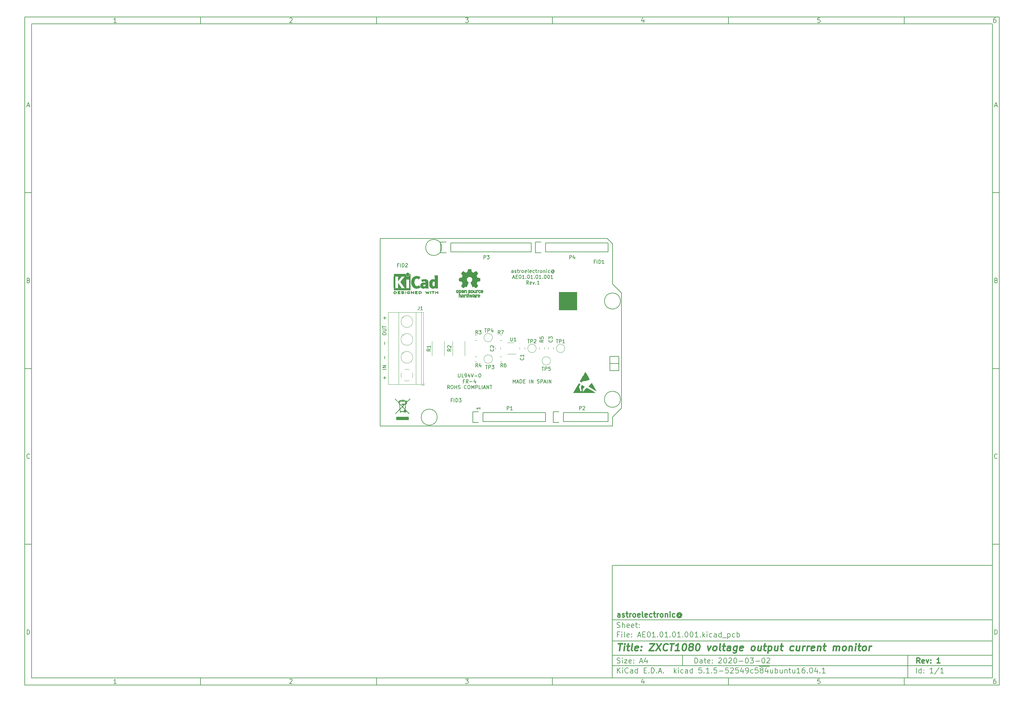
<source format=gbr>
G04 #@! TF.GenerationSoftware,KiCad,Pcbnew,5.1.5-52549c5~84~ubuntu16.04.1*
G04 #@! TF.CreationDate,2020-03-02T18:44:08+01:00*
G04 #@! TF.ProjectId,AE01.01.01.001,41453031-2e30-4312-9e30-312e3030312e,1*
G04 #@! TF.SameCoordinates,Original*
G04 #@! TF.FileFunction,Legend,Top*
G04 #@! TF.FilePolarity,Positive*
%FSLAX46Y46*%
G04 Gerber Fmt 4.6, Leading zero omitted, Abs format (unit mm)*
G04 Created by KiCad (PCBNEW 5.1.5-52549c5~84~ubuntu16.04.1) date 2020-03-02 18:44:08*
%MOMM*%
%LPD*%
G04 APERTURE LIST*
%ADD10C,0.100000*%
%ADD11C,0.150000*%
%ADD12C,0.300000*%
%ADD13C,0.400000*%
%ADD14C,0.120000*%
%ADD15C,0.010000*%
G04 APERTURE END LIST*
D10*
D11*
X177002200Y-166007200D02*
X177002200Y-198007200D01*
X285002200Y-198007200D01*
X285002200Y-166007200D01*
X177002200Y-166007200D01*
D10*
D11*
X10000000Y-10000000D02*
X10000000Y-200007200D01*
X287002200Y-200007200D01*
X287002200Y-10000000D01*
X10000000Y-10000000D01*
D10*
D11*
X12000000Y-12000000D02*
X12000000Y-198007200D01*
X285002200Y-198007200D01*
X285002200Y-12000000D01*
X12000000Y-12000000D01*
D10*
D11*
X60000000Y-12000000D02*
X60000000Y-10000000D01*
D10*
D11*
X110000000Y-12000000D02*
X110000000Y-10000000D01*
D10*
D11*
X160000000Y-12000000D02*
X160000000Y-10000000D01*
D10*
D11*
X210000000Y-12000000D02*
X210000000Y-10000000D01*
D10*
D11*
X260000000Y-12000000D02*
X260000000Y-10000000D01*
D10*
D11*
X36065476Y-11588095D02*
X35322619Y-11588095D01*
X35694047Y-11588095D02*
X35694047Y-10288095D01*
X35570238Y-10473809D01*
X35446428Y-10597619D01*
X35322619Y-10659523D01*
D10*
D11*
X85322619Y-10411904D02*
X85384523Y-10350000D01*
X85508333Y-10288095D01*
X85817857Y-10288095D01*
X85941666Y-10350000D01*
X86003571Y-10411904D01*
X86065476Y-10535714D01*
X86065476Y-10659523D01*
X86003571Y-10845238D01*
X85260714Y-11588095D01*
X86065476Y-11588095D01*
D10*
D11*
X135260714Y-10288095D02*
X136065476Y-10288095D01*
X135632142Y-10783333D01*
X135817857Y-10783333D01*
X135941666Y-10845238D01*
X136003571Y-10907142D01*
X136065476Y-11030952D01*
X136065476Y-11340476D01*
X136003571Y-11464285D01*
X135941666Y-11526190D01*
X135817857Y-11588095D01*
X135446428Y-11588095D01*
X135322619Y-11526190D01*
X135260714Y-11464285D01*
D10*
D11*
X185941666Y-10721428D02*
X185941666Y-11588095D01*
X185632142Y-10226190D02*
X185322619Y-11154761D01*
X186127380Y-11154761D01*
D10*
D11*
X236003571Y-10288095D02*
X235384523Y-10288095D01*
X235322619Y-10907142D01*
X235384523Y-10845238D01*
X235508333Y-10783333D01*
X235817857Y-10783333D01*
X235941666Y-10845238D01*
X236003571Y-10907142D01*
X236065476Y-11030952D01*
X236065476Y-11340476D01*
X236003571Y-11464285D01*
X235941666Y-11526190D01*
X235817857Y-11588095D01*
X235508333Y-11588095D01*
X235384523Y-11526190D01*
X235322619Y-11464285D01*
D10*
D11*
X285941666Y-10288095D02*
X285694047Y-10288095D01*
X285570238Y-10350000D01*
X285508333Y-10411904D01*
X285384523Y-10597619D01*
X285322619Y-10845238D01*
X285322619Y-11340476D01*
X285384523Y-11464285D01*
X285446428Y-11526190D01*
X285570238Y-11588095D01*
X285817857Y-11588095D01*
X285941666Y-11526190D01*
X286003571Y-11464285D01*
X286065476Y-11340476D01*
X286065476Y-11030952D01*
X286003571Y-10907142D01*
X285941666Y-10845238D01*
X285817857Y-10783333D01*
X285570238Y-10783333D01*
X285446428Y-10845238D01*
X285384523Y-10907142D01*
X285322619Y-11030952D01*
D10*
D11*
X60000000Y-198007200D02*
X60000000Y-200007200D01*
D10*
D11*
X110000000Y-198007200D02*
X110000000Y-200007200D01*
D10*
D11*
X160000000Y-198007200D02*
X160000000Y-200007200D01*
D10*
D11*
X210000000Y-198007200D02*
X210000000Y-200007200D01*
D10*
D11*
X260000000Y-198007200D02*
X260000000Y-200007200D01*
D10*
D11*
X36065476Y-199595295D02*
X35322619Y-199595295D01*
X35694047Y-199595295D02*
X35694047Y-198295295D01*
X35570238Y-198481009D01*
X35446428Y-198604819D01*
X35322619Y-198666723D01*
D10*
D11*
X85322619Y-198419104D02*
X85384523Y-198357200D01*
X85508333Y-198295295D01*
X85817857Y-198295295D01*
X85941666Y-198357200D01*
X86003571Y-198419104D01*
X86065476Y-198542914D01*
X86065476Y-198666723D01*
X86003571Y-198852438D01*
X85260714Y-199595295D01*
X86065476Y-199595295D01*
D10*
D11*
X135260714Y-198295295D02*
X136065476Y-198295295D01*
X135632142Y-198790533D01*
X135817857Y-198790533D01*
X135941666Y-198852438D01*
X136003571Y-198914342D01*
X136065476Y-199038152D01*
X136065476Y-199347676D01*
X136003571Y-199471485D01*
X135941666Y-199533390D01*
X135817857Y-199595295D01*
X135446428Y-199595295D01*
X135322619Y-199533390D01*
X135260714Y-199471485D01*
D10*
D11*
X185941666Y-198728628D02*
X185941666Y-199595295D01*
X185632142Y-198233390D02*
X185322619Y-199161961D01*
X186127380Y-199161961D01*
D10*
D11*
X236003571Y-198295295D02*
X235384523Y-198295295D01*
X235322619Y-198914342D01*
X235384523Y-198852438D01*
X235508333Y-198790533D01*
X235817857Y-198790533D01*
X235941666Y-198852438D01*
X236003571Y-198914342D01*
X236065476Y-199038152D01*
X236065476Y-199347676D01*
X236003571Y-199471485D01*
X235941666Y-199533390D01*
X235817857Y-199595295D01*
X235508333Y-199595295D01*
X235384523Y-199533390D01*
X235322619Y-199471485D01*
D10*
D11*
X285941666Y-198295295D02*
X285694047Y-198295295D01*
X285570238Y-198357200D01*
X285508333Y-198419104D01*
X285384523Y-198604819D01*
X285322619Y-198852438D01*
X285322619Y-199347676D01*
X285384523Y-199471485D01*
X285446428Y-199533390D01*
X285570238Y-199595295D01*
X285817857Y-199595295D01*
X285941666Y-199533390D01*
X286003571Y-199471485D01*
X286065476Y-199347676D01*
X286065476Y-199038152D01*
X286003571Y-198914342D01*
X285941666Y-198852438D01*
X285817857Y-198790533D01*
X285570238Y-198790533D01*
X285446428Y-198852438D01*
X285384523Y-198914342D01*
X285322619Y-199038152D01*
D10*
D11*
X10000000Y-60000000D02*
X12000000Y-60000000D01*
D10*
D11*
X10000000Y-110000000D02*
X12000000Y-110000000D01*
D10*
D11*
X10000000Y-160000000D02*
X12000000Y-160000000D01*
D10*
D11*
X10690476Y-35216666D02*
X11309523Y-35216666D01*
X10566666Y-35588095D02*
X11000000Y-34288095D01*
X11433333Y-35588095D01*
D10*
D11*
X11092857Y-84907142D02*
X11278571Y-84969047D01*
X11340476Y-85030952D01*
X11402380Y-85154761D01*
X11402380Y-85340476D01*
X11340476Y-85464285D01*
X11278571Y-85526190D01*
X11154761Y-85588095D01*
X10659523Y-85588095D01*
X10659523Y-84288095D01*
X11092857Y-84288095D01*
X11216666Y-84350000D01*
X11278571Y-84411904D01*
X11340476Y-84535714D01*
X11340476Y-84659523D01*
X11278571Y-84783333D01*
X11216666Y-84845238D01*
X11092857Y-84907142D01*
X10659523Y-84907142D01*
D10*
D11*
X11402380Y-135464285D02*
X11340476Y-135526190D01*
X11154761Y-135588095D01*
X11030952Y-135588095D01*
X10845238Y-135526190D01*
X10721428Y-135402380D01*
X10659523Y-135278571D01*
X10597619Y-135030952D01*
X10597619Y-134845238D01*
X10659523Y-134597619D01*
X10721428Y-134473809D01*
X10845238Y-134350000D01*
X11030952Y-134288095D01*
X11154761Y-134288095D01*
X11340476Y-134350000D01*
X11402380Y-134411904D01*
D10*
D11*
X10659523Y-185588095D02*
X10659523Y-184288095D01*
X10969047Y-184288095D01*
X11154761Y-184350000D01*
X11278571Y-184473809D01*
X11340476Y-184597619D01*
X11402380Y-184845238D01*
X11402380Y-185030952D01*
X11340476Y-185278571D01*
X11278571Y-185402380D01*
X11154761Y-185526190D01*
X10969047Y-185588095D01*
X10659523Y-185588095D01*
D10*
D11*
X287002200Y-60000000D02*
X285002200Y-60000000D01*
D10*
D11*
X287002200Y-110000000D02*
X285002200Y-110000000D01*
D10*
D11*
X287002200Y-160000000D02*
X285002200Y-160000000D01*
D10*
D11*
X285692676Y-35216666D02*
X286311723Y-35216666D01*
X285568866Y-35588095D02*
X286002200Y-34288095D01*
X286435533Y-35588095D01*
D10*
D11*
X286095057Y-84907142D02*
X286280771Y-84969047D01*
X286342676Y-85030952D01*
X286404580Y-85154761D01*
X286404580Y-85340476D01*
X286342676Y-85464285D01*
X286280771Y-85526190D01*
X286156961Y-85588095D01*
X285661723Y-85588095D01*
X285661723Y-84288095D01*
X286095057Y-84288095D01*
X286218866Y-84350000D01*
X286280771Y-84411904D01*
X286342676Y-84535714D01*
X286342676Y-84659523D01*
X286280771Y-84783333D01*
X286218866Y-84845238D01*
X286095057Y-84907142D01*
X285661723Y-84907142D01*
D10*
D11*
X286404580Y-135464285D02*
X286342676Y-135526190D01*
X286156961Y-135588095D01*
X286033152Y-135588095D01*
X285847438Y-135526190D01*
X285723628Y-135402380D01*
X285661723Y-135278571D01*
X285599819Y-135030952D01*
X285599819Y-134845238D01*
X285661723Y-134597619D01*
X285723628Y-134473809D01*
X285847438Y-134350000D01*
X286033152Y-134288095D01*
X286156961Y-134288095D01*
X286342676Y-134350000D01*
X286404580Y-134411904D01*
D10*
D11*
X285661723Y-185588095D02*
X285661723Y-184288095D01*
X285971247Y-184288095D01*
X286156961Y-184350000D01*
X286280771Y-184473809D01*
X286342676Y-184597619D01*
X286404580Y-184845238D01*
X286404580Y-185030952D01*
X286342676Y-185278571D01*
X286280771Y-185402380D01*
X286156961Y-185526190D01*
X285971247Y-185588095D01*
X285661723Y-185588095D01*
D10*
D11*
X200434342Y-193785771D02*
X200434342Y-192285771D01*
X200791485Y-192285771D01*
X201005771Y-192357200D01*
X201148628Y-192500057D01*
X201220057Y-192642914D01*
X201291485Y-192928628D01*
X201291485Y-193142914D01*
X201220057Y-193428628D01*
X201148628Y-193571485D01*
X201005771Y-193714342D01*
X200791485Y-193785771D01*
X200434342Y-193785771D01*
X202577200Y-193785771D02*
X202577200Y-193000057D01*
X202505771Y-192857200D01*
X202362914Y-192785771D01*
X202077200Y-192785771D01*
X201934342Y-192857200D01*
X202577200Y-193714342D02*
X202434342Y-193785771D01*
X202077200Y-193785771D01*
X201934342Y-193714342D01*
X201862914Y-193571485D01*
X201862914Y-193428628D01*
X201934342Y-193285771D01*
X202077200Y-193214342D01*
X202434342Y-193214342D01*
X202577200Y-193142914D01*
X203077200Y-192785771D02*
X203648628Y-192785771D01*
X203291485Y-192285771D02*
X203291485Y-193571485D01*
X203362914Y-193714342D01*
X203505771Y-193785771D01*
X203648628Y-193785771D01*
X204720057Y-193714342D02*
X204577200Y-193785771D01*
X204291485Y-193785771D01*
X204148628Y-193714342D01*
X204077200Y-193571485D01*
X204077200Y-193000057D01*
X204148628Y-192857200D01*
X204291485Y-192785771D01*
X204577200Y-192785771D01*
X204720057Y-192857200D01*
X204791485Y-193000057D01*
X204791485Y-193142914D01*
X204077200Y-193285771D01*
X205434342Y-193642914D02*
X205505771Y-193714342D01*
X205434342Y-193785771D01*
X205362914Y-193714342D01*
X205434342Y-193642914D01*
X205434342Y-193785771D01*
X205434342Y-192857200D02*
X205505771Y-192928628D01*
X205434342Y-193000057D01*
X205362914Y-192928628D01*
X205434342Y-192857200D01*
X205434342Y-193000057D01*
X207220057Y-192428628D02*
X207291485Y-192357200D01*
X207434342Y-192285771D01*
X207791485Y-192285771D01*
X207934342Y-192357200D01*
X208005771Y-192428628D01*
X208077200Y-192571485D01*
X208077200Y-192714342D01*
X208005771Y-192928628D01*
X207148628Y-193785771D01*
X208077200Y-193785771D01*
X209005771Y-192285771D02*
X209148628Y-192285771D01*
X209291485Y-192357200D01*
X209362914Y-192428628D01*
X209434342Y-192571485D01*
X209505771Y-192857200D01*
X209505771Y-193214342D01*
X209434342Y-193500057D01*
X209362914Y-193642914D01*
X209291485Y-193714342D01*
X209148628Y-193785771D01*
X209005771Y-193785771D01*
X208862914Y-193714342D01*
X208791485Y-193642914D01*
X208720057Y-193500057D01*
X208648628Y-193214342D01*
X208648628Y-192857200D01*
X208720057Y-192571485D01*
X208791485Y-192428628D01*
X208862914Y-192357200D01*
X209005771Y-192285771D01*
X210077200Y-192428628D02*
X210148628Y-192357200D01*
X210291485Y-192285771D01*
X210648628Y-192285771D01*
X210791485Y-192357200D01*
X210862914Y-192428628D01*
X210934342Y-192571485D01*
X210934342Y-192714342D01*
X210862914Y-192928628D01*
X210005771Y-193785771D01*
X210934342Y-193785771D01*
X211862914Y-192285771D02*
X212005771Y-192285771D01*
X212148628Y-192357200D01*
X212220057Y-192428628D01*
X212291485Y-192571485D01*
X212362914Y-192857200D01*
X212362914Y-193214342D01*
X212291485Y-193500057D01*
X212220057Y-193642914D01*
X212148628Y-193714342D01*
X212005771Y-193785771D01*
X211862914Y-193785771D01*
X211720057Y-193714342D01*
X211648628Y-193642914D01*
X211577200Y-193500057D01*
X211505771Y-193214342D01*
X211505771Y-192857200D01*
X211577200Y-192571485D01*
X211648628Y-192428628D01*
X211720057Y-192357200D01*
X211862914Y-192285771D01*
X213005771Y-193214342D02*
X214148628Y-193214342D01*
X215148628Y-192285771D02*
X215291485Y-192285771D01*
X215434342Y-192357200D01*
X215505771Y-192428628D01*
X215577200Y-192571485D01*
X215648628Y-192857200D01*
X215648628Y-193214342D01*
X215577200Y-193500057D01*
X215505771Y-193642914D01*
X215434342Y-193714342D01*
X215291485Y-193785771D01*
X215148628Y-193785771D01*
X215005771Y-193714342D01*
X214934342Y-193642914D01*
X214862914Y-193500057D01*
X214791485Y-193214342D01*
X214791485Y-192857200D01*
X214862914Y-192571485D01*
X214934342Y-192428628D01*
X215005771Y-192357200D01*
X215148628Y-192285771D01*
X216148628Y-192285771D02*
X217077200Y-192285771D01*
X216577200Y-192857200D01*
X216791485Y-192857200D01*
X216934342Y-192928628D01*
X217005771Y-193000057D01*
X217077200Y-193142914D01*
X217077200Y-193500057D01*
X217005771Y-193642914D01*
X216934342Y-193714342D01*
X216791485Y-193785771D01*
X216362914Y-193785771D01*
X216220057Y-193714342D01*
X216148628Y-193642914D01*
X217720057Y-193214342D02*
X218862914Y-193214342D01*
X219862914Y-192285771D02*
X220005771Y-192285771D01*
X220148628Y-192357200D01*
X220220057Y-192428628D01*
X220291485Y-192571485D01*
X220362914Y-192857200D01*
X220362914Y-193214342D01*
X220291485Y-193500057D01*
X220220057Y-193642914D01*
X220148628Y-193714342D01*
X220005771Y-193785771D01*
X219862914Y-193785771D01*
X219720057Y-193714342D01*
X219648628Y-193642914D01*
X219577200Y-193500057D01*
X219505771Y-193214342D01*
X219505771Y-192857200D01*
X219577200Y-192571485D01*
X219648628Y-192428628D01*
X219720057Y-192357200D01*
X219862914Y-192285771D01*
X220934342Y-192428628D02*
X221005771Y-192357200D01*
X221148628Y-192285771D01*
X221505771Y-192285771D01*
X221648628Y-192357200D01*
X221720057Y-192428628D01*
X221791485Y-192571485D01*
X221791485Y-192714342D01*
X221720057Y-192928628D01*
X220862914Y-193785771D01*
X221791485Y-193785771D01*
D10*
D11*
X177002200Y-194507200D02*
X285002200Y-194507200D01*
D10*
D11*
X178434342Y-196585771D02*
X178434342Y-195085771D01*
X179291485Y-196585771D02*
X178648628Y-195728628D01*
X179291485Y-195085771D02*
X178434342Y-195942914D01*
X179934342Y-196585771D02*
X179934342Y-195585771D01*
X179934342Y-195085771D02*
X179862914Y-195157200D01*
X179934342Y-195228628D01*
X180005771Y-195157200D01*
X179934342Y-195085771D01*
X179934342Y-195228628D01*
X181505771Y-196442914D02*
X181434342Y-196514342D01*
X181220057Y-196585771D01*
X181077200Y-196585771D01*
X180862914Y-196514342D01*
X180720057Y-196371485D01*
X180648628Y-196228628D01*
X180577200Y-195942914D01*
X180577200Y-195728628D01*
X180648628Y-195442914D01*
X180720057Y-195300057D01*
X180862914Y-195157200D01*
X181077200Y-195085771D01*
X181220057Y-195085771D01*
X181434342Y-195157200D01*
X181505771Y-195228628D01*
X182791485Y-196585771D02*
X182791485Y-195800057D01*
X182720057Y-195657200D01*
X182577200Y-195585771D01*
X182291485Y-195585771D01*
X182148628Y-195657200D01*
X182791485Y-196514342D02*
X182648628Y-196585771D01*
X182291485Y-196585771D01*
X182148628Y-196514342D01*
X182077200Y-196371485D01*
X182077200Y-196228628D01*
X182148628Y-196085771D01*
X182291485Y-196014342D01*
X182648628Y-196014342D01*
X182791485Y-195942914D01*
X184148628Y-196585771D02*
X184148628Y-195085771D01*
X184148628Y-196514342D02*
X184005771Y-196585771D01*
X183720057Y-196585771D01*
X183577200Y-196514342D01*
X183505771Y-196442914D01*
X183434342Y-196300057D01*
X183434342Y-195871485D01*
X183505771Y-195728628D01*
X183577200Y-195657200D01*
X183720057Y-195585771D01*
X184005771Y-195585771D01*
X184148628Y-195657200D01*
X186005771Y-195800057D02*
X186505771Y-195800057D01*
X186720057Y-196585771D02*
X186005771Y-196585771D01*
X186005771Y-195085771D01*
X186720057Y-195085771D01*
X187362914Y-196442914D02*
X187434342Y-196514342D01*
X187362914Y-196585771D01*
X187291485Y-196514342D01*
X187362914Y-196442914D01*
X187362914Y-196585771D01*
X188077200Y-196585771D02*
X188077200Y-195085771D01*
X188434342Y-195085771D01*
X188648628Y-195157200D01*
X188791485Y-195300057D01*
X188862914Y-195442914D01*
X188934342Y-195728628D01*
X188934342Y-195942914D01*
X188862914Y-196228628D01*
X188791485Y-196371485D01*
X188648628Y-196514342D01*
X188434342Y-196585771D01*
X188077200Y-196585771D01*
X189577200Y-196442914D02*
X189648628Y-196514342D01*
X189577200Y-196585771D01*
X189505771Y-196514342D01*
X189577200Y-196442914D01*
X189577200Y-196585771D01*
X190220057Y-196157200D02*
X190934342Y-196157200D01*
X190077200Y-196585771D02*
X190577200Y-195085771D01*
X191077200Y-196585771D01*
X191577200Y-196442914D02*
X191648628Y-196514342D01*
X191577200Y-196585771D01*
X191505771Y-196514342D01*
X191577200Y-196442914D01*
X191577200Y-196585771D01*
X194577200Y-196585771D02*
X194577200Y-195085771D01*
X194720057Y-196014342D02*
X195148628Y-196585771D01*
X195148628Y-195585771D02*
X194577200Y-196157200D01*
X195791485Y-196585771D02*
X195791485Y-195585771D01*
X195791485Y-195085771D02*
X195720057Y-195157200D01*
X195791485Y-195228628D01*
X195862914Y-195157200D01*
X195791485Y-195085771D01*
X195791485Y-195228628D01*
X197148628Y-196514342D02*
X197005771Y-196585771D01*
X196720057Y-196585771D01*
X196577200Y-196514342D01*
X196505771Y-196442914D01*
X196434342Y-196300057D01*
X196434342Y-195871485D01*
X196505771Y-195728628D01*
X196577200Y-195657200D01*
X196720057Y-195585771D01*
X197005771Y-195585771D01*
X197148628Y-195657200D01*
X198434342Y-196585771D02*
X198434342Y-195800057D01*
X198362914Y-195657200D01*
X198220057Y-195585771D01*
X197934342Y-195585771D01*
X197791485Y-195657200D01*
X198434342Y-196514342D02*
X198291485Y-196585771D01*
X197934342Y-196585771D01*
X197791485Y-196514342D01*
X197720057Y-196371485D01*
X197720057Y-196228628D01*
X197791485Y-196085771D01*
X197934342Y-196014342D01*
X198291485Y-196014342D01*
X198434342Y-195942914D01*
X199791485Y-196585771D02*
X199791485Y-195085771D01*
X199791485Y-196514342D02*
X199648628Y-196585771D01*
X199362914Y-196585771D01*
X199220057Y-196514342D01*
X199148628Y-196442914D01*
X199077200Y-196300057D01*
X199077200Y-195871485D01*
X199148628Y-195728628D01*
X199220057Y-195657200D01*
X199362914Y-195585771D01*
X199648628Y-195585771D01*
X199791485Y-195657200D01*
X202362914Y-195085771D02*
X201648628Y-195085771D01*
X201577200Y-195800057D01*
X201648628Y-195728628D01*
X201791485Y-195657200D01*
X202148628Y-195657200D01*
X202291485Y-195728628D01*
X202362914Y-195800057D01*
X202434342Y-195942914D01*
X202434342Y-196300057D01*
X202362914Y-196442914D01*
X202291485Y-196514342D01*
X202148628Y-196585771D01*
X201791485Y-196585771D01*
X201648628Y-196514342D01*
X201577200Y-196442914D01*
X203077200Y-196442914D02*
X203148628Y-196514342D01*
X203077200Y-196585771D01*
X203005771Y-196514342D01*
X203077200Y-196442914D01*
X203077200Y-196585771D01*
X204577200Y-196585771D02*
X203720057Y-196585771D01*
X204148628Y-196585771D02*
X204148628Y-195085771D01*
X204005771Y-195300057D01*
X203862914Y-195442914D01*
X203720057Y-195514342D01*
X205220057Y-196442914D02*
X205291485Y-196514342D01*
X205220057Y-196585771D01*
X205148628Y-196514342D01*
X205220057Y-196442914D01*
X205220057Y-196585771D01*
X206648628Y-195085771D02*
X205934342Y-195085771D01*
X205862914Y-195800057D01*
X205934342Y-195728628D01*
X206077200Y-195657200D01*
X206434342Y-195657200D01*
X206577200Y-195728628D01*
X206648628Y-195800057D01*
X206720057Y-195942914D01*
X206720057Y-196300057D01*
X206648628Y-196442914D01*
X206577200Y-196514342D01*
X206434342Y-196585771D01*
X206077200Y-196585771D01*
X205934342Y-196514342D01*
X205862914Y-196442914D01*
X207362914Y-196014342D02*
X208505771Y-196014342D01*
X209934342Y-195085771D02*
X209220057Y-195085771D01*
X209148628Y-195800057D01*
X209220057Y-195728628D01*
X209362914Y-195657200D01*
X209720057Y-195657200D01*
X209862914Y-195728628D01*
X209934342Y-195800057D01*
X210005771Y-195942914D01*
X210005771Y-196300057D01*
X209934342Y-196442914D01*
X209862914Y-196514342D01*
X209720057Y-196585771D01*
X209362914Y-196585771D01*
X209220057Y-196514342D01*
X209148628Y-196442914D01*
X210577200Y-195228628D02*
X210648628Y-195157200D01*
X210791485Y-195085771D01*
X211148628Y-195085771D01*
X211291485Y-195157200D01*
X211362914Y-195228628D01*
X211434342Y-195371485D01*
X211434342Y-195514342D01*
X211362914Y-195728628D01*
X210505771Y-196585771D01*
X211434342Y-196585771D01*
X212791485Y-195085771D02*
X212077200Y-195085771D01*
X212005771Y-195800057D01*
X212077200Y-195728628D01*
X212220057Y-195657200D01*
X212577200Y-195657200D01*
X212720057Y-195728628D01*
X212791485Y-195800057D01*
X212862914Y-195942914D01*
X212862914Y-196300057D01*
X212791485Y-196442914D01*
X212720057Y-196514342D01*
X212577200Y-196585771D01*
X212220057Y-196585771D01*
X212077200Y-196514342D01*
X212005771Y-196442914D01*
X214148628Y-195585771D02*
X214148628Y-196585771D01*
X213791485Y-195014342D02*
X213434342Y-196085771D01*
X214362914Y-196085771D01*
X215005771Y-196585771D02*
X215291485Y-196585771D01*
X215434342Y-196514342D01*
X215505771Y-196442914D01*
X215648628Y-196228628D01*
X215720057Y-195942914D01*
X215720057Y-195371485D01*
X215648628Y-195228628D01*
X215577200Y-195157200D01*
X215434342Y-195085771D01*
X215148628Y-195085771D01*
X215005771Y-195157200D01*
X214934342Y-195228628D01*
X214862914Y-195371485D01*
X214862914Y-195728628D01*
X214934342Y-195871485D01*
X215005771Y-195942914D01*
X215148628Y-196014342D01*
X215434342Y-196014342D01*
X215577200Y-195942914D01*
X215648628Y-195871485D01*
X215720057Y-195728628D01*
X217005771Y-196514342D02*
X216862914Y-196585771D01*
X216577200Y-196585771D01*
X216434342Y-196514342D01*
X216362914Y-196442914D01*
X216291485Y-196300057D01*
X216291485Y-195871485D01*
X216362914Y-195728628D01*
X216434342Y-195657200D01*
X216577200Y-195585771D01*
X216862914Y-195585771D01*
X217005771Y-195657200D01*
X218362914Y-195085771D02*
X217648628Y-195085771D01*
X217577200Y-195800057D01*
X217648628Y-195728628D01*
X217791485Y-195657200D01*
X218148628Y-195657200D01*
X218291485Y-195728628D01*
X218362914Y-195800057D01*
X218434342Y-195942914D01*
X218434342Y-196300057D01*
X218362914Y-196442914D01*
X218291485Y-196514342D01*
X218148628Y-196585771D01*
X217791485Y-196585771D01*
X217648628Y-196514342D01*
X217577200Y-196442914D01*
X218720057Y-194677200D02*
X220148628Y-194677200D01*
X219291485Y-195728628D02*
X219148628Y-195657200D01*
X219077200Y-195585771D01*
X219005771Y-195442914D01*
X219005771Y-195371485D01*
X219077200Y-195228628D01*
X219148628Y-195157200D01*
X219291485Y-195085771D01*
X219577200Y-195085771D01*
X219720057Y-195157200D01*
X219791485Y-195228628D01*
X219862914Y-195371485D01*
X219862914Y-195442914D01*
X219791485Y-195585771D01*
X219720057Y-195657200D01*
X219577200Y-195728628D01*
X219291485Y-195728628D01*
X219148628Y-195800057D01*
X219077200Y-195871485D01*
X219005771Y-196014342D01*
X219005771Y-196300057D01*
X219077200Y-196442914D01*
X219148628Y-196514342D01*
X219291485Y-196585771D01*
X219577200Y-196585771D01*
X219720057Y-196514342D01*
X219791485Y-196442914D01*
X219862914Y-196300057D01*
X219862914Y-196014342D01*
X219791485Y-195871485D01*
X219720057Y-195800057D01*
X219577200Y-195728628D01*
X220148628Y-194677200D02*
X221577199Y-194677200D01*
X221148628Y-195585771D02*
X221148628Y-196585771D01*
X220791485Y-195014342D02*
X220434342Y-196085771D01*
X221362914Y-196085771D01*
X222577199Y-195585771D02*
X222577199Y-196585771D01*
X221934342Y-195585771D02*
X221934342Y-196371485D01*
X222005771Y-196514342D01*
X222148628Y-196585771D01*
X222362914Y-196585771D01*
X222505771Y-196514342D01*
X222577199Y-196442914D01*
X223291485Y-196585771D02*
X223291485Y-195085771D01*
X223291485Y-195657200D02*
X223434342Y-195585771D01*
X223720057Y-195585771D01*
X223862914Y-195657200D01*
X223934342Y-195728628D01*
X224005771Y-195871485D01*
X224005771Y-196300057D01*
X223934342Y-196442914D01*
X223862914Y-196514342D01*
X223720057Y-196585771D01*
X223434342Y-196585771D01*
X223291485Y-196514342D01*
X225291485Y-195585771D02*
X225291485Y-196585771D01*
X224648628Y-195585771D02*
X224648628Y-196371485D01*
X224720057Y-196514342D01*
X224862914Y-196585771D01*
X225077199Y-196585771D01*
X225220057Y-196514342D01*
X225291485Y-196442914D01*
X226005771Y-195585771D02*
X226005771Y-196585771D01*
X226005771Y-195728628D02*
X226077199Y-195657200D01*
X226220057Y-195585771D01*
X226434342Y-195585771D01*
X226577199Y-195657200D01*
X226648628Y-195800057D01*
X226648628Y-196585771D01*
X227148628Y-195585771D02*
X227720057Y-195585771D01*
X227362914Y-195085771D02*
X227362914Y-196371485D01*
X227434342Y-196514342D01*
X227577200Y-196585771D01*
X227720057Y-196585771D01*
X228862914Y-195585771D02*
X228862914Y-196585771D01*
X228220057Y-195585771D02*
X228220057Y-196371485D01*
X228291485Y-196514342D01*
X228434342Y-196585771D01*
X228648628Y-196585771D01*
X228791485Y-196514342D01*
X228862914Y-196442914D01*
X230362914Y-196585771D02*
X229505771Y-196585771D01*
X229934342Y-196585771D02*
X229934342Y-195085771D01*
X229791485Y-195300057D01*
X229648628Y-195442914D01*
X229505771Y-195514342D01*
X231648628Y-195085771D02*
X231362914Y-195085771D01*
X231220057Y-195157200D01*
X231148628Y-195228628D01*
X231005771Y-195442914D01*
X230934342Y-195728628D01*
X230934342Y-196300057D01*
X231005771Y-196442914D01*
X231077199Y-196514342D01*
X231220057Y-196585771D01*
X231505771Y-196585771D01*
X231648628Y-196514342D01*
X231720057Y-196442914D01*
X231791485Y-196300057D01*
X231791485Y-195942914D01*
X231720057Y-195800057D01*
X231648628Y-195728628D01*
X231505771Y-195657200D01*
X231220057Y-195657200D01*
X231077199Y-195728628D01*
X231005771Y-195800057D01*
X230934342Y-195942914D01*
X232434342Y-196442914D02*
X232505771Y-196514342D01*
X232434342Y-196585771D01*
X232362914Y-196514342D01*
X232434342Y-196442914D01*
X232434342Y-196585771D01*
X233434342Y-195085771D02*
X233577199Y-195085771D01*
X233720057Y-195157200D01*
X233791485Y-195228628D01*
X233862914Y-195371485D01*
X233934342Y-195657200D01*
X233934342Y-196014342D01*
X233862914Y-196300057D01*
X233791485Y-196442914D01*
X233720057Y-196514342D01*
X233577199Y-196585771D01*
X233434342Y-196585771D01*
X233291485Y-196514342D01*
X233220057Y-196442914D01*
X233148628Y-196300057D01*
X233077199Y-196014342D01*
X233077199Y-195657200D01*
X233148628Y-195371485D01*
X233220057Y-195228628D01*
X233291485Y-195157200D01*
X233434342Y-195085771D01*
X235220057Y-195585771D02*
X235220057Y-196585771D01*
X234862914Y-195014342D02*
X234505771Y-196085771D01*
X235434342Y-196085771D01*
X236005771Y-196442914D02*
X236077199Y-196514342D01*
X236005771Y-196585771D01*
X235934342Y-196514342D01*
X236005771Y-196442914D01*
X236005771Y-196585771D01*
X237505771Y-196585771D02*
X236648628Y-196585771D01*
X237077199Y-196585771D02*
X237077199Y-195085771D01*
X236934342Y-195300057D01*
X236791485Y-195442914D01*
X236648628Y-195514342D01*
D10*
D11*
X177002200Y-191507200D02*
X285002200Y-191507200D01*
D10*
D12*
X264411485Y-193785771D02*
X263911485Y-193071485D01*
X263554342Y-193785771D02*
X263554342Y-192285771D01*
X264125771Y-192285771D01*
X264268628Y-192357200D01*
X264340057Y-192428628D01*
X264411485Y-192571485D01*
X264411485Y-192785771D01*
X264340057Y-192928628D01*
X264268628Y-193000057D01*
X264125771Y-193071485D01*
X263554342Y-193071485D01*
X265625771Y-193714342D02*
X265482914Y-193785771D01*
X265197200Y-193785771D01*
X265054342Y-193714342D01*
X264982914Y-193571485D01*
X264982914Y-193000057D01*
X265054342Y-192857200D01*
X265197200Y-192785771D01*
X265482914Y-192785771D01*
X265625771Y-192857200D01*
X265697200Y-193000057D01*
X265697200Y-193142914D01*
X264982914Y-193285771D01*
X266197200Y-192785771D02*
X266554342Y-193785771D01*
X266911485Y-192785771D01*
X267482914Y-193642914D02*
X267554342Y-193714342D01*
X267482914Y-193785771D01*
X267411485Y-193714342D01*
X267482914Y-193642914D01*
X267482914Y-193785771D01*
X267482914Y-192857200D02*
X267554342Y-192928628D01*
X267482914Y-193000057D01*
X267411485Y-192928628D01*
X267482914Y-192857200D01*
X267482914Y-193000057D01*
X270125771Y-193785771D02*
X269268628Y-193785771D01*
X269697200Y-193785771D02*
X269697200Y-192285771D01*
X269554342Y-192500057D01*
X269411485Y-192642914D01*
X269268628Y-192714342D01*
D10*
D11*
X178362914Y-193714342D02*
X178577200Y-193785771D01*
X178934342Y-193785771D01*
X179077200Y-193714342D01*
X179148628Y-193642914D01*
X179220057Y-193500057D01*
X179220057Y-193357200D01*
X179148628Y-193214342D01*
X179077200Y-193142914D01*
X178934342Y-193071485D01*
X178648628Y-193000057D01*
X178505771Y-192928628D01*
X178434342Y-192857200D01*
X178362914Y-192714342D01*
X178362914Y-192571485D01*
X178434342Y-192428628D01*
X178505771Y-192357200D01*
X178648628Y-192285771D01*
X179005771Y-192285771D01*
X179220057Y-192357200D01*
X179862914Y-193785771D02*
X179862914Y-192785771D01*
X179862914Y-192285771D02*
X179791485Y-192357200D01*
X179862914Y-192428628D01*
X179934342Y-192357200D01*
X179862914Y-192285771D01*
X179862914Y-192428628D01*
X180434342Y-192785771D02*
X181220057Y-192785771D01*
X180434342Y-193785771D01*
X181220057Y-193785771D01*
X182362914Y-193714342D02*
X182220057Y-193785771D01*
X181934342Y-193785771D01*
X181791485Y-193714342D01*
X181720057Y-193571485D01*
X181720057Y-193000057D01*
X181791485Y-192857200D01*
X181934342Y-192785771D01*
X182220057Y-192785771D01*
X182362914Y-192857200D01*
X182434342Y-193000057D01*
X182434342Y-193142914D01*
X181720057Y-193285771D01*
X183077200Y-193642914D02*
X183148628Y-193714342D01*
X183077200Y-193785771D01*
X183005771Y-193714342D01*
X183077200Y-193642914D01*
X183077200Y-193785771D01*
X183077200Y-192857200D02*
X183148628Y-192928628D01*
X183077200Y-193000057D01*
X183005771Y-192928628D01*
X183077200Y-192857200D01*
X183077200Y-193000057D01*
X184862914Y-193357200D02*
X185577200Y-193357200D01*
X184720057Y-193785771D02*
X185220057Y-192285771D01*
X185720057Y-193785771D01*
X186862914Y-192785771D02*
X186862914Y-193785771D01*
X186505771Y-192214342D02*
X186148628Y-193285771D01*
X187077200Y-193285771D01*
D10*
D11*
X263434342Y-196585771D02*
X263434342Y-195085771D01*
X264791485Y-196585771D02*
X264791485Y-195085771D01*
X264791485Y-196514342D02*
X264648628Y-196585771D01*
X264362914Y-196585771D01*
X264220057Y-196514342D01*
X264148628Y-196442914D01*
X264077200Y-196300057D01*
X264077200Y-195871485D01*
X264148628Y-195728628D01*
X264220057Y-195657200D01*
X264362914Y-195585771D01*
X264648628Y-195585771D01*
X264791485Y-195657200D01*
X265505771Y-196442914D02*
X265577200Y-196514342D01*
X265505771Y-196585771D01*
X265434342Y-196514342D01*
X265505771Y-196442914D01*
X265505771Y-196585771D01*
X265505771Y-195657200D02*
X265577200Y-195728628D01*
X265505771Y-195800057D01*
X265434342Y-195728628D01*
X265505771Y-195657200D01*
X265505771Y-195800057D01*
X268148628Y-196585771D02*
X267291485Y-196585771D01*
X267720057Y-196585771D02*
X267720057Y-195085771D01*
X267577200Y-195300057D01*
X267434342Y-195442914D01*
X267291485Y-195514342D01*
X269862914Y-195014342D02*
X268577200Y-196942914D01*
X271148628Y-196585771D02*
X270291485Y-196585771D01*
X270720057Y-196585771D02*
X270720057Y-195085771D01*
X270577200Y-195300057D01*
X270434342Y-195442914D01*
X270291485Y-195514342D01*
D10*
D11*
X177002200Y-187507200D02*
X285002200Y-187507200D01*
D10*
D13*
X178714580Y-188211961D02*
X179857438Y-188211961D01*
X179036009Y-190211961D02*
X179286009Y-188211961D01*
X180274104Y-190211961D02*
X180440771Y-188878628D01*
X180524104Y-188211961D02*
X180416961Y-188307200D01*
X180500295Y-188402438D01*
X180607438Y-188307200D01*
X180524104Y-188211961D01*
X180500295Y-188402438D01*
X181107438Y-188878628D02*
X181869342Y-188878628D01*
X181476485Y-188211961D02*
X181262200Y-189926247D01*
X181333628Y-190116723D01*
X181512200Y-190211961D01*
X181702676Y-190211961D01*
X182655057Y-190211961D02*
X182476485Y-190116723D01*
X182405057Y-189926247D01*
X182619342Y-188211961D01*
X184190771Y-190116723D02*
X183988390Y-190211961D01*
X183607438Y-190211961D01*
X183428866Y-190116723D01*
X183357438Y-189926247D01*
X183452676Y-189164342D01*
X183571723Y-188973866D01*
X183774104Y-188878628D01*
X184155057Y-188878628D01*
X184333628Y-188973866D01*
X184405057Y-189164342D01*
X184381247Y-189354819D01*
X183405057Y-189545295D01*
X185155057Y-190021485D02*
X185238390Y-190116723D01*
X185131247Y-190211961D01*
X185047914Y-190116723D01*
X185155057Y-190021485D01*
X185131247Y-190211961D01*
X185286009Y-188973866D02*
X185369342Y-189069104D01*
X185262200Y-189164342D01*
X185178866Y-189069104D01*
X185286009Y-188973866D01*
X185262200Y-189164342D01*
X187666961Y-188211961D02*
X189000295Y-188211961D01*
X187416961Y-190211961D01*
X188750295Y-190211961D01*
X189571723Y-188211961D02*
X190655057Y-190211961D01*
X190905057Y-188211961D02*
X189321723Y-190211961D01*
X192583628Y-190021485D02*
X192476485Y-190116723D01*
X192178866Y-190211961D01*
X191988390Y-190211961D01*
X191714580Y-190116723D01*
X191547914Y-189926247D01*
X191476485Y-189735771D01*
X191428866Y-189354819D01*
X191464580Y-189069104D01*
X191607438Y-188688152D01*
X191726485Y-188497676D01*
X191940771Y-188307200D01*
X192238390Y-188211961D01*
X192428866Y-188211961D01*
X192702676Y-188307200D01*
X192786009Y-188402438D01*
X193381247Y-188211961D02*
X194524104Y-188211961D01*
X193702676Y-190211961D02*
X193952676Y-188211961D01*
X195988390Y-190211961D02*
X194845533Y-190211961D01*
X195416961Y-190211961D02*
X195666961Y-188211961D01*
X195440771Y-188497676D01*
X195226485Y-188688152D01*
X195024104Y-188783390D01*
X197476485Y-188211961D02*
X197666961Y-188211961D01*
X197845533Y-188307200D01*
X197928866Y-188402438D01*
X198000295Y-188592914D01*
X198047914Y-188973866D01*
X197988390Y-189450057D01*
X197845533Y-189831009D01*
X197726485Y-190021485D01*
X197619342Y-190116723D01*
X197416961Y-190211961D01*
X197226485Y-190211961D01*
X197047914Y-190116723D01*
X196964580Y-190021485D01*
X196893152Y-189831009D01*
X196845533Y-189450057D01*
X196905057Y-188973866D01*
X197047914Y-188592914D01*
X197166961Y-188402438D01*
X197274104Y-188307200D01*
X197476485Y-188211961D01*
X199178866Y-189069104D02*
X199000295Y-188973866D01*
X198916961Y-188878628D01*
X198845533Y-188688152D01*
X198857438Y-188592914D01*
X198976485Y-188402438D01*
X199083628Y-188307200D01*
X199286009Y-188211961D01*
X199666961Y-188211961D01*
X199845533Y-188307200D01*
X199928866Y-188402438D01*
X200000295Y-188592914D01*
X199988390Y-188688152D01*
X199869342Y-188878628D01*
X199762200Y-188973866D01*
X199559819Y-189069104D01*
X199178866Y-189069104D01*
X198976485Y-189164342D01*
X198869342Y-189259580D01*
X198750295Y-189450057D01*
X198702676Y-189831009D01*
X198774104Y-190021485D01*
X198857438Y-190116723D01*
X199036009Y-190211961D01*
X199416961Y-190211961D01*
X199619342Y-190116723D01*
X199726485Y-190021485D01*
X199845533Y-189831009D01*
X199893152Y-189450057D01*
X199821723Y-189259580D01*
X199738390Y-189164342D01*
X199559819Y-189069104D01*
X201286009Y-188211961D02*
X201476485Y-188211961D01*
X201655057Y-188307200D01*
X201738390Y-188402438D01*
X201809819Y-188592914D01*
X201857438Y-188973866D01*
X201797914Y-189450057D01*
X201655057Y-189831009D01*
X201536009Y-190021485D01*
X201428866Y-190116723D01*
X201226485Y-190211961D01*
X201036009Y-190211961D01*
X200857438Y-190116723D01*
X200774104Y-190021485D01*
X200702676Y-189831009D01*
X200655057Y-189450057D01*
X200714580Y-188973866D01*
X200857438Y-188592914D01*
X200976485Y-188402438D01*
X201083628Y-188307200D01*
X201286009Y-188211961D01*
X204059819Y-188878628D02*
X204369342Y-190211961D01*
X205012200Y-188878628D01*
X205893152Y-190211961D02*
X205714580Y-190116723D01*
X205631247Y-190021485D01*
X205559819Y-189831009D01*
X205631247Y-189259580D01*
X205750295Y-189069104D01*
X205857438Y-188973866D01*
X206059819Y-188878628D01*
X206345533Y-188878628D01*
X206524104Y-188973866D01*
X206607438Y-189069104D01*
X206678866Y-189259580D01*
X206607438Y-189831009D01*
X206488390Y-190021485D01*
X206381247Y-190116723D01*
X206178866Y-190211961D01*
X205893152Y-190211961D01*
X207702676Y-190211961D02*
X207524104Y-190116723D01*
X207452676Y-189926247D01*
X207666961Y-188211961D01*
X208345533Y-188878628D02*
X209107438Y-188878628D01*
X208714580Y-188211961D02*
X208500295Y-189926247D01*
X208571723Y-190116723D01*
X208750295Y-190211961D01*
X208940771Y-190211961D01*
X210464580Y-190211961D02*
X210595533Y-189164342D01*
X210524104Y-188973866D01*
X210345533Y-188878628D01*
X209964580Y-188878628D01*
X209762200Y-188973866D01*
X210476485Y-190116723D02*
X210274104Y-190211961D01*
X209797914Y-190211961D01*
X209619342Y-190116723D01*
X209547914Y-189926247D01*
X209571723Y-189735771D01*
X209690771Y-189545295D01*
X209893152Y-189450057D01*
X210369342Y-189450057D01*
X210571723Y-189354819D01*
X212440771Y-188878628D02*
X212238390Y-190497676D01*
X212119342Y-190688152D01*
X212012200Y-190783390D01*
X211809819Y-190878628D01*
X211524104Y-190878628D01*
X211345533Y-190783390D01*
X212286009Y-190116723D02*
X212083628Y-190211961D01*
X211702676Y-190211961D01*
X211524104Y-190116723D01*
X211440771Y-190021485D01*
X211369342Y-189831009D01*
X211440771Y-189259580D01*
X211559819Y-189069104D01*
X211666961Y-188973866D01*
X211869342Y-188878628D01*
X212250295Y-188878628D01*
X212428866Y-188973866D01*
X214000295Y-190116723D02*
X213797914Y-190211961D01*
X213416961Y-190211961D01*
X213238390Y-190116723D01*
X213166961Y-189926247D01*
X213262200Y-189164342D01*
X213381247Y-188973866D01*
X213583628Y-188878628D01*
X213964580Y-188878628D01*
X214143152Y-188973866D01*
X214214580Y-189164342D01*
X214190771Y-189354819D01*
X213214580Y-189545295D01*
X216750295Y-190211961D02*
X216571723Y-190116723D01*
X216488390Y-190021485D01*
X216416961Y-189831009D01*
X216488390Y-189259580D01*
X216607438Y-189069104D01*
X216714580Y-188973866D01*
X216916961Y-188878628D01*
X217202676Y-188878628D01*
X217381247Y-188973866D01*
X217464580Y-189069104D01*
X217536009Y-189259580D01*
X217464580Y-189831009D01*
X217345533Y-190021485D01*
X217238390Y-190116723D01*
X217036009Y-190211961D01*
X216750295Y-190211961D01*
X219297914Y-188878628D02*
X219131247Y-190211961D01*
X218440771Y-188878628D02*
X218309819Y-189926247D01*
X218381247Y-190116723D01*
X218559819Y-190211961D01*
X218845533Y-190211961D01*
X219047914Y-190116723D01*
X219155057Y-190021485D01*
X219964580Y-188878628D02*
X220726485Y-188878628D01*
X220333628Y-188211961D02*
X220119342Y-189926247D01*
X220190771Y-190116723D01*
X220369342Y-190211961D01*
X220559819Y-190211961D01*
X221393152Y-188878628D02*
X221143152Y-190878628D01*
X221381247Y-188973866D02*
X221583628Y-188878628D01*
X221964580Y-188878628D01*
X222143152Y-188973866D01*
X222226485Y-189069104D01*
X222297914Y-189259580D01*
X222226485Y-189831009D01*
X222107438Y-190021485D01*
X222000295Y-190116723D01*
X221797914Y-190211961D01*
X221416961Y-190211961D01*
X221238390Y-190116723D01*
X224059819Y-188878628D02*
X223893152Y-190211961D01*
X223202676Y-188878628D02*
X223071723Y-189926247D01*
X223143152Y-190116723D01*
X223321723Y-190211961D01*
X223607438Y-190211961D01*
X223809819Y-190116723D01*
X223916961Y-190021485D01*
X224726485Y-188878628D02*
X225488390Y-188878628D01*
X225095533Y-188211961D02*
X224881247Y-189926247D01*
X224952676Y-190116723D01*
X225131247Y-190211961D01*
X225321723Y-190211961D01*
X228381247Y-190116723D02*
X228178866Y-190211961D01*
X227797914Y-190211961D01*
X227619342Y-190116723D01*
X227536009Y-190021485D01*
X227464580Y-189831009D01*
X227536009Y-189259580D01*
X227655057Y-189069104D01*
X227762199Y-188973866D01*
X227964580Y-188878628D01*
X228345533Y-188878628D01*
X228524104Y-188973866D01*
X230250295Y-188878628D02*
X230083628Y-190211961D01*
X229393152Y-188878628D02*
X229262199Y-189926247D01*
X229333628Y-190116723D01*
X229512199Y-190211961D01*
X229797914Y-190211961D01*
X230000295Y-190116723D01*
X230107438Y-190021485D01*
X231036009Y-190211961D02*
X231202676Y-188878628D01*
X231155057Y-189259580D02*
X231274104Y-189069104D01*
X231381247Y-188973866D01*
X231583628Y-188878628D01*
X231774104Y-188878628D01*
X232274104Y-190211961D02*
X232440771Y-188878628D01*
X232393152Y-189259580D02*
X232512199Y-189069104D01*
X232619342Y-188973866D01*
X232821723Y-188878628D01*
X233012199Y-188878628D01*
X234286009Y-190116723D02*
X234083628Y-190211961D01*
X233702676Y-190211961D01*
X233524104Y-190116723D01*
X233452676Y-189926247D01*
X233547914Y-189164342D01*
X233666961Y-188973866D01*
X233869342Y-188878628D01*
X234250295Y-188878628D01*
X234428866Y-188973866D01*
X234500295Y-189164342D01*
X234476485Y-189354819D01*
X233500295Y-189545295D01*
X235393152Y-188878628D02*
X235226485Y-190211961D01*
X235369342Y-189069104D02*
X235476485Y-188973866D01*
X235678866Y-188878628D01*
X235964580Y-188878628D01*
X236143152Y-188973866D01*
X236214580Y-189164342D01*
X236083628Y-190211961D01*
X236916961Y-188878628D02*
X237678866Y-188878628D01*
X237286009Y-188211961D02*
X237071723Y-189926247D01*
X237143152Y-190116723D01*
X237321723Y-190211961D01*
X237512199Y-190211961D01*
X239702676Y-190211961D02*
X239869342Y-188878628D01*
X239845533Y-189069104D02*
X239952676Y-188973866D01*
X240155057Y-188878628D01*
X240440771Y-188878628D01*
X240619342Y-188973866D01*
X240690771Y-189164342D01*
X240559819Y-190211961D01*
X240690771Y-189164342D02*
X240809819Y-188973866D01*
X241012199Y-188878628D01*
X241297914Y-188878628D01*
X241476485Y-188973866D01*
X241547914Y-189164342D01*
X241416961Y-190211961D01*
X242655057Y-190211961D02*
X242476485Y-190116723D01*
X242393152Y-190021485D01*
X242321723Y-189831009D01*
X242393152Y-189259580D01*
X242512199Y-189069104D01*
X242619342Y-188973866D01*
X242821723Y-188878628D01*
X243107438Y-188878628D01*
X243286009Y-188973866D01*
X243369342Y-189069104D01*
X243440771Y-189259580D01*
X243369342Y-189831009D01*
X243250295Y-190021485D01*
X243143152Y-190116723D01*
X242940771Y-190211961D01*
X242655057Y-190211961D01*
X244345533Y-188878628D02*
X244178866Y-190211961D01*
X244321723Y-189069104D02*
X244428866Y-188973866D01*
X244631247Y-188878628D01*
X244916961Y-188878628D01*
X245095533Y-188973866D01*
X245166961Y-189164342D01*
X245036009Y-190211961D01*
X245988390Y-190211961D02*
X246155057Y-188878628D01*
X246238390Y-188211961D02*
X246131247Y-188307200D01*
X246214580Y-188402438D01*
X246321723Y-188307200D01*
X246238390Y-188211961D01*
X246214580Y-188402438D01*
X246821723Y-188878628D02*
X247583628Y-188878628D01*
X247190771Y-188211961D02*
X246976485Y-189926247D01*
X247047914Y-190116723D01*
X247226485Y-190211961D01*
X247416961Y-190211961D01*
X248369342Y-190211961D02*
X248190771Y-190116723D01*
X248107438Y-190021485D01*
X248036009Y-189831009D01*
X248107438Y-189259580D01*
X248226485Y-189069104D01*
X248333628Y-188973866D01*
X248536009Y-188878628D01*
X248821723Y-188878628D01*
X249000295Y-188973866D01*
X249083628Y-189069104D01*
X249155057Y-189259580D01*
X249083628Y-189831009D01*
X248964580Y-190021485D01*
X248857438Y-190116723D01*
X248655057Y-190211961D01*
X248369342Y-190211961D01*
X249893152Y-190211961D02*
X250059819Y-188878628D01*
X250012199Y-189259580D02*
X250131247Y-189069104D01*
X250238390Y-188973866D01*
X250440771Y-188878628D01*
X250631247Y-188878628D01*
D10*
D11*
X178934342Y-185600057D02*
X178434342Y-185600057D01*
X178434342Y-186385771D02*
X178434342Y-184885771D01*
X179148628Y-184885771D01*
X179720057Y-186385771D02*
X179720057Y-185385771D01*
X179720057Y-184885771D02*
X179648628Y-184957200D01*
X179720057Y-185028628D01*
X179791485Y-184957200D01*
X179720057Y-184885771D01*
X179720057Y-185028628D01*
X180648628Y-186385771D02*
X180505771Y-186314342D01*
X180434342Y-186171485D01*
X180434342Y-184885771D01*
X181791485Y-186314342D02*
X181648628Y-186385771D01*
X181362914Y-186385771D01*
X181220057Y-186314342D01*
X181148628Y-186171485D01*
X181148628Y-185600057D01*
X181220057Y-185457200D01*
X181362914Y-185385771D01*
X181648628Y-185385771D01*
X181791485Y-185457200D01*
X181862914Y-185600057D01*
X181862914Y-185742914D01*
X181148628Y-185885771D01*
X182505771Y-186242914D02*
X182577200Y-186314342D01*
X182505771Y-186385771D01*
X182434342Y-186314342D01*
X182505771Y-186242914D01*
X182505771Y-186385771D01*
X182505771Y-185457200D02*
X182577200Y-185528628D01*
X182505771Y-185600057D01*
X182434342Y-185528628D01*
X182505771Y-185457200D01*
X182505771Y-185600057D01*
X184291485Y-185957200D02*
X185005771Y-185957200D01*
X184148628Y-186385771D02*
X184648628Y-184885771D01*
X185148628Y-186385771D01*
X185648628Y-185600057D02*
X186148628Y-185600057D01*
X186362914Y-186385771D02*
X185648628Y-186385771D01*
X185648628Y-184885771D01*
X186362914Y-184885771D01*
X187291485Y-184885771D02*
X187434342Y-184885771D01*
X187577200Y-184957200D01*
X187648628Y-185028628D01*
X187720057Y-185171485D01*
X187791485Y-185457200D01*
X187791485Y-185814342D01*
X187720057Y-186100057D01*
X187648628Y-186242914D01*
X187577200Y-186314342D01*
X187434342Y-186385771D01*
X187291485Y-186385771D01*
X187148628Y-186314342D01*
X187077200Y-186242914D01*
X187005771Y-186100057D01*
X186934342Y-185814342D01*
X186934342Y-185457200D01*
X187005771Y-185171485D01*
X187077200Y-185028628D01*
X187148628Y-184957200D01*
X187291485Y-184885771D01*
X189220057Y-186385771D02*
X188362914Y-186385771D01*
X188791485Y-186385771D02*
X188791485Y-184885771D01*
X188648628Y-185100057D01*
X188505771Y-185242914D01*
X188362914Y-185314342D01*
X189862914Y-186242914D02*
X189934342Y-186314342D01*
X189862914Y-186385771D01*
X189791485Y-186314342D01*
X189862914Y-186242914D01*
X189862914Y-186385771D01*
X190862914Y-184885771D02*
X191005771Y-184885771D01*
X191148628Y-184957200D01*
X191220057Y-185028628D01*
X191291485Y-185171485D01*
X191362914Y-185457200D01*
X191362914Y-185814342D01*
X191291485Y-186100057D01*
X191220057Y-186242914D01*
X191148628Y-186314342D01*
X191005771Y-186385771D01*
X190862914Y-186385771D01*
X190720057Y-186314342D01*
X190648628Y-186242914D01*
X190577200Y-186100057D01*
X190505771Y-185814342D01*
X190505771Y-185457200D01*
X190577200Y-185171485D01*
X190648628Y-185028628D01*
X190720057Y-184957200D01*
X190862914Y-184885771D01*
X192791485Y-186385771D02*
X191934342Y-186385771D01*
X192362914Y-186385771D02*
X192362914Y-184885771D01*
X192220057Y-185100057D01*
X192077200Y-185242914D01*
X191934342Y-185314342D01*
X193434342Y-186242914D02*
X193505771Y-186314342D01*
X193434342Y-186385771D01*
X193362914Y-186314342D01*
X193434342Y-186242914D01*
X193434342Y-186385771D01*
X194434342Y-184885771D02*
X194577200Y-184885771D01*
X194720057Y-184957200D01*
X194791485Y-185028628D01*
X194862914Y-185171485D01*
X194934342Y-185457200D01*
X194934342Y-185814342D01*
X194862914Y-186100057D01*
X194791485Y-186242914D01*
X194720057Y-186314342D01*
X194577200Y-186385771D01*
X194434342Y-186385771D01*
X194291485Y-186314342D01*
X194220057Y-186242914D01*
X194148628Y-186100057D01*
X194077200Y-185814342D01*
X194077200Y-185457200D01*
X194148628Y-185171485D01*
X194220057Y-185028628D01*
X194291485Y-184957200D01*
X194434342Y-184885771D01*
X196362914Y-186385771D02*
X195505771Y-186385771D01*
X195934342Y-186385771D02*
X195934342Y-184885771D01*
X195791485Y-185100057D01*
X195648628Y-185242914D01*
X195505771Y-185314342D01*
X197005771Y-186242914D02*
X197077200Y-186314342D01*
X197005771Y-186385771D01*
X196934342Y-186314342D01*
X197005771Y-186242914D01*
X197005771Y-186385771D01*
X198005771Y-184885771D02*
X198148628Y-184885771D01*
X198291485Y-184957200D01*
X198362914Y-185028628D01*
X198434342Y-185171485D01*
X198505771Y-185457200D01*
X198505771Y-185814342D01*
X198434342Y-186100057D01*
X198362914Y-186242914D01*
X198291485Y-186314342D01*
X198148628Y-186385771D01*
X198005771Y-186385771D01*
X197862914Y-186314342D01*
X197791485Y-186242914D01*
X197720057Y-186100057D01*
X197648628Y-185814342D01*
X197648628Y-185457200D01*
X197720057Y-185171485D01*
X197791485Y-185028628D01*
X197862914Y-184957200D01*
X198005771Y-184885771D01*
X199434342Y-184885771D02*
X199577200Y-184885771D01*
X199720057Y-184957200D01*
X199791485Y-185028628D01*
X199862914Y-185171485D01*
X199934342Y-185457200D01*
X199934342Y-185814342D01*
X199862914Y-186100057D01*
X199791485Y-186242914D01*
X199720057Y-186314342D01*
X199577200Y-186385771D01*
X199434342Y-186385771D01*
X199291485Y-186314342D01*
X199220057Y-186242914D01*
X199148628Y-186100057D01*
X199077200Y-185814342D01*
X199077200Y-185457200D01*
X199148628Y-185171485D01*
X199220057Y-185028628D01*
X199291485Y-184957200D01*
X199434342Y-184885771D01*
X201362914Y-186385771D02*
X200505771Y-186385771D01*
X200934342Y-186385771D02*
X200934342Y-184885771D01*
X200791485Y-185100057D01*
X200648628Y-185242914D01*
X200505771Y-185314342D01*
X202005771Y-186242914D02*
X202077200Y-186314342D01*
X202005771Y-186385771D01*
X201934342Y-186314342D01*
X202005771Y-186242914D01*
X202005771Y-186385771D01*
X202720057Y-186385771D02*
X202720057Y-184885771D01*
X202862914Y-185814342D02*
X203291485Y-186385771D01*
X203291485Y-185385771D02*
X202720057Y-185957200D01*
X203934342Y-186385771D02*
X203934342Y-185385771D01*
X203934342Y-184885771D02*
X203862914Y-184957200D01*
X203934342Y-185028628D01*
X204005771Y-184957200D01*
X203934342Y-184885771D01*
X203934342Y-185028628D01*
X205291485Y-186314342D02*
X205148628Y-186385771D01*
X204862914Y-186385771D01*
X204720057Y-186314342D01*
X204648628Y-186242914D01*
X204577200Y-186100057D01*
X204577200Y-185671485D01*
X204648628Y-185528628D01*
X204720057Y-185457200D01*
X204862914Y-185385771D01*
X205148628Y-185385771D01*
X205291485Y-185457200D01*
X206577200Y-186385771D02*
X206577200Y-185600057D01*
X206505771Y-185457200D01*
X206362914Y-185385771D01*
X206077200Y-185385771D01*
X205934342Y-185457200D01*
X206577200Y-186314342D02*
X206434342Y-186385771D01*
X206077200Y-186385771D01*
X205934342Y-186314342D01*
X205862914Y-186171485D01*
X205862914Y-186028628D01*
X205934342Y-185885771D01*
X206077200Y-185814342D01*
X206434342Y-185814342D01*
X206577200Y-185742914D01*
X207934342Y-186385771D02*
X207934342Y-184885771D01*
X207934342Y-186314342D02*
X207791485Y-186385771D01*
X207505771Y-186385771D01*
X207362914Y-186314342D01*
X207291485Y-186242914D01*
X207220057Y-186100057D01*
X207220057Y-185671485D01*
X207291485Y-185528628D01*
X207362914Y-185457200D01*
X207505771Y-185385771D01*
X207791485Y-185385771D01*
X207934342Y-185457200D01*
X208291485Y-186528628D02*
X209434342Y-186528628D01*
X209791485Y-185385771D02*
X209791485Y-186885771D01*
X209791485Y-185457200D02*
X209934342Y-185385771D01*
X210220057Y-185385771D01*
X210362914Y-185457200D01*
X210434342Y-185528628D01*
X210505771Y-185671485D01*
X210505771Y-186100057D01*
X210434342Y-186242914D01*
X210362914Y-186314342D01*
X210220057Y-186385771D01*
X209934342Y-186385771D01*
X209791485Y-186314342D01*
X211791485Y-186314342D02*
X211648628Y-186385771D01*
X211362914Y-186385771D01*
X211220057Y-186314342D01*
X211148628Y-186242914D01*
X211077200Y-186100057D01*
X211077200Y-185671485D01*
X211148628Y-185528628D01*
X211220057Y-185457200D01*
X211362914Y-185385771D01*
X211648628Y-185385771D01*
X211791485Y-185457200D01*
X212434342Y-186385771D02*
X212434342Y-184885771D01*
X212434342Y-185457200D02*
X212577200Y-185385771D01*
X212862914Y-185385771D01*
X213005771Y-185457200D01*
X213077200Y-185528628D01*
X213148628Y-185671485D01*
X213148628Y-186100057D01*
X213077200Y-186242914D01*
X213005771Y-186314342D01*
X212862914Y-186385771D01*
X212577200Y-186385771D01*
X212434342Y-186314342D01*
D10*
D11*
X177002200Y-181507200D02*
X285002200Y-181507200D01*
D10*
D11*
X178362914Y-183614342D02*
X178577200Y-183685771D01*
X178934342Y-183685771D01*
X179077200Y-183614342D01*
X179148628Y-183542914D01*
X179220057Y-183400057D01*
X179220057Y-183257200D01*
X179148628Y-183114342D01*
X179077200Y-183042914D01*
X178934342Y-182971485D01*
X178648628Y-182900057D01*
X178505771Y-182828628D01*
X178434342Y-182757200D01*
X178362914Y-182614342D01*
X178362914Y-182471485D01*
X178434342Y-182328628D01*
X178505771Y-182257200D01*
X178648628Y-182185771D01*
X179005771Y-182185771D01*
X179220057Y-182257200D01*
X179862914Y-183685771D02*
X179862914Y-182185771D01*
X180505771Y-183685771D02*
X180505771Y-182900057D01*
X180434342Y-182757200D01*
X180291485Y-182685771D01*
X180077200Y-182685771D01*
X179934342Y-182757200D01*
X179862914Y-182828628D01*
X181791485Y-183614342D02*
X181648628Y-183685771D01*
X181362914Y-183685771D01*
X181220057Y-183614342D01*
X181148628Y-183471485D01*
X181148628Y-182900057D01*
X181220057Y-182757200D01*
X181362914Y-182685771D01*
X181648628Y-182685771D01*
X181791485Y-182757200D01*
X181862914Y-182900057D01*
X181862914Y-183042914D01*
X181148628Y-183185771D01*
X183077200Y-183614342D02*
X182934342Y-183685771D01*
X182648628Y-183685771D01*
X182505771Y-183614342D01*
X182434342Y-183471485D01*
X182434342Y-182900057D01*
X182505771Y-182757200D01*
X182648628Y-182685771D01*
X182934342Y-182685771D01*
X183077200Y-182757200D01*
X183148628Y-182900057D01*
X183148628Y-183042914D01*
X182434342Y-183185771D01*
X183577200Y-182685771D02*
X184148628Y-182685771D01*
X183791485Y-182185771D02*
X183791485Y-183471485D01*
X183862914Y-183614342D01*
X184005771Y-183685771D01*
X184148628Y-183685771D01*
X184648628Y-183542914D02*
X184720057Y-183614342D01*
X184648628Y-183685771D01*
X184577200Y-183614342D01*
X184648628Y-183542914D01*
X184648628Y-183685771D01*
X184648628Y-182757200D02*
X184720057Y-182828628D01*
X184648628Y-182900057D01*
X184577200Y-182828628D01*
X184648628Y-182757200D01*
X184648628Y-182900057D01*
D10*
D12*
X179197200Y-180685771D02*
X179197200Y-179900057D01*
X179125771Y-179757200D01*
X178982914Y-179685771D01*
X178697200Y-179685771D01*
X178554342Y-179757200D01*
X179197200Y-180614342D02*
X179054342Y-180685771D01*
X178697200Y-180685771D01*
X178554342Y-180614342D01*
X178482914Y-180471485D01*
X178482914Y-180328628D01*
X178554342Y-180185771D01*
X178697200Y-180114342D01*
X179054342Y-180114342D01*
X179197200Y-180042914D01*
X179840057Y-180614342D02*
X179982914Y-180685771D01*
X180268628Y-180685771D01*
X180411485Y-180614342D01*
X180482914Y-180471485D01*
X180482914Y-180400057D01*
X180411485Y-180257200D01*
X180268628Y-180185771D01*
X180054342Y-180185771D01*
X179911485Y-180114342D01*
X179840057Y-179971485D01*
X179840057Y-179900057D01*
X179911485Y-179757200D01*
X180054342Y-179685771D01*
X180268628Y-179685771D01*
X180411485Y-179757200D01*
X180911485Y-179685771D02*
X181482914Y-179685771D01*
X181125771Y-179185771D02*
X181125771Y-180471485D01*
X181197200Y-180614342D01*
X181340057Y-180685771D01*
X181482914Y-180685771D01*
X181982914Y-180685771D02*
X181982914Y-179685771D01*
X181982914Y-179971485D02*
X182054342Y-179828628D01*
X182125771Y-179757200D01*
X182268628Y-179685771D01*
X182411485Y-179685771D01*
X183125771Y-180685771D02*
X182982914Y-180614342D01*
X182911485Y-180542914D01*
X182840057Y-180400057D01*
X182840057Y-179971485D01*
X182911485Y-179828628D01*
X182982914Y-179757200D01*
X183125771Y-179685771D01*
X183340057Y-179685771D01*
X183482914Y-179757200D01*
X183554342Y-179828628D01*
X183625771Y-179971485D01*
X183625771Y-180400057D01*
X183554342Y-180542914D01*
X183482914Y-180614342D01*
X183340057Y-180685771D01*
X183125771Y-180685771D01*
X184840057Y-180614342D02*
X184697200Y-180685771D01*
X184411485Y-180685771D01*
X184268628Y-180614342D01*
X184197200Y-180471485D01*
X184197200Y-179900057D01*
X184268628Y-179757200D01*
X184411485Y-179685771D01*
X184697200Y-179685771D01*
X184840057Y-179757200D01*
X184911485Y-179900057D01*
X184911485Y-180042914D01*
X184197200Y-180185771D01*
X185768628Y-180685771D02*
X185625771Y-180614342D01*
X185554342Y-180471485D01*
X185554342Y-179185771D01*
X186911485Y-180614342D02*
X186768628Y-180685771D01*
X186482914Y-180685771D01*
X186340057Y-180614342D01*
X186268628Y-180471485D01*
X186268628Y-179900057D01*
X186340057Y-179757200D01*
X186482914Y-179685771D01*
X186768628Y-179685771D01*
X186911485Y-179757200D01*
X186982914Y-179900057D01*
X186982914Y-180042914D01*
X186268628Y-180185771D01*
X188268628Y-180614342D02*
X188125771Y-180685771D01*
X187840057Y-180685771D01*
X187697200Y-180614342D01*
X187625771Y-180542914D01*
X187554342Y-180400057D01*
X187554342Y-179971485D01*
X187625771Y-179828628D01*
X187697200Y-179757200D01*
X187840057Y-179685771D01*
X188125771Y-179685771D01*
X188268628Y-179757200D01*
X188697200Y-179685771D02*
X189268628Y-179685771D01*
X188911485Y-179185771D02*
X188911485Y-180471485D01*
X188982914Y-180614342D01*
X189125771Y-180685771D01*
X189268628Y-180685771D01*
X189768628Y-180685771D02*
X189768628Y-179685771D01*
X189768628Y-179971485D02*
X189840057Y-179828628D01*
X189911485Y-179757200D01*
X190054342Y-179685771D01*
X190197200Y-179685771D01*
X190911485Y-180685771D02*
X190768628Y-180614342D01*
X190697200Y-180542914D01*
X190625771Y-180400057D01*
X190625771Y-179971485D01*
X190697200Y-179828628D01*
X190768628Y-179757200D01*
X190911485Y-179685771D01*
X191125771Y-179685771D01*
X191268628Y-179757200D01*
X191340057Y-179828628D01*
X191411485Y-179971485D01*
X191411485Y-180400057D01*
X191340057Y-180542914D01*
X191268628Y-180614342D01*
X191125771Y-180685771D01*
X190911485Y-180685771D01*
X192054342Y-179685771D02*
X192054342Y-180685771D01*
X192054342Y-179828628D02*
X192125771Y-179757200D01*
X192268628Y-179685771D01*
X192482914Y-179685771D01*
X192625771Y-179757200D01*
X192697200Y-179900057D01*
X192697200Y-180685771D01*
X193411485Y-180685771D02*
X193411485Y-179685771D01*
X193411485Y-179185771D02*
X193340057Y-179257200D01*
X193411485Y-179328628D01*
X193482914Y-179257200D01*
X193411485Y-179185771D01*
X193411485Y-179328628D01*
X194768628Y-180614342D02*
X194625771Y-180685771D01*
X194340057Y-180685771D01*
X194197200Y-180614342D01*
X194125771Y-180542914D01*
X194054342Y-180400057D01*
X194054342Y-179971485D01*
X194125771Y-179828628D01*
X194197200Y-179757200D01*
X194340057Y-179685771D01*
X194625771Y-179685771D01*
X194768628Y-179757200D01*
X196340057Y-179971485D02*
X196268628Y-179900057D01*
X196125771Y-179828628D01*
X195982914Y-179828628D01*
X195840057Y-179900057D01*
X195768628Y-179971485D01*
X195697200Y-180114342D01*
X195697200Y-180257200D01*
X195768628Y-180400057D01*
X195840057Y-180471485D01*
X195982914Y-180542914D01*
X196125771Y-180542914D01*
X196268628Y-180471485D01*
X196340057Y-180400057D01*
X196340057Y-179828628D02*
X196340057Y-180400057D01*
X196411485Y-180471485D01*
X196482914Y-180471485D01*
X196625771Y-180400057D01*
X196697200Y-180257200D01*
X196697200Y-179900057D01*
X196554342Y-179685771D01*
X196340057Y-179542914D01*
X196054342Y-179471485D01*
X195768628Y-179542914D01*
X195554342Y-179685771D01*
X195411485Y-179900057D01*
X195340057Y-180185771D01*
X195411485Y-180471485D01*
X195554342Y-180685771D01*
X195768628Y-180828628D01*
X196054342Y-180900057D01*
X196340057Y-180828628D01*
X196554342Y-180685771D01*
D10*
D11*
X197002200Y-191507200D02*
X197002200Y-194507200D01*
D10*
D11*
X261002200Y-191507200D02*
X261002200Y-198007200D01*
D10*
G36*
X166878000Y-93345000D02*
G01*
X161798000Y-93345000D01*
X161798000Y-88265000D01*
X166878000Y-88265000D01*
X166878000Y-93345000D01*
G37*
X166878000Y-93345000D02*
X161798000Y-93345000D01*
X161798000Y-88265000D01*
X166878000Y-88265000D01*
X166878000Y-93345000D01*
D11*
X148773238Y-114117380D02*
X148773238Y-113117380D01*
X149106571Y-113831666D01*
X149439904Y-113117380D01*
X149439904Y-114117380D01*
X149868476Y-113831666D02*
X150344666Y-113831666D01*
X149773238Y-114117380D02*
X150106571Y-113117380D01*
X150439904Y-114117380D01*
X150773238Y-114117380D02*
X150773238Y-113117380D01*
X151011333Y-113117380D01*
X151154190Y-113165000D01*
X151249428Y-113260238D01*
X151297047Y-113355476D01*
X151344666Y-113545952D01*
X151344666Y-113688809D01*
X151297047Y-113879285D01*
X151249428Y-113974523D01*
X151154190Y-114069761D01*
X151011333Y-114117380D01*
X150773238Y-114117380D01*
X151773238Y-113593571D02*
X152106571Y-113593571D01*
X152249428Y-114117380D02*
X151773238Y-114117380D01*
X151773238Y-113117380D01*
X152249428Y-113117380D01*
X153439904Y-114117380D02*
X153439904Y-113117380D01*
X153916095Y-114117380D02*
X153916095Y-113117380D01*
X154487523Y-114117380D01*
X154487523Y-113117380D01*
X155678000Y-114069761D02*
X155820857Y-114117380D01*
X156058952Y-114117380D01*
X156154190Y-114069761D01*
X156201809Y-114022142D01*
X156249428Y-113926904D01*
X156249428Y-113831666D01*
X156201809Y-113736428D01*
X156154190Y-113688809D01*
X156058952Y-113641190D01*
X155868476Y-113593571D01*
X155773238Y-113545952D01*
X155725619Y-113498333D01*
X155678000Y-113403095D01*
X155678000Y-113307857D01*
X155725619Y-113212619D01*
X155773238Y-113165000D01*
X155868476Y-113117380D01*
X156106571Y-113117380D01*
X156249428Y-113165000D01*
X156678000Y-114117380D02*
X156678000Y-113117380D01*
X157058952Y-113117380D01*
X157154190Y-113165000D01*
X157201809Y-113212619D01*
X157249428Y-113307857D01*
X157249428Y-113450714D01*
X157201809Y-113545952D01*
X157154190Y-113593571D01*
X157058952Y-113641190D01*
X156678000Y-113641190D01*
X157630380Y-113831666D02*
X158106571Y-113831666D01*
X157535142Y-114117380D02*
X157868476Y-113117380D01*
X158201809Y-114117380D01*
X158535142Y-114117380D02*
X158535142Y-113117380D01*
X159011333Y-114117380D02*
X159011333Y-113117380D01*
X159582761Y-114117380D01*
X159582761Y-113117380D01*
X133231333Y-111467380D02*
X133231333Y-112276904D01*
X133278952Y-112372142D01*
X133326571Y-112419761D01*
X133421809Y-112467380D01*
X133612285Y-112467380D01*
X133707523Y-112419761D01*
X133755142Y-112372142D01*
X133802761Y-112276904D01*
X133802761Y-111467380D01*
X134755142Y-112467380D02*
X134278952Y-112467380D01*
X134278952Y-111467380D01*
X135136095Y-112467380D02*
X135326571Y-112467380D01*
X135421809Y-112419761D01*
X135469428Y-112372142D01*
X135564666Y-112229285D01*
X135612285Y-112038809D01*
X135612285Y-111657857D01*
X135564666Y-111562619D01*
X135517047Y-111515000D01*
X135421809Y-111467380D01*
X135231333Y-111467380D01*
X135136095Y-111515000D01*
X135088476Y-111562619D01*
X135040857Y-111657857D01*
X135040857Y-111895952D01*
X135088476Y-111991190D01*
X135136095Y-112038809D01*
X135231333Y-112086428D01*
X135421809Y-112086428D01*
X135517047Y-112038809D01*
X135564666Y-111991190D01*
X135612285Y-111895952D01*
X136469428Y-111800714D02*
X136469428Y-112467380D01*
X136231333Y-111419761D02*
X135993238Y-112134047D01*
X136612285Y-112134047D01*
X136850380Y-111467380D02*
X137183714Y-112467380D01*
X137517047Y-111467380D01*
X137850380Y-112086428D02*
X138612285Y-112086428D01*
X139278952Y-111467380D02*
X139374190Y-111467380D01*
X139469428Y-111515000D01*
X139517047Y-111562619D01*
X139564666Y-111657857D01*
X139612285Y-111848333D01*
X139612285Y-112086428D01*
X139564666Y-112276904D01*
X139517047Y-112372142D01*
X139469428Y-112419761D01*
X139374190Y-112467380D01*
X139278952Y-112467380D01*
X139183714Y-112419761D01*
X139136095Y-112372142D01*
X139088476Y-112276904D01*
X139040857Y-112086428D01*
X139040857Y-111848333D01*
X139088476Y-111657857D01*
X139136095Y-111562619D01*
X139183714Y-111515000D01*
X139278952Y-111467380D01*
X134945619Y-113593571D02*
X134612285Y-113593571D01*
X134612285Y-114117380D02*
X134612285Y-113117380D01*
X135088476Y-113117380D01*
X136040857Y-114117380D02*
X135707523Y-113641190D01*
X135469428Y-114117380D02*
X135469428Y-113117380D01*
X135850380Y-113117380D01*
X135945619Y-113165000D01*
X135993238Y-113212619D01*
X136040857Y-113307857D01*
X136040857Y-113450714D01*
X135993238Y-113545952D01*
X135945619Y-113593571D01*
X135850380Y-113641190D01*
X135469428Y-113641190D01*
X136469428Y-113736428D02*
X137231333Y-113736428D01*
X138136095Y-113450714D02*
X138136095Y-114117380D01*
X137898000Y-113069761D02*
X137659904Y-113784047D01*
X138278952Y-113784047D01*
X130731333Y-115767380D02*
X130398000Y-115291190D01*
X130159904Y-115767380D02*
X130159904Y-114767380D01*
X130540857Y-114767380D01*
X130636095Y-114815000D01*
X130683714Y-114862619D01*
X130731333Y-114957857D01*
X130731333Y-115100714D01*
X130683714Y-115195952D01*
X130636095Y-115243571D01*
X130540857Y-115291190D01*
X130159904Y-115291190D01*
X131350380Y-114767380D02*
X131540857Y-114767380D01*
X131636095Y-114815000D01*
X131731333Y-114910238D01*
X131778952Y-115100714D01*
X131778952Y-115434047D01*
X131731333Y-115624523D01*
X131636095Y-115719761D01*
X131540857Y-115767380D01*
X131350380Y-115767380D01*
X131255142Y-115719761D01*
X131159904Y-115624523D01*
X131112285Y-115434047D01*
X131112285Y-115100714D01*
X131159904Y-114910238D01*
X131255142Y-114815000D01*
X131350380Y-114767380D01*
X132207523Y-115767380D02*
X132207523Y-114767380D01*
X132207523Y-115243571D02*
X132778952Y-115243571D01*
X132778952Y-115767380D02*
X132778952Y-114767380D01*
X133207523Y-115719761D02*
X133350380Y-115767380D01*
X133588476Y-115767380D01*
X133683714Y-115719761D01*
X133731333Y-115672142D01*
X133778952Y-115576904D01*
X133778952Y-115481666D01*
X133731333Y-115386428D01*
X133683714Y-115338809D01*
X133588476Y-115291190D01*
X133398000Y-115243571D01*
X133302761Y-115195952D01*
X133255142Y-115148333D01*
X133207523Y-115053095D01*
X133207523Y-114957857D01*
X133255142Y-114862619D01*
X133302761Y-114815000D01*
X133398000Y-114767380D01*
X133636095Y-114767380D01*
X133778952Y-114815000D01*
X135540857Y-115672142D02*
X135493238Y-115719761D01*
X135350380Y-115767380D01*
X135255142Y-115767380D01*
X135112285Y-115719761D01*
X135017047Y-115624523D01*
X134969428Y-115529285D01*
X134921809Y-115338809D01*
X134921809Y-115195952D01*
X134969428Y-115005476D01*
X135017047Y-114910238D01*
X135112285Y-114815000D01*
X135255142Y-114767380D01*
X135350380Y-114767380D01*
X135493238Y-114815000D01*
X135540857Y-114862619D01*
X136159904Y-114767380D02*
X136350380Y-114767380D01*
X136445619Y-114815000D01*
X136540857Y-114910238D01*
X136588476Y-115100714D01*
X136588476Y-115434047D01*
X136540857Y-115624523D01*
X136445619Y-115719761D01*
X136350380Y-115767380D01*
X136159904Y-115767380D01*
X136064666Y-115719761D01*
X135969428Y-115624523D01*
X135921809Y-115434047D01*
X135921809Y-115100714D01*
X135969428Y-114910238D01*
X136064666Y-114815000D01*
X136159904Y-114767380D01*
X137017047Y-115767380D02*
X137017047Y-114767380D01*
X137350380Y-115481666D01*
X137683714Y-114767380D01*
X137683714Y-115767380D01*
X138159904Y-115767380D02*
X138159904Y-114767380D01*
X138540857Y-114767380D01*
X138636095Y-114815000D01*
X138683714Y-114862619D01*
X138731333Y-114957857D01*
X138731333Y-115100714D01*
X138683714Y-115195952D01*
X138636095Y-115243571D01*
X138540857Y-115291190D01*
X138159904Y-115291190D01*
X139636095Y-115767380D02*
X139159904Y-115767380D01*
X139159904Y-114767380D01*
X139969428Y-115767380D02*
X139969428Y-114767380D01*
X140398000Y-115481666D02*
X140874190Y-115481666D01*
X140302761Y-115767380D02*
X140636095Y-114767380D01*
X140969428Y-115767380D01*
X141302761Y-115767380D02*
X141302761Y-114767380D01*
X141874190Y-115767380D01*
X141874190Y-114767380D01*
X142207523Y-114767380D02*
X142778952Y-114767380D01*
X142493238Y-115767380D02*
X142493238Y-114767380D01*
X176276000Y-106553000D02*
X178816000Y-106553000D01*
X176276000Y-110617000D02*
X176276000Y-106553000D01*
X178816000Y-110617000D02*
X176276000Y-110617000D01*
X178816000Y-106553000D02*
X178816000Y-110617000D01*
X176276000Y-108585000D02*
X178816000Y-108585000D01*
X112339428Y-103139380D02*
X112339428Y-102377476D01*
X111720380Y-100187000D02*
X111720380Y-99996523D01*
X111768000Y-99901285D01*
X111863238Y-99806047D01*
X112053714Y-99758428D01*
X112387047Y-99758428D01*
X112577523Y-99806047D01*
X112672761Y-99901285D01*
X112720380Y-99996523D01*
X112720380Y-100187000D01*
X112672761Y-100282238D01*
X112577523Y-100377476D01*
X112387047Y-100425095D01*
X112053714Y-100425095D01*
X111863238Y-100377476D01*
X111768000Y-100282238D01*
X111720380Y-100187000D01*
X111720380Y-99329857D02*
X112529904Y-99329857D01*
X112625142Y-99282238D01*
X112672761Y-99234619D01*
X112720380Y-99139380D01*
X112720380Y-98948904D01*
X112672761Y-98853666D01*
X112625142Y-98806047D01*
X112529904Y-98758428D01*
X111720380Y-98758428D01*
X111720380Y-98425095D02*
X111720380Y-97853666D01*
X112720380Y-98139380D02*
X111720380Y-98139380D01*
X112339428Y-95996523D02*
X112339428Y-95234619D01*
X112720380Y-95615571D02*
X111958476Y-95615571D01*
X112339428Y-113013666D02*
X112339428Y-112251761D01*
X112720380Y-112632714D02*
X111958476Y-112632714D01*
X112720380Y-110251761D02*
X111720380Y-110251761D01*
X112720380Y-109775571D02*
X111720380Y-109775571D01*
X112720380Y-109204142D01*
X111720380Y-109204142D01*
X112339428Y-107204142D02*
X112339428Y-106442238D01*
X148836761Y-82749380D02*
X148836761Y-82225571D01*
X148789142Y-82130333D01*
X148693904Y-82082714D01*
X148503428Y-82082714D01*
X148408190Y-82130333D01*
X148836761Y-82701761D02*
X148741523Y-82749380D01*
X148503428Y-82749380D01*
X148408190Y-82701761D01*
X148360571Y-82606523D01*
X148360571Y-82511285D01*
X148408190Y-82416047D01*
X148503428Y-82368428D01*
X148741523Y-82368428D01*
X148836761Y-82320809D01*
X149265333Y-82701761D02*
X149360571Y-82749380D01*
X149551047Y-82749380D01*
X149646285Y-82701761D01*
X149693904Y-82606523D01*
X149693904Y-82558904D01*
X149646285Y-82463666D01*
X149551047Y-82416047D01*
X149408190Y-82416047D01*
X149312952Y-82368428D01*
X149265333Y-82273190D01*
X149265333Y-82225571D01*
X149312952Y-82130333D01*
X149408190Y-82082714D01*
X149551047Y-82082714D01*
X149646285Y-82130333D01*
X149979619Y-82082714D02*
X150360571Y-82082714D01*
X150122476Y-81749380D02*
X150122476Y-82606523D01*
X150170095Y-82701761D01*
X150265333Y-82749380D01*
X150360571Y-82749380D01*
X150693904Y-82749380D02*
X150693904Y-82082714D01*
X150693904Y-82273190D02*
X150741523Y-82177952D01*
X150789142Y-82130333D01*
X150884380Y-82082714D01*
X150979619Y-82082714D01*
X151455809Y-82749380D02*
X151360571Y-82701761D01*
X151312952Y-82654142D01*
X151265333Y-82558904D01*
X151265333Y-82273190D01*
X151312952Y-82177952D01*
X151360571Y-82130333D01*
X151455809Y-82082714D01*
X151598666Y-82082714D01*
X151693904Y-82130333D01*
X151741523Y-82177952D01*
X151789142Y-82273190D01*
X151789142Y-82558904D01*
X151741523Y-82654142D01*
X151693904Y-82701761D01*
X151598666Y-82749380D01*
X151455809Y-82749380D01*
X152598666Y-82701761D02*
X152503428Y-82749380D01*
X152312952Y-82749380D01*
X152217714Y-82701761D01*
X152170095Y-82606523D01*
X152170095Y-82225571D01*
X152217714Y-82130333D01*
X152312952Y-82082714D01*
X152503428Y-82082714D01*
X152598666Y-82130333D01*
X152646285Y-82225571D01*
X152646285Y-82320809D01*
X152170095Y-82416047D01*
X153217714Y-82749380D02*
X153122476Y-82701761D01*
X153074857Y-82606523D01*
X153074857Y-81749380D01*
X153979619Y-82701761D02*
X153884380Y-82749380D01*
X153693904Y-82749380D01*
X153598666Y-82701761D01*
X153551047Y-82606523D01*
X153551047Y-82225571D01*
X153598666Y-82130333D01*
X153693904Y-82082714D01*
X153884380Y-82082714D01*
X153979619Y-82130333D01*
X154027238Y-82225571D01*
X154027238Y-82320809D01*
X153551047Y-82416047D01*
X154884380Y-82701761D02*
X154789142Y-82749380D01*
X154598666Y-82749380D01*
X154503428Y-82701761D01*
X154455809Y-82654142D01*
X154408190Y-82558904D01*
X154408190Y-82273190D01*
X154455809Y-82177952D01*
X154503428Y-82130333D01*
X154598666Y-82082714D01*
X154789142Y-82082714D01*
X154884380Y-82130333D01*
X155170095Y-82082714D02*
X155551047Y-82082714D01*
X155312952Y-81749380D02*
X155312952Y-82606523D01*
X155360571Y-82701761D01*
X155455809Y-82749380D01*
X155551047Y-82749380D01*
X155884380Y-82749380D02*
X155884380Y-82082714D01*
X155884380Y-82273190D02*
X155932000Y-82177952D01*
X155979619Y-82130333D01*
X156074857Y-82082714D01*
X156170095Y-82082714D01*
X156646285Y-82749380D02*
X156551047Y-82701761D01*
X156503428Y-82654142D01*
X156455809Y-82558904D01*
X156455809Y-82273190D01*
X156503428Y-82177952D01*
X156551047Y-82130333D01*
X156646285Y-82082714D01*
X156789142Y-82082714D01*
X156884380Y-82130333D01*
X156932000Y-82177952D01*
X156979619Y-82273190D01*
X156979619Y-82558904D01*
X156932000Y-82654142D01*
X156884380Y-82701761D01*
X156789142Y-82749380D01*
X156646285Y-82749380D01*
X157408190Y-82082714D02*
X157408190Y-82749380D01*
X157408190Y-82177952D02*
X157455809Y-82130333D01*
X157551047Y-82082714D01*
X157693904Y-82082714D01*
X157789142Y-82130333D01*
X157836761Y-82225571D01*
X157836761Y-82749380D01*
X158312952Y-82749380D02*
X158312952Y-82082714D01*
X158312952Y-81749380D02*
X158265333Y-81797000D01*
X158312952Y-81844619D01*
X158360571Y-81797000D01*
X158312952Y-81749380D01*
X158312952Y-81844619D01*
X159217714Y-82701761D02*
X159122476Y-82749380D01*
X158932000Y-82749380D01*
X158836761Y-82701761D01*
X158789142Y-82654142D01*
X158741523Y-82558904D01*
X158741523Y-82273190D01*
X158789142Y-82177952D01*
X158836761Y-82130333D01*
X158932000Y-82082714D01*
X159122476Y-82082714D01*
X159217714Y-82130333D01*
X160265333Y-82273190D02*
X160217714Y-82225571D01*
X160122476Y-82177952D01*
X160027238Y-82177952D01*
X159932000Y-82225571D01*
X159884380Y-82273190D01*
X159836761Y-82368428D01*
X159836761Y-82463666D01*
X159884380Y-82558904D01*
X159932000Y-82606523D01*
X160027238Y-82654142D01*
X160122476Y-82654142D01*
X160217714Y-82606523D01*
X160265333Y-82558904D01*
X160265333Y-82177952D02*
X160265333Y-82558904D01*
X160312952Y-82606523D01*
X160360571Y-82606523D01*
X160455809Y-82558904D01*
X160503428Y-82463666D01*
X160503428Y-82225571D01*
X160408190Y-82082714D01*
X160265333Y-81987476D01*
X160074857Y-81939857D01*
X159884380Y-81987476D01*
X159741523Y-82082714D01*
X159646285Y-82225571D01*
X159598666Y-82416047D01*
X159646285Y-82606523D01*
X159741523Y-82749380D01*
X159884380Y-82844619D01*
X160074857Y-82892238D01*
X160265333Y-82844619D01*
X160408190Y-82749380D01*
X148741523Y-84113666D02*
X149217714Y-84113666D01*
X148646285Y-84399380D02*
X148979619Y-83399380D01*
X149312952Y-84399380D01*
X149646285Y-83875571D02*
X149979619Y-83875571D01*
X150122476Y-84399380D02*
X149646285Y-84399380D01*
X149646285Y-83399380D01*
X150122476Y-83399380D01*
X150741523Y-83399380D02*
X150836761Y-83399380D01*
X150932000Y-83447000D01*
X150979619Y-83494619D01*
X151027238Y-83589857D01*
X151074857Y-83780333D01*
X151074857Y-84018428D01*
X151027238Y-84208904D01*
X150979619Y-84304142D01*
X150932000Y-84351761D01*
X150836761Y-84399380D01*
X150741523Y-84399380D01*
X150646285Y-84351761D01*
X150598666Y-84304142D01*
X150551047Y-84208904D01*
X150503428Y-84018428D01*
X150503428Y-83780333D01*
X150551047Y-83589857D01*
X150598666Y-83494619D01*
X150646285Y-83447000D01*
X150741523Y-83399380D01*
X152027238Y-84399380D02*
X151455809Y-84399380D01*
X151741523Y-84399380D02*
X151741523Y-83399380D01*
X151646285Y-83542238D01*
X151551047Y-83637476D01*
X151455809Y-83685095D01*
X152455809Y-84304142D02*
X152503428Y-84351761D01*
X152455809Y-84399380D01*
X152408190Y-84351761D01*
X152455809Y-84304142D01*
X152455809Y-84399380D01*
X153122476Y-83399380D02*
X153217714Y-83399380D01*
X153312952Y-83447000D01*
X153360571Y-83494619D01*
X153408190Y-83589857D01*
X153455809Y-83780333D01*
X153455809Y-84018428D01*
X153408190Y-84208904D01*
X153360571Y-84304142D01*
X153312952Y-84351761D01*
X153217714Y-84399380D01*
X153122476Y-84399380D01*
X153027238Y-84351761D01*
X152979619Y-84304142D01*
X152932000Y-84208904D01*
X152884380Y-84018428D01*
X152884380Y-83780333D01*
X152932000Y-83589857D01*
X152979619Y-83494619D01*
X153027238Y-83447000D01*
X153122476Y-83399380D01*
X154408190Y-84399380D02*
X153836761Y-84399380D01*
X154122476Y-84399380D02*
X154122476Y-83399380D01*
X154027238Y-83542238D01*
X153932000Y-83637476D01*
X153836761Y-83685095D01*
X154836761Y-84304142D02*
X154884380Y-84351761D01*
X154836761Y-84399380D01*
X154789142Y-84351761D01*
X154836761Y-84304142D01*
X154836761Y-84399380D01*
X155503428Y-83399380D02*
X155598666Y-83399380D01*
X155693904Y-83447000D01*
X155741523Y-83494619D01*
X155789142Y-83589857D01*
X155836761Y-83780333D01*
X155836761Y-84018428D01*
X155789142Y-84208904D01*
X155741523Y-84304142D01*
X155693904Y-84351761D01*
X155598666Y-84399380D01*
X155503428Y-84399380D01*
X155408190Y-84351761D01*
X155360571Y-84304142D01*
X155312952Y-84208904D01*
X155265333Y-84018428D01*
X155265333Y-83780333D01*
X155312952Y-83589857D01*
X155360571Y-83494619D01*
X155408190Y-83447000D01*
X155503428Y-83399380D01*
X156789142Y-84399380D02*
X156217714Y-84399380D01*
X156503428Y-84399380D02*
X156503428Y-83399380D01*
X156408190Y-83542238D01*
X156312952Y-83637476D01*
X156217714Y-83685095D01*
X157217714Y-84304142D02*
X157265333Y-84351761D01*
X157217714Y-84399380D01*
X157170095Y-84351761D01*
X157217714Y-84304142D01*
X157217714Y-84399380D01*
X157884380Y-83399380D02*
X157979619Y-83399380D01*
X158074857Y-83447000D01*
X158122476Y-83494619D01*
X158170095Y-83589857D01*
X158217714Y-83780333D01*
X158217714Y-84018428D01*
X158170095Y-84208904D01*
X158122476Y-84304142D01*
X158074857Y-84351761D01*
X157979619Y-84399380D01*
X157884380Y-84399380D01*
X157789142Y-84351761D01*
X157741523Y-84304142D01*
X157693904Y-84208904D01*
X157646285Y-84018428D01*
X157646285Y-83780333D01*
X157693904Y-83589857D01*
X157741523Y-83494619D01*
X157789142Y-83447000D01*
X157884380Y-83399380D01*
X158836761Y-83399380D02*
X158932000Y-83399380D01*
X159027238Y-83447000D01*
X159074857Y-83494619D01*
X159122476Y-83589857D01*
X159170095Y-83780333D01*
X159170095Y-84018428D01*
X159122476Y-84208904D01*
X159074857Y-84304142D01*
X159027238Y-84351761D01*
X158932000Y-84399380D01*
X158836761Y-84399380D01*
X158741523Y-84351761D01*
X158693904Y-84304142D01*
X158646285Y-84208904D01*
X158598666Y-84018428D01*
X158598666Y-83780333D01*
X158646285Y-83589857D01*
X158693904Y-83494619D01*
X158741523Y-83447000D01*
X158836761Y-83399380D01*
X160122476Y-84399380D02*
X159551047Y-84399380D01*
X159836761Y-84399380D02*
X159836761Y-83399380D01*
X159741523Y-83542238D01*
X159646285Y-83637476D01*
X159551047Y-83685095D01*
X153217714Y-86049380D02*
X152884380Y-85573190D01*
X152646285Y-86049380D02*
X152646285Y-85049380D01*
X153027238Y-85049380D01*
X153122476Y-85097000D01*
X153170095Y-85144619D01*
X153217714Y-85239857D01*
X153217714Y-85382714D01*
X153170095Y-85477952D01*
X153122476Y-85525571D01*
X153027238Y-85573190D01*
X152646285Y-85573190D01*
X154027238Y-86001761D02*
X153932000Y-86049380D01*
X153741523Y-86049380D01*
X153646285Y-86001761D01*
X153598666Y-85906523D01*
X153598666Y-85525571D01*
X153646285Y-85430333D01*
X153741523Y-85382714D01*
X153932000Y-85382714D01*
X154027238Y-85430333D01*
X154074857Y-85525571D01*
X154074857Y-85620809D01*
X153598666Y-85716047D01*
X154408190Y-85382714D02*
X154646285Y-86049380D01*
X154884380Y-85382714D01*
X155265333Y-85954142D02*
X155312952Y-86001761D01*
X155265333Y-86049380D01*
X155217714Y-86001761D01*
X155265333Y-85954142D01*
X155265333Y-86049380D01*
X156265333Y-86049380D02*
X155693904Y-86049380D01*
X155979619Y-86049380D02*
X155979619Y-85049380D01*
X155884380Y-85192238D01*
X155789142Y-85287476D01*
X155693904Y-85335095D01*
X139390380Y-120999285D02*
X139390380Y-121570714D01*
X139390380Y-121285000D02*
X138390380Y-121285000D01*
X138533238Y-121380238D01*
X138628476Y-121475476D01*
X138676095Y-121570714D01*
X177038000Y-74549000D02*
X175514000Y-73025000D01*
X177038000Y-85979000D02*
X177038000Y-74549000D01*
X179578000Y-88519000D02*
X177038000Y-85979000D01*
X179578000Y-121285000D02*
X179578000Y-88519000D01*
X177038000Y-123825000D02*
X179578000Y-121285000D01*
X177038000Y-126365000D02*
X177038000Y-123825000D01*
X110998000Y-126365000D02*
X177038000Y-126365000D01*
X110998000Y-73025000D02*
X110998000Y-126365000D01*
X175514000Y-73025000D02*
X110998000Y-73025000D01*
D14*
X163506000Y-104267000D02*
G75*
G03X163506000Y-104267000I-1200000J0D01*
G01*
D15*
G36*
X119472430Y-118603848D02*
G01*
X119471811Y-118690931D01*
X119020086Y-119149891D01*
X118568361Y-119608852D01*
X118568032Y-119819471D01*
X118567703Y-120030089D01*
X118292610Y-120030089D01*
X118285522Y-120083530D01*
X118282838Y-120107888D01*
X118278313Y-120153759D01*
X118272191Y-120218405D01*
X118264712Y-120299091D01*
X118256119Y-120393081D01*
X118246654Y-120497637D01*
X118236558Y-120610025D01*
X118226074Y-120727507D01*
X118215444Y-120847348D01*
X118204909Y-120966811D01*
X118194713Y-121083159D01*
X118185095Y-121193657D01*
X118176300Y-121295569D01*
X118168568Y-121386158D01*
X118162142Y-121462687D01*
X118157263Y-121522421D01*
X118154175Y-121562624D01*
X118153117Y-121580559D01*
X118153118Y-121580644D01*
X118160827Y-121595035D01*
X118183981Y-121624748D01*
X118222895Y-121670131D01*
X118277884Y-121731529D01*
X118349264Y-121809288D01*
X118437349Y-121903754D01*
X118542454Y-122015272D01*
X118664895Y-122144188D01*
X118699310Y-122180287D01*
X119245137Y-122752416D01*
X119156881Y-122840436D01*
X119085485Y-122762758D01*
X119059366Y-122734686D01*
X119018566Y-122691274D01*
X118965777Y-122635366D01*
X118903691Y-122569808D01*
X118835000Y-122497441D01*
X118762396Y-122421112D01*
X118718960Y-122375524D01*
X118637416Y-122290119D01*
X118571504Y-122221710D01*
X118519544Y-122169053D01*
X118479855Y-122130905D01*
X118450757Y-122106020D01*
X118430569Y-122093156D01*
X118417610Y-122091068D01*
X118410200Y-122098513D01*
X118406658Y-122114246D01*
X118405303Y-122137023D01*
X118405121Y-122143239D01*
X118395703Y-122186061D01*
X118372497Y-122237819D01*
X118340136Y-122290328D01*
X118303252Y-122335403D01*
X118288493Y-122349328D01*
X118212767Y-122398047D01*
X118124308Y-122425306D01*
X118046100Y-122431773D01*
X117957468Y-122419576D01*
X117875612Y-122383813D01*
X117803164Y-122325722D01*
X117789797Y-122311262D01*
X117740918Y-122255733D01*
X116895326Y-122255733D01*
X116895326Y-122431773D01*
X116668990Y-122431773D01*
X116668990Y-122349531D01*
X116666150Y-122293386D01*
X116656607Y-122254416D01*
X116645009Y-122233219D01*
X116636723Y-122218052D01*
X116629627Y-122196062D01*
X116623252Y-122163987D01*
X116617128Y-122118569D01*
X116610784Y-122056548D01*
X116603750Y-121974662D01*
X116598934Y-121913746D01*
X116576839Y-121628343D01*
X116034435Y-122177805D01*
X115936363Y-122277228D01*
X115842216Y-122372815D01*
X115753715Y-122462810D01*
X115672580Y-122545457D01*
X115600531Y-122619001D01*
X115539288Y-122681684D01*
X115490573Y-122731752D01*
X115456104Y-122767448D01*
X115437621Y-122786995D01*
X115407257Y-122817944D01*
X115381929Y-122839530D01*
X115368305Y-122846723D01*
X115350905Y-122838297D01*
X115325540Y-122817245D01*
X115316942Y-122808671D01*
X115280486Y-122770620D01*
X115481198Y-122566658D01*
X115532404Y-122514699D01*
X115598431Y-122447820D01*
X115676382Y-122368950D01*
X115763362Y-122281014D01*
X115856474Y-122186941D01*
X115952821Y-122089658D01*
X116049508Y-121992093D01*
X116118866Y-121922145D01*
X116224297Y-121815550D01*
X116312871Y-121725307D01*
X116385719Y-121650192D01*
X116443977Y-121588986D01*
X116488775Y-121540466D01*
X116510979Y-121515129D01*
X116689276Y-121515129D01*
X116711599Y-121800555D01*
X116718331Y-121884219D01*
X116724843Y-121960727D01*
X116730766Y-122026081D01*
X116735732Y-122076281D01*
X116739371Y-122107329D01*
X116740542Y-122114273D01*
X116747162Y-122142565D01*
X117696636Y-122142565D01*
X117702974Y-122063606D01*
X117722110Y-121970315D01*
X117762154Y-121887791D01*
X117820582Y-121819038D01*
X117894871Y-121767063D01*
X117978252Y-121735863D01*
X118005302Y-121721228D01*
X118018844Y-121689819D01*
X118019128Y-121688434D01*
X118020753Y-121675174D01*
X118018744Y-121661595D01*
X118011142Y-121645181D01*
X117995984Y-121623411D01*
X117971312Y-121593767D01*
X117935164Y-121553732D01*
X117885580Y-121500785D01*
X117820599Y-121432409D01*
X117816401Y-121428005D01*
X117746507Y-121354611D01*
X117672200Y-121276437D01*
X117598586Y-121198864D01*
X117530771Y-121127275D01*
X117473860Y-121067051D01*
X117461168Y-121053587D01*
X117412513Y-121002820D01*
X117369291Y-120959375D01*
X117334605Y-120926241D01*
X117311556Y-120906405D01*
X117303818Y-120902046D01*
X117292278Y-120911170D01*
X117265290Y-120936200D01*
X117224979Y-120975052D01*
X117173471Y-121025643D01*
X117112891Y-121085888D01*
X117045364Y-121153704D01*
X116990174Y-121209565D01*
X116689276Y-121515129D01*
X116510979Y-121515129D01*
X116521249Y-121503411D01*
X116542529Y-121476599D01*
X116553749Y-121458808D01*
X116556246Y-121450570D01*
X116555300Y-121432590D01*
X116552427Y-121391892D01*
X116547813Y-121330819D01*
X116541642Y-121251713D01*
X116534102Y-121156914D01*
X116525379Y-121048767D01*
X116515657Y-120929612D01*
X116505124Y-120801791D01*
X116496635Y-120699635D01*
X116448604Y-120123674D01*
X116572195Y-120123674D01*
X116572727Y-120136104D01*
X116575231Y-120171110D01*
X116579504Y-120226215D01*
X116585347Y-120298943D01*
X116592557Y-120386814D01*
X116600934Y-120487351D01*
X116610277Y-120598077D01*
X116619242Y-120703205D01*
X116629398Y-120822483D01*
X116638858Y-120935080D01*
X116647404Y-121038305D01*
X116654821Y-121129473D01*
X116660892Y-121205895D01*
X116665399Y-121264883D01*
X116668127Y-121303749D01*
X116668884Y-121318844D01*
X116670065Y-121328238D01*
X116674744Y-121331966D01*
X116684724Y-121328471D01*
X116701810Y-121316199D01*
X116727804Y-121293594D01*
X116764510Y-121259100D01*
X116813733Y-121211162D01*
X116877274Y-121148224D01*
X116944695Y-121080968D01*
X117220399Y-120805477D01*
X117218467Y-120803406D01*
X117400710Y-120803406D01*
X117409016Y-120814780D01*
X117432267Y-120841563D01*
X117468135Y-120881292D01*
X117514287Y-120931507D01*
X117568394Y-120989746D01*
X117628126Y-121053547D01*
X117691152Y-121120449D01*
X117755142Y-121187990D01*
X117817764Y-121253710D01*
X117876690Y-121315146D01*
X117929588Y-121369837D01*
X117974128Y-121415322D01*
X118007980Y-121449138D01*
X118028812Y-121468826D01*
X118034494Y-121472837D01*
X118036366Y-121459891D01*
X118040254Y-121424134D01*
X118045943Y-121367804D01*
X118053219Y-121293140D01*
X118061869Y-121202380D01*
X118071678Y-121097762D01*
X118082434Y-120981526D01*
X118093921Y-120855908D01*
X118103093Y-120754618D01*
X118114826Y-120623279D01*
X118125665Y-120499552D01*
X118135430Y-120385681D01*
X118143937Y-120283911D01*
X118151005Y-120196487D01*
X118156451Y-120125653D01*
X118160092Y-120073653D01*
X118161747Y-120042732D01*
X118161558Y-120034703D01*
X118151666Y-120041854D01*
X118126476Y-120064841D01*
X118088190Y-120101439D01*
X118039011Y-120149422D01*
X117981139Y-120206566D01*
X117916778Y-120270647D01*
X117848129Y-120339438D01*
X117777395Y-120410716D01*
X117706778Y-120482255D01*
X117638480Y-120551830D01*
X117574704Y-120617217D01*
X117517650Y-120676191D01*
X117469522Y-120726527D01*
X117432522Y-120765999D01*
X117408852Y-120792383D01*
X117400710Y-120803406D01*
X117218467Y-120803406D01*
X117117591Y-120695295D01*
X117065232Y-120639377D01*
X117006465Y-120576948D01*
X116943615Y-120510443D01*
X116879005Y-120442298D01*
X116814958Y-120374948D01*
X116753797Y-120310828D01*
X116697847Y-120252372D01*
X116649430Y-120202018D01*
X116610870Y-120162198D01*
X116584491Y-120135350D01*
X116572616Y-120123908D01*
X116572195Y-120123674D01*
X116448604Y-120123674D01*
X116436599Y-119979726D01*
X115836062Y-119348158D01*
X115235525Y-118716589D01*
X115235966Y-118628315D01*
X115236408Y-118540040D01*
X115333417Y-118643666D01*
X115387709Y-118701463D01*
X115451808Y-118769368D01*
X115523984Y-118845572D01*
X115602508Y-118928269D01*
X115685651Y-119015653D01*
X115771681Y-119105915D01*
X115858870Y-119197250D01*
X115945487Y-119287849D01*
X116029803Y-119375907D01*
X116110088Y-119459615D01*
X116184613Y-119537167D01*
X116251646Y-119606757D01*
X116309459Y-119666576D01*
X116356321Y-119714818D01*
X116390504Y-119749676D01*
X116410276Y-119769343D01*
X116414610Y-119773116D01*
X116414908Y-119759992D01*
X116413269Y-119726389D01*
X116409977Y-119676880D01*
X116405318Y-119616037D01*
X116403318Y-119591732D01*
X116388423Y-119413951D01*
X116505045Y-119413951D01*
X116511066Y-119442243D01*
X116514137Y-119464618D01*
X116518452Y-119506717D01*
X116523512Y-119563178D01*
X116528819Y-119628635D01*
X116530656Y-119652862D01*
X116536073Y-119722421D01*
X116541541Y-119787018D01*
X116546512Y-119840548D01*
X116550439Y-119876910D01*
X116551325Y-119883509D01*
X116554666Y-119897056D01*
X116561899Y-119912914D01*
X116574560Y-119932861D01*
X116594189Y-119958673D01*
X116622322Y-119992129D01*
X116660498Y-120035007D01*
X116710254Y-120089083D01*
X116773129Y-120156136D01*
X116850659Y-120237943D01*
X116929749Y-120320950D01*
X117008436Y-120403094D01*
X117081888Y-120479169D01*
X117148276Y-120547325D01*
X117205773Y-120605712D01*
X117252549Y-120652481D01*
X117286776Y-120685782D01*
X117306627Y-120703767D01*
X117310860Y-120706442D01*
X117321997Y-120696741D01*
X117348029Y-120671441D01*
X117386430Y-120633082D01*
X117434672Y-120584200D01*
X117490230Y-120527334D01*
X117530408Y-120485906D01*
X117740169Y-120269000D01*
X117121663Y-120269000D01*
X117121663Y-120030089D01*
X117876119Y-120030089D01*
X117876119Y-120136542D01*
X118014435Y-119998654D01*
X118112553Y-119900840D01*
X118303643Y-119900840D01*
X118305471Y-119916270D01*
X118314723Y-119924867D01*
X118337050Y-119928613D01*
X118378105Y-119929489D01*
X118385376Y-119929495D01*
X118467109Y-119929495D01*
X118467109Y-119710172D01*
X118385376Y-119791179D01*
X118339270Y-119840428D01*
X118311694Y-119878159D01*
X118303643Y-119900840D01*
X118112553Y-119900840D01*
X118152752Y-119860766D01*
X118152752Y-119737952D01*
X118153137Y-119681450D01*
X118154900Y-119645505D01*
X118158950Y-119625530D01*
X118166199Y-119616937D01*
X118177130Y-119615139D01*
X118189288Y-119612498D01*
X118198273Y-119601912D01*
X118205174Y-119579381D01*
X118211076Y-119540909D01*
X118217065Y-119482498D01*
X118218987Y-119461104D01*
X118223148Y-119413951D01*
X116505045Y-119413951D01*
X116388423Y-119413951D01*
X116228891Y-119413951D01*
X116228891Y-119300782D01*
X116296686Y-119300782D01*
X116336338Y-119299696D01*
X116357884Y-119294454D01*
X116360520Y-119291334D01*
X116499384Y-119291334D01*
X116506692Y-119298462D01*
X116532007Y-119300662D01*
X116549092Y-119300782D01*
X116606119Y-119300782D01*
X116818779Y-119300782D01*
X118233302Y-119300782D01*
X118185458Y-119251786D01*
X118111150Y-119191324D01*
X118019184Y-119144691D01*
X117908002Y-119111249D01*
X117797529Y-119092753D01*
X117725227Y-119084122D01*
X117725227Y-119175040D01*
X117146812Y-119175040D01*
X117146812Y-119071893D01*
X117061935Y-119080496D01*
X117002632Y-119087756D01*
X116939449Y-119097379D01*
X116901614Y-119104252D01*
X116826168Y-119119407D01*
X116822474Y-119210095D01*
X116818779Y-119300782D01*
X116606119Y-119300782D01*
X116606119Y-119250485D01*
X116604456Y-119218976D01*
X116600303Y-119201463D01*
X116598629Y-119200188D01*
X116580013Y-119208254D01*
X116552817Y-119227820D01*
X116525552Y-119251944D01*
X116506733Y-119273682D01*
X116505057Y-119276508D01*
X116499384Y-119291334D01*
X116360520Y-119291334D01*
X116368338Y-119282081D01*
X116372558Y-119268604D01*
X116389781Y-119233627D01*
X116422862Y-119191579D01*
X116466107Y-119148356D01*
X116513826Y-119109854D01*
X116545170Y-119089801D01*
X116580877Y-119067851D01*
X116599181Y-119049411D01*
X116605612Y-119027668D01*
X116606106Y-119014718D01*
X116606106Y-119011575D01*
X117247406Y-119011575D01*
X117247406Y-119074446D01*
X117624633Y-119074446D01*
X117624633Y-119011575D01*
X117247406Y-119011575D01*
X116606106Y-119011575D01*
X116606119Y-118973852D01*
X116711952Y-118973852D01*
X116760645Y-118975029D01*
X116798595Y-118978165D01*
X116819692Y-118982671D01*
X116821977Y-118984495D01*
X116835359Y-118987295D01*
X116867926Y-118986148D01*
X116914084Y-118981393D01*
X116945624Y-118977003D01*
X117002812Y-118968378D01*
X117055114Y-118960591D01*
X117094418Y-118954847D01*
X117105945Y-118953215D01*
X117136063Y-118943888D01*
X117146812Y-118929272D01*
X117150080Y-118923320D01*
X117161770Y-118918778D01*
X117184712Y-118915470D01*
X117221735Y-118913215D01*
X117275668Y-118911834D01*
X117349340Y-118911150D01*
X117436020Y-118910980D01*
X117528529Y-118911077D01*
X117598906Y-118911530D01*
X117650164Y-118912590D01*
X117685320Y-118914503D01*
X117707389Y-118917519D01*
X117719385Y-118921885D01*
X117724324Y-118927849D01*
X117725227Y-118934784D01*
X117732921Y-118956795D01*
X117758121Y-118969321D01*
X117804009Y-118973788D01*
X117812264Y-118973852D01*
X117889973Y-118981868D01*
X117978233Y-119003936D01*
X118069085Y-119037084D01*
X118154570Y-119078339D01*
X118226726Y-119124731D01*
X118236072Y-119132082D01*
X118266533Y-119155998D01*
X118284572Y-119165576D01*
X118297169Y-119162480D01*
X118310100Y-119149704D01*
X118348293Y-119124678D01*
X118397998Y-119115071D01*
X118451524Y-119120067D01*
X118501178Y-119138851D01*
X118539267Y-119170606D01*
X118542025Y-119174297D01*
X118570526Y-119233575D01*
X118575828Y-119294934D01*
X118558518Y-119353427D01*
X118519180Y-119404104D01*
X118514370Y-119408289D01*
X118486440Y-119428167D01*
X118458102Y-119436921D01*
X118418263Y-119437553D01*
X118408311Y-119436992D01*
X118369332Y-119435562D01*
X118349254Y-119438839D01*
X118341985Y-119448728D01*
X118341240Y-119457961D01*
X118339716Y-119484744D01*
X118335935Y-119525025D01*
X118333218Y-119549124D01*
X118329277Y-119587401D01*
X118330916Y-119606996D01*
X118340421Y-119614158D01*
X118357351Y-119615139D01*
X118367392Y-119611901D01*
X118383590Y-119601420D01*
X118407145Y-119582548D01*
X118439257Y-119554135D01*
X118481128Y-119515035D01*
X118533957Y-119464097D01*
X118598945Y-119400173D01*
X118677291Y-119322114D01*
X118770197Y-119228772D01*
X118878863Y-119118998D01*
X118931231Y-119065952D01*
X119473049Y-118516767D01*
X119472430Y-118603848D01*
G37*
X119472430Y-118603848D02*
X119471811Y-118690931D01*
X119020086Y-119149891D01*
X118568361Y-119608852D01*
X118568032Y-119819471D01*
X118567703Y-120030089D01*
X118292610Y-120030089D01*
X118285522Y-120083530D01*
X118282838Y-120107888D01*
X118278313Y-120153759D01*
X118272191Y-120218405D01*
X118264712Y-120299091D01*
X118256119Y-120393081D01*
X118246654Y-120497637D01*
X118236558Y-120610025D01*
X118226074Y-120727507D01*
X118215444Y-120847348D01*
X118204909Y-120966811D01*
X118194713Y-121083159D01*
X118185095Y-121193657D01*
X118176300Y-121295569D01*
X118168568Y-121386158D01*
X118162142Y-121462687D01*
X118157263Y-121522421D01*
X118154175Y-121562624D01*
X118153117Y-121580559D01*
X118153118Y-121580644D01*
X118160827Y-121595035D01*
X118183981Y-121624748D01*
X118222895Y-121670131D01*
X118277884Y-121731529D01*
X118349264Y-121809288D01*
X118437349Y-121903754D01*
X118542454Y-122015272D01*
X118664895Y-122144188D01*
X118699310Y-122180287D01*
X119245137Y-122752416D01*
X119156881Y-122840436D01*
X119085485Y-122762758D01*
X119059366Y-122734686D01*
X119018566Y-122691274D01*
X118965777Y-122635366D01*
X118903691Y-122569808D01*
X118835000Y-122497441D01*
X118762396Y-122421112D01*
X118718960Y-122375524D01*
X118637416Y-122290119D01*
X118571504Y-122221710D01*
X118519544Y-122169053D01*
X118479855Y-122130905D01*
X118450757Y-122106020D01*
X118430569Y-122093156D01*
X118417610Y-122091068D01*
X118410200Y-122098513D01*
X118406658Y-122114246D01*
X118405303Y-122137023D01*
X118405121Y-122143239D01*
X118395703Y-122186061D01*
X118372497Y-122237819D01*
X118340136Y-122290328D01*
X118303252Y-122335403D01*
X118288493Y-122349328D01*
X118212767Y-122398047D01*
X118124308Y-122425306D01*
X118046100Y-122431773D01*
X117957468Y-122419576D01*
X117875612Y-122383813D01*
X117803164Y-122325722D01*
X117789797Y-122311262D01*
X117740918Y-122255733D01*
X116895326Y-122255733D01*
X116895326Y-122431773D01*
X116668990Y-122431773D01*
X116668990Y-122349531D01*
X116666150Y-122293386D01*
X116656607Y-122254416D01*
X116645009Y-122233219D01*
X116636723Y-122218052D01*
X116629627Y-122196062D01*
X116623252Y-122163987D01*
X116617128Y-122118569D01*
X116610784Y-122056548D01*
X116603750Y-121974662D01*
X116598934Y-121913746D01*
X116576839Y-121628343D01*
X116034435Y-122177805D01*
X115936363Y-122277228D01*
X115842216Y-122372815D01*
X115753715Y-122462810D01*
X115672580Y-122545457D01*
X115600531Y-122619001D01*
X115539288Y-122681684D01*
X115490573Y-122731752D01*
X115456104Y-122767448D01*
X115437621Y-122786995D01*
X115407257Y-122817944D01*
X115381929Y-122839530D01*
X115368305Y-122846723D01*
X115350905Y-122838297D01*
X115325540Y-122817245D01*
X115316942Y-122808671D01*
X115280486Y-122770620D01*
X115481198Y-122566658D01*
X115532404Y-122514699D01*
X115598431Y-122447820D01*
X115676382Y-122368950D01*
X115763362Y-122281014D01*
X115856474Y-122186941D01*
X115952821Y-122089658D01*
X116049508Y-121992093D01*
X116118866Y-121922145D01*
X116224297Y-121815550D01*
X116312871Y-121725307D01*
X116385719Y-121650192D01*
X116443977Y-121588986D01*
X116488775Y-121540466D01*
X116510979Y-121515129D01*
X116689276Y-121515129D01*
X116711599Y-121800555D01*
X116718331Y-121884219D01*
X116724843Y-121960727D01*
X116730766Y-122026081D01*
X116735732Y-122076281D01*
X116739371Y-122107329D01*
X116740542Y-122114273D01*
X116747162Y-122142565D01*
X117696636Y-122142565D01*
X117702974Y-122063606D01*
X117722110Y-121970315D01*
X117762154Y-121887791D01*
X117820582Y-121819038D01*
X117894871Y-121767063D01*
X117978252Y-121735863D01*
X118005302Y-121721228D01*
X118018844Y-121689819D01*
X118019128Y-121688434D01*
X118020753Y-121675174D01*
X118018744Y-121661595D01*
X118011142Y-121645181D01*
X117995984Y-121623411D01*
X117971312Y-121593767D01*
X117935164Y-121553732D01*
X117885580Y-121500785D01*
X117820599Y-121432409D01*
X117816401Y-121428005D01*
X117746507Y-121354611D01*
X117672200Y-121276437D01*
X117598586Y-121198864D01*
X117530771Y-121127275D01*
X117473860Y-121067051D01*
X117461168Y-121053587D01*
X117412513Y-121002820D01*
X117369291Y-120959375D01*
X117334605Y-120926241D01*
X117311556Y-120906405D01*
X117303818Y-120902046D01*
X117292278Y-120911170D01*
X117265290Y-120936200D01*
X117224979Y-120975052D01*
X117173471Y-121025643D01*
X117112891Y-121085888D01*
X117045364Y-121153704D01*
X116990174Y-121209565D01*
X116689276Y-121515129D01*
X116510979Y-121515129D01*
X116521249Y-121503411D01*
X116542529Y-121476599D01*
X116553749Y-121458808D01*
X116556246Y-121450570D01*
X116555300Y-121432590D01*
X116552427Y-121391892D01*
X116547813Y-121330819D01*
X116541642Y-121251713D01*
X116534102Y-121156914D01*
X116525379Y-121048767D01*
X116515657Y-120929612D01*
X116505124Y-120801791D01*
X116496635Y-120699635D01*
X116448604Y-120123674D01*
X116572195Y-120123674D01*
X116572727Y-120136104D01*
X116575231Y-120171110D01*
X116579504Y-120226215D01*
X116585347Y-120298943D01*
X116592557Y-120386814D01*
X116600934Y-120487351D01*
X116610277Y-120598077D01*
X116619242Y-120703205D01*
X116629398Y-120822483D01*
X116638858Y-120935080D01*
X116647404Y-121038305D01*
X116654821Y-121129473D01*
X116660892Y-121205895D01*
X116665399Y-121264883D01*
X116668127Y-121303749D01*
X116668884Y-121318844D01*
X116670065Y-121328238D01*
X116674744Y-121331966D01*
X116684724Y-121328471D01*
X116701810Y-121316199D01*
X116727804Y-121293594D01*
X116764510Y-121259100D01*
X116813733Y-121211162D01*
X116877274Y-121148224D01*
X116944695Y-121080968D01*
X117220399Y-120805477D01*
X117218467Y-120803406D01*
X117400710Y-120803406D01*
X117409016Y-120814780D01*
X117432267Y-120841563D01*
X117468135Y-120881292D01*
X117514287Y-120931507D01*
X117568394Y-120989746D01*
X117628126Y-121053547D01*
X117691152Y-121120449D01*
X117755142Y-121187990D01*
X117817764Y-121253710D01*
X117876690Y-121315146D01*
X117929588Y-121369837D01*
X117974128Y-121415322D01*
X118007980Y-121449138D01*
X118028812Y-121468826D01*
X118034494Y-121472837D01*
X118036366Y-121459891D01*
X118040254Y-121424134D01*
X118045943Y-121367804D01*
X118053219Y-121293140D01*
X118061869Y-121202380D01*
X118071678Y-121097762D01*
X118082434Y-120981526D01*
X118093921Y-120855908D01*
X118103093Y-120754618D01*
X118114826Y-120623279D01*
X118125665Y-120499552D01*
X118135430Y-120385681D01*
X118143937Y-120283911D01*
X118151005Y-120196487D01*
X118156451Y-120125653D01*
X118160092Y-120073653D01*
X118161747Y-120042732D01*
X118161558Y-120034703D01*
X118151666Y-120041854D01*
X118126476Y-120064841D01*
X118088190Y-120101439D01*
X118039011Y-120149422D01*
X117981139Y-120206566D01*
X117916778Y-120270647D01*
X117848129Y-120339438D01*
X117777395Y-120410716D01*
X117706778Y-120482255D01*
X117638480Y-120551830D01*
X117574704Y-120617217D01*
X117517650Y-120676191D01*
X117469522Y-120726527D01*
X117432522Y-120765999D01*
X117408852Y-120792383D01*
X117400710Y-120803406D01*
X117218467Y-120803406D01*
X117117591Y-120695295D01*
X117065232Y-120639377D01*
X117006465Y-120576948D01*
X116943615Y-120510443D01*
X116879005Y-120442298D01*
X116814958Y-120374948D01*
X116753797Y-120310828D01*
X116697847Y-120252372D01*
X116649430Y-120202018D01*
X116610870Y-120162198D01*
X116584491Y-120135350D01*
X116572616Y-120123908D01*
X116572195Y-120123674D01*
X116448604Y-120123674D01*
X116436599Y-119979726D01*
X115836062Y-119348158D01*
X115235525Y-118716589D01*
X115235966Y-118628315D01*
X115236408Y-118540040D01*
X115333417Y-118643666D01*
X115387709Y-118701463D01*
X115451808Y-118769368D01*
X115523984Y-118845572D01*
X115602508Y-118928269D01*
X115685651Y-119015653D01*
X115771681Y-119105915D01*
X115858870Y-119197250D01*
X115945487Y-119287849D01*
X116029803Y-119375907D01*
X116110088Y-119459615D01*
X116184613Y-119537167D01*
X116251646Y-119606757D01*
X116309459Y-119666576D01*
X116356321Y-119714818D01*
X116390504Y-119749676D01*
X116410276Y-119769343D01*
X116414610Y-119773116D01*
X116414908Y-119759992D01*
X116413269Y-119726389D01*
X116409977Y-119676880D01*
X116405318Y-119616037D01*
X116403318Y-119591732D01*
X116388423Y-119413951D01*
X116505045Y-119413951D01*
X116511066Y-119442243D01*
X116514137Y-119464618D01*
X116518452Y-119506717D01*
X116523512Y-119563178D01*
X116528819Y-119628635D01*
X116530656Y-119652862D01*
X116536073Y-119722421D01*
X116541541Y-119787018D01*
X116546512Y-119840548D01*
X116550439Y-119876910D01*
X116551325Y-119883509D01*
X116554666Y-119897056D01*
X116561899Y-119912914D01*
X116574560Y-119932861D01*
X116594189Y-119958673D01*
X116622322Y-119992129D01*
X116660498Y-120035007D01*
X116710254Y-120089083D01*
X116773129Y-120156136D01*
X116850659Y-120237943D01*
X116929749Y-120320950D01*
X117008436Y-120403094D01*
X117081888Y-120479169D01*
X117148276Y-120547325D01*
X117205773Y-120605712D01*
X117252549Y-120652481D01*
X117286776Y-120685782D01*
X117306627Y-120703767D01*
X117310860Y-120706442D01*
X117321997Y-120696741D01*
X117348029Y-120671441D01*
X117386430Y-120633082D01*
X117434672Y-120584200D01*
X117490230Y-120527334D01*
X117530408Y-120485906D01*
X117740169Y-120269000D01*
X117121663Y-120269000D01*
X117121663Y-120030089D01*
X117876119Y-120030089D01*
X117876119Y-120136542D01*
X118014435Y-119998654D01*
X118112553Y-119900840D01*
X118303643Y-119900840D01*
X118305471Y-119916270D01*
X118314723Y-119924867D01*
X118337050Y-119928613D01*
X118378105Y-119929489D01*
X118385376Y-119929495D01*
X118467109Y-119929495D01*
X118467109Y-119710172D01*
X118385376Y-119791179D01*
X118339270Y-119840428D01*
X118311694Y-119878159D01*
X118303643Y-119900840D01*
X118112553Y-119900840D01*
X118152752Y-119860766D01*
X118152752Y-119737952D01*
X118153137Y-119681450D01*
X118154900Y-119645505D01*
X118158950Y-119625530D01*
X118166199Y-119616937D01*
X118177130Y-119615139D01*
X118189288Y-119612498D01*
X118198273Y-119601912D01*
X118205174Y-119579381D01*
X118211076Y-119540909D01*
X118217065Y-119482498D01*
X118218987Y-119461104D01*
X118223148Y-119413951D01*
X116505045Y-119413951D01*
X116388423Y-119413951D01*
X116228891Y-119413951D01*
X116228891Y-119300782D01*
X116296686Y-119300782D01*
X116336338Y-119299696D01*
X116357884Y-119294454D01*
X116360520Y-119291334D01*
X116499384Y-119291334D01*
X116506692Y-119298462D01*
X116532007Y-119300662D01*
X116549092Y-119300782D01*
X116606119Y-119300782D01*
X116818779Y-119300782D01*
X118233302Y-119300782D01*
X118185458Y-119251786D01*
X118111150Y-119191324D01*
X118019184Y-119144691D01*
X117908002Y-119111249D01*
X117797529Y-119092753D01*
X117725227Y-119084122D01*
X117725227Y-119175040D01*
X117146812Y-119175040D01*
X117146812Y-119071893D01*
X117061935Y-119080496D01*
X117002632Y-119087756D01*
X116939449Y-119097379D01*
X116901614Y-119104252D01*
X116826168Y-119119407D01*
X116822474Y-119210095D01*
X116818779Y-119300782D01*
X116606119Y-119300782D01*
X116606119Y-119250485D01*
X116604456Y-119218976D01*
X116600303Y-119201463D01*
X116598629Y-119200188D01*
X116580013Y-119208254D01*
X116552817Y-119227820D01*
X116525552Y-119251944D01*
X116506733Y-119273682D01*
X116505057Y-119276508D01*
X116499384Y-119291334D01*
X116360520Y-119291334D01*
X116368338Y-119282081D01*
X116372558Y-119268604D01*
X116389781Y-119233627D01*
X116422862Y-119191579D01*
X116466107Y-119148356D01*
X116513826Y-119109854D01*
X116545170Y-119089801D01*
X116580877Y-119067851D01*
X116599181Y-119049411D01*
X116605612Y-119027668D01*
X116606106Y-119014718D01*
X116606106Y-119011575D01*
X117247406Y-119011575D01*
X117247406Y-119074446D01*
X117624633Y-119074446D01*
X117624633Y-119011575D01*
X117247406Y-119011575D01*
X116606106Y-119011575D01*
X116606119Y-118973852D01*
X116711952Y-118973852D01*
X116760645Y-118975029D01*
X116798595Y-118978165D01*
X116819692Y-118982671D01*
X116821977Y-118984495D01*
X116835359Y-118987295D01*
X116867926Y-118986148D01*
X116914084Y-118981393D01*
X116945624Y-118977003D01*
X117002812Y-118968378D01*
X117055114Y-118960591D01*
X117094418Y-118954847D01*
X117105945Y-118953215D01*
X117136063Y-118943888D01*
X117146812Y-118929272D01*
X117150080Y-118923320D01*
X117161770Y-118918778D01*
X117184712Y-118915470D01*
X117221735Y-118913215D01*
X117275668Y-118911834D01*
X117349340Y-118911150D01*
X117436020Y-118910980D01*
X117528529Y-118911077D01*
X117598906Y-118911530D01*
X117650164Y-118912590D01*
X117685320Y-118914503D01*
X117707389Y-118917519D01*
X117719385Y-118921885D01*
X117724324Y-118927849D01*
X117725227Y-118934784D01*
X117732921Y-118956795D01*
X117758121Y-118969321D01*
X117804009Y-118973788D01*
X117812264Y-118973852D01*
X117889973Y-118981868D01*
X117978233Y-119003936D01*
X118069085Y-119037084D01*
X118154570Y-119078339D01*
X118226726Y-119124731D01*
X118236072Y-119132082D01*
X118266533Y-119155998D01*
X118284572Y-119165576D01*
X118297169Y-119162480D01*
X118310100Y-119149704D01*
X118348293Y-119124678D01*
X118397998Y-119115071D01*
X118451524Y-119120067D01*
X118501178Y-119138851D01*
X118539267Y-119170606D01*
X118542025Y-119174297D01*
X118570526Y-119233575D01*
X118575828Y-119294934D01*
X118558518Y-119353427D01*
X118519180Y-119404104D01*
X118514370Y-119408289D01*
X118486440Y-119428167D01*
X118458102Y-119436921D01*
X118418263Y-119437553D01*
X118408311Y-119436992D01*
X118369332Y-119435562D01*
X118349254Y-119438839D01*
X118341985Y-119448728D01*
X118341240Y-119457961D01*
X118339716Y-119484744D01*
X118335935Y-119525025D01*
X118333218Y-119549124D01*
X118329277Y-119587401D01*
X118330916Y-119606996D01*
X118340421Y-119614158D01*
X118357351Y-119615139D01*
X118367392Y-119611901D01*
X118383590Y-119601420D01*
X118407145Y-119582548D01*
X118439257Y-119554135D01*
X118481128Y-119515035D01*
X118533957Y-119464097D01*
X118598945Y-119400173D01*
X118677291Y-119322114D01*
X118770197Y-119228772D01*
X118878863Y-119118998D01*
X118931231Y-119065952D01*
X119473049Y-118516767D01*
X119472430Y-118603848D01*
G36*
X119095822Y-124556822D02*
G01*
X115575029Y-124556822D01*
X115575029Y-123689198D01*
X119095822Y-123689198D01*
X119095822Y-124556822D01*
G37*
X119095822Y-124556822D02*
X115575029Y-124556822D01*
X115575029Y-123689198D01*
X119095822Y-123689198D01*
X119095822Y-124556822D01*
G36*
X136898964Y-82123576D02*
G01*
X136974513Y-82524322D01*
X137532041Y-82754154D01*
X137866465Y-82526748D01*
X137960122Y-82463431D01*
X138044782Y-82406896D01*
X138116495Y-82359727D01*
X138171311Y-82324502D01*
X138205280Y-82303805D01*
X138214530Y-82299342D01*
X138231195Y-82310820D01*
X138266806Y-82342551D01*
X138317371Y-82390483D01*
X138378900Y-82450562D01*
X138447399Y-82518733D01*
X138518879Y-82590945D01*
X138589347Y-82663142D01*
X138654811Y-82731273D01*
X138711280Y-82791283D01*
X138754763Y-82839119D01*
X138781268Y-82870727D01*
X138787605Y-82881305D01*
X138778486Y-82900806D01*
X138752920Y-82943531D01*
X138713597Y-83005298D01*
X138663203Y-83081931D01*
X138604427Y-83169248D01*
X138570368Y-83219052D01*
X138508289Y-83309993D01*
X138453126Y-83392059D01*
X138407554Y-83461163D01*
X138374250Y-83513222D01*
X138355890Y-83544150D01*
X138353131Y-83550650D01*
X138359385Y-83569121D01*
X138376434Y-83612172D01*
X138401703Y-83673749D01*
X138432622Y-83747799D01*
X138466618Y-83828270D01*
X138501118Y-83909107D01*
X138533551Y-83984258D01*
X138561343Y-84047671D01*
X138581923Y-84093293D01*
X138592719Y-84115069D01*
X138593356Y-84115926D01*
X138610307Y-84120084D01*
X138655451Y-84129361D01*
X138724110Y-84142844D01*
X138811602Y-84159621D01*
X138913250Y-84178781D01*
X138972556Y-84189830D01*
X139081172Y-84210510D01*
X139179277Y-84230189D01*
X139261909Y-84247789D01*
X139324104Y-84262233D01*
X139360899Y-84272446D01*
X139368296Y-84275686D01*
X139375540Y-84297617D01*
X139381385Y-84347147D01*
X139385835Y-84418485D01*
X139388893Y-84505839D01*
X139390565Y-84603417D01*
X139390853Y-84705426D01*
X139389761Y-84806075D01*
X139387294Y-84899572D01*
X139383456Y-84980125D01*
X139378250Y-85041942D01*
X139371681Y-85079230D01*
X139367741Y-85086993D01*
X139344188Y-85096298D01*
X139294282Y-85109600D01*
X139224623Y-85125337D01*
X139141813Y-85141946D01*
X139112905Y-85147319D01*
X138973531Y-85172848D01*
X138863436Y-85193408D01*
X138778982Y-85209815D01*
X138716530Y-85222887D01*
X138672444Y-85233441D01*
X138643085Y-85242294D01*
X138624815Y-85250263D01*
X138613998Y-85258165D01*
X138612485Y-85259727D01*
X138597377Y-85284886D01*
X138574329Y-85333850D01*
X138545644Y-85400621D01*
X138513622Y-85479205D01*
X138480565Y-85563607D01*
X138448773Y-85647830D01*
X138420549Y-85725879D01*
X138398193Y-85791759D01*
X138384007Y-85839473D01*
X138380293Y-85863027D01*
X138380602Y-85863852D01*
X138393189Y-85883104D01*
X138421744Y-85925463D01*
X138463267Y-85986521D01*
X138514756Y-86061868D01*
X138573211Y-86147096D01*
X138589858Y-86171315D01*
X138649215Y-86259123D01*
X138701447Y-86339238D01*
X138743708Y-86407062D01*
X138773153Y-86457993D01*
X138786937Y-86487431D01*
X138787605Y-86491048D01*
X138776024Y-86510057D01*
X138744024Y-86547714D01*
X138695718Y-86599973D01*
X138635220Y-86662786D01*
X138566644Y-86732106D01*
X138494104Y-86803885D01*
X138421712Y-86874077D01*
X138353584Y-86938635D01*
X138293832Y-86993510D01*
X138246571Y-87034656D01*
X138215913Y-87058026D01*
X138207432Y-87061842D01*
X138187691Y-87052855D01*
X138147274Y-87028616D01*
X138092763Y-86993209D01*
X138050823Y-86964711D01*
X137974829Y-86912418D01*
X137884834Y-86850845D01*
X137794564Y-86789370D01*
X137746032Y-86756469D01*
X137581762Y-86645359D01*
X137443869Y-86719916D01*
X137381049Y-86752578D01*
X137327629Y-86777966D01*
X137291484Y-86792446D01*
X137282284Y-86794460D01*
X137271221Y-86779584D01*
X137249394Y-86737547D01*
X137218434Y-86672227D01*
X137179970Y-86587500D01*
X137135632Y-86487245D01*
X137087047Y-86375339D01*
X137035846Y-86255659D01*
X136983659Y-86132084D01*
X136932113Y-86008491D01*
X136882840Y-85888757D01*
X136837467Y-85776759D01*
X136797625Y-85676377D01*
X136764942Y-85591486D01*
X136741049Y-85525965D01*
X136727574Y-85483690D01*
X136725406Y-85469172D01*
X136742583Y-85450653D01*
X136780190Y-85420590D01*
X136830366Y-85385232D01*
X136834578Y-85382434D01*
X136964264Y-85278625D01*
X137068834Y-85157515D01*
X137147381Y-85022976D01*
X137198999Y-84878882D01*
X137222782Y-84729105D01*
X137217823Y-84577517D01*
X137183217Y-84427992D01*
X137118057Y-84284400D01*
X137098886Y-84252984D01*
X136999174Y-84126125D01*
X136881377Y-84024255D01*
X136749571Y-83947904D01*
X136607833Y-83897602D01*
X136460242Y-83873879D01*
X136310873Y-83877265D01*
X136163803Y-83908288D01*
X136023111Y-83967480D01*
X135892873Y-84055369D01*
X135852586Y-84091042D01*
X135750055Y-84202706D01*
X135675341Y-84320257D01*
X135624090Y-84452020D01*
X135595546Y-84582507D01*
X135588500Y-84729216D01*
X135611996Y-84876653D01*
X135663649Y-85019834D01*
X135741071Y-85153777D01*
X135841875Y-85273498D01*
X135963676Y-85374014D01*
X135979684Y-85384609D01*
X136030398Y-85419306D01*
X136068950Y-85449370D01*
X136087381Y-85468565D01*
X136087649Y-85469172D01*
X136083692Y-85489936D01*
X136068007Y-85537062D01*
X136042222Y-85606673D01*
X136007969Y-85694893D01*
X135966877Y-85797844D01*
X135920576Y-85911650D01*
X135870696Y-86032435D01*
X135818867Y-86156321D01*
X135766719Y-86279432D01*
X135715882Y-86397891D01*
X135667987Y-86507823D01*
X135624662Y-86605349D01*
X135587538Y-86686593D01*
X135558244Y-86747679D01*
X135538412Y-86784730D01*
X135530426Y-86794460D01*
X135506021Y-86786883D01*
X135460358Y-86766560D01*
X135401310Y-86737125D01*
X135368840Y-86719916D01*
X135230947Y-86645359D01*
X135066677Y-86756469D01*
X134982821Y-86813390D01*
X134891013Y-86876030D01*
X134804980Y-86935011D01*
X134761887Y-86964711D01*
X134701277Y-87005410D01*
X134649955Y-87037663D01*
X134614615Y-87057384D01*
X134603137Y-87061554D01*
X134586430Y-87050307D01*
X134549454Y-87018911D01*
X134495795Y-86970624D01*
X134429038Y-86908708D01*
X134352766Y-86836421D01*
X134304527Y-86790008D01*
X134220133Y-86707087D01*
X134147197Y-86632920D01*
X134088669Y-86570680D01*
X134047497Y-86523541D01*
X134026628Y-86494673D01*
X134024626Y-86488815D01*
X134033917Y-86466532D01*
X134059591Y-86421477D01*
X134098800Y-86358211D01*
X134148697Y-86281295D01*
X134206433Y-86195292D01*
X134222851Y-86171315D01*
X134282677Y-86084170D01*
X134336350Y-86005710D01*
X134380870Y-85940345D01*
X134413235Y-85892484D01*
X134430445Y-85866535D01*
X134432107Y-85863852D01*
X134429621Y-85843172D01*
X134416423Y-85797704D01*
X134394814Y-85733444D01*
X134367096Y-85656387D01*
X134335570Y-85572529D01*
X134302537Y-85487866D01*
X134270299Y-85408392D01*
X134241157Y-85340104D01*
X134217412Y-85288997D01*
X134201365Y-85261067D01*
X134200225Y-85259727D01*
X134190412Y-85251745D01*
X134173839Y-85243851D01*
X134146868Y-85235229D01*
X134105861Y-85225062D01*
X134047180Y-85212531D01*
X133967187Y-85196821D01*
X133862245Y-85177113D01*
X133728715Y-85152592D01*
X133699804Y-85147319D01*
X133614118Y-85130764D01*
X133539418Y-85114569D01*
X133482306Y-85100296D01*
X133449383Y-85089508D01*
X133444969Y-85086993D01*
X133437694Y-85064696D01*
X133431781Y-85014869D01*
X133427234Y-84943304D01*
X133424055Y-84855793D01*
X133422251Y-84758128D01*
X133421823Y-84656101D01*
X133422777Y-84555503D01*
X133425116Y-84462127D01*
X133428844Y-84381765D01*
X133433966Y-84320209D01*
X133440484Y-84283250D01*
X133444414Y-84275686D01*
X133466292Y-84268056D01*
X133516109Y-84255642D01*
X133588903Y-84239522D01*
X133679711Y-84220773D01*
X133783569Y-84200471D01*
X133840154Y-84189830D01*
X133947514Y-84169760D01*
X134043254Y-84151580D01*
X134122694Y-84136199D01*
X134181154Y-84124531D01*
X134213955Y-84117488D01*
X134219354Y-84115926D01*
X134228478Y-84098322D01*
X134247765Y-84055918D01*
X134274645Y-83994772D01*
X134306546Y-83920943D01*
X134340898Y-83840489D01*
X134375129Y-83759468D01*
X134406669Y-83683937D01*
X134432946Y-83619955D01*
X134451389Y-83573580D01*
X134459429Y-83550869D01*
X134459578Y-83549876D01*
X134450465Y-83531961D01*
X134424914Y-83490733D01*
X134385612Y-83430291D01*
X134335243Y-83354731D01*
X134276494Y-83268152D01*
X134242342Y-83218421D01*
X134180110Y-83127236D01*
X134124836Y-83044449D01*
X134079218Y-82974249D01*
X134045952Y-82920824D01*
X134027736Y-82888361D01*
X134025105Y-82881083D01*
X134036414Y-82864145D01*
X134067681Y-82827978D01*
X134114910Y-82776635D01*
X134174108Y-82714167D01*
X134241281Y-82644626D01*
X134312434Y-82572065D01*
X134383574Y-82500535D01*
X134450707Y-82434087D01*
X134509839Y-82376774D01*
X134556975Y-82332647D01*
X134588123Y-82305759D01*
X134598543Y-82299342D01*
X134615509Y-82308365D01*
X134656089Y-82333715D01*
X134716337Y-82372810D01*
X134792307Y-82423071D01*
X134880054Y-82481917D01*
X134946244Y-82526748D01*
X135280668Y-82754154D01*
X135559433Y-82639238D01*
X135838197Y-82524322D01*
X135913746Y-82123576D01*
X135989294Y-81722829D01*
X136823415Y-81722829D01*
X136898964Y-82123576D01*
G37*
X136898964Y-82123576D02*
X136974513Y-82524322D01*
X137532041Y-82754154D01*
X137866465Y-82526748D01*
X137960122Y-82463431D01*
X138044782Y-82406896D01*
X138116495Y-82359727D01*
X138171311Y-82324502D01*
X138205280Y-82303805D01*
X138214530Y-82299342D01*
X138231195Y-82310820D01*
X138266806Y-82342551D01*
X138317371Y-82390483D01*
X138378900Y-82450562D01*
X138447399Y-82518733D01*
X138518879Y-82590945D01*
X138589347Y-82663142D01*
X138654811Y-82731273D01*
X138711280Y-82791283D01*
X138754763Y-82839119D01*
X138781268Y-82870727D01*
X138787605Y-82881305D01*
X138778486Y-82900806D01*
X138752920Y-82943531D01*
X138713597Y-83005298D01*
X138663203Y-83081931D01*
X138604427Y-83169248D01*
X138570368Y-83219052D01*
X138508289Y-83309993D01*
X138453126Y-83392059D01*
X138407554Y-83461163D01*
X138374250Y-83513222D01*
X138355890Y-83544150D01*
X138353131Y-83550650D01*
X138359385Y-83569121D01*
X138376434Y-83612172D01*
X138401703Y-83673749D01*
X138432622Y-83747799D01*
X138466618Y-83828270D01*
X138501118Y-83909107D01*
X138533551Y-83984258D01*
X138561343Y-84047671D01*
X138581923Y-84093293D01*
X138592719Y-84115069D01*
X138593356Y-84115926D01*
X138610307Y-84120084D01*
X138655451Y-84129361D01*
X138724110Y-84142844D01*
X138811602Y-84159621D01*
X138913250Y-84178781D01*
X138972556Y-84189830D01*
X139081172Y-84210510D01*
X139179277Y-84230189D01*
X139261909Y-84247789D01*
X139324104Y-84262233D01*
X139360899Y-84272446D01*
X139368296Y-84275686D01*
X139375540Y-84297617D01*
X139381385Y-84347147D01*
X139385835Y-84418485D01*
X139388893Y-84505839D01*
X139390565Y-84603417D01*
X139390853Y-84705426D01*
X139389761Y-84806075D01*
X139387294Y-84899572D01*
X139383456Y-84980125D01*
X139378250Y-85041942D01*
X139371681Y-85079230D01*
X139367741Y-85086993D01*
X139344188Y-85096298D01*
X139294282Y-85109600D01*
X139224623Y-85125337D01*
X139141813Y-85141946D01*
X139112905Y-85147319D01*
X138973531Y-85172848D01*
X138863436Y-85193408D01*
X138778982Y-85209815D01*
X138716530Y-85222887D01*
X138672444Y-85233441D01*
X138643085Y-85242294D01*
X138624815Y-85250263D01*
X138613998Y-85258165D01*
X138612485Y-85259727D01*
X138597377Y-85284886D01*
X138574329Y-85333850D01*
X138545644Y-85400621D01*
X138513622Y-85479205D01*
X138480565Y-85563607D01*
X138448773Y-85647830D01*
X138420549Y-85725879D01*
X138398193Y-85791759D01*
X138384007Y-85839473D01*
X138380293Y-85863027D01*
X138380602Y-85863852D01*
X138393189Y-85883104D01*
X138421744Y-85925463D01*
X138463267Y-85986521D01*
X138514756Y-86061868D01*
X138573211Y-86147096D01*
X138589858Y-86171315D01*
X138649215Y-86259123D01*
X138701447Y-86339238D01*
X138743708Y-86407062D01*
X138773153Y-86457993D01*
X138786937Y-86487431D01*
X138787605Y-86491048D01*
X138776024Y-86510057D01*
X138744024Y-86547714D01*
X138695718Y-86599973D01*
X138635220Y-86662786D01*
X138566644Y-86732106D01*
X138494104Y-86803885D01*
X138421712Y-86874077D01*
X138353584Y-86938635D01*
X138293832Y-86993510D01*
X138246571Y-87034656D01*
X138215913Y-87058026D01*
X138207432Y-87061842D01*
X138187691Y-87052855D01*
X138147274Y-87028616D01*
X138092763Y-86993209D01*
X138050823Y-86964711D01*
X137974829Y-86912418D01*
X137884834Y-86850845D01*
X137794564Y-86789370D01*
X137746032Y-86756469D01*
X137581762Y-86645359D01*
X137443869Y-86719916D01*
X137381049Y-86752578D01*
X137327629Y-86777966D01*
X137291484Y-86792446D01*
X137282284Y-86794460D01*
X137271221Y-86779584D01*
X137249394Y-86737547D01*
X137218434Y-86672227D01*
X137179970Y-86587500D01*
X137135632Y-86487245D01*
X137087047Y-86375339D01*
X137035846Y-86255659D01*
X136983659Y-86132084D01*
X136932113Y-86008491D01*
X136882840Y-85888757D01*
X136837467Y-85776759D01*
X136797625Y-85676377D01*
X136764942Y-85591486D01*
X136741049Y-85525965D01*
X136727574Y-85483690D01*
X136725406Y-85469172D01*
X136742583Y-85450653D01*
X136780190Y-85420590D01*
X136830366Y-85385232D01*
X136834578Y-85382434D01*
X136964264Y-85278625D01*
X137068834Y-85157515D01*
X137147381Y-85022976D01*
X137198999Y-84878882D01*
X137222782Y-84729105D01*
X137217823Y-84577517D01*
X137183217Y-84427992D01*
X137118057Y-84284400D01*
X137098886Y-84252984D01*
X136999174Y-84126125D01*
X136881377Y-84024255D01*
X136749571Y-83947904D01*
X136607833Y-83897602D01*
X136460242Y-83873879D01*
X136310873Y-83877265D01*
X136163803Y-83908288D01*
X136023111Y-83967480D01*
X135892873Y-84055369D01*
X135852586Y-84091042D01*
X135750055Y-84202706D01*
X135675341Y-84320257D01*
X135624090Y-84452020D01*
X135595546Y-84582507D01*
X135588500Y-84729216D01*
X135611996Y-84876653D01*
X135663649Y-85019834D01*
X135741071Y-85153777D01*
X135841875Y-85273498D01*
X135963676Y-85374014D01*
X135979684Y-85384609D01*
X136030398Y-85419306D01*
X136068950Y-85449370D01*
X136087381Y-85468565D01*
X136087649Y-85469172D01*
X136083692Y-85489936D01*
X136068007Y-85537062D01*
X136042222Y-85606673D01*
X136007969Y-85694893D01*
X135966877Y-85797844D01*
X135920576Y-85911650D01*
X135870696Y-86032435D01*
X135818867Y-86156321D01*
X135766719Y-86279432D01*
X135715882Y-86397891D01*
X135667987Y-86507823D01*
X135624662Y-86605349D01*
X135587538Y-86686593D01*
X135558244Y-86747679D01*
X135538412Y-86784730D01*
X135530426Y-86794460D01*
X135506021Y-86786883D01*
X135460358Y-86766560D01*
X135401310Y-86737125D01*
X135368840Y-86719916D01*
X135230947Y-86645359D01*
X135066677Y-86756469D01*
X134982821Y-86813390D01*
X134891013Y-86876030D01*
X134804980Y-86935011D01*
X134761887Y-86964711D01*
X134701277Y-87005410D01*
X134649955Y-87037663D01*
X134614615Y-87057384D01*
X134603137Y-87061554D01*
X134586430Y-87050307D01*
X134549454Y-87018911D01*
X134495795Y-86970624D01*
X134429038Y-86908708D01*
X134352766Y-86836421D01*
X134304527Y-86790008D01*
X134220133Y-86707087D01*
X134147197Y-86632920D01*
X134088669Y-86570680D01*
X134047497Y-86523541D01*
X134026628Y-86494673D01*
X134024626Y-86488815D01*
X134033917Y-86466532D01*
X134059591Y-86421477D01*
X134098800Y-86358211D01*
X134148697Y-86281295D01*
X134206433Y-86195292D01*
X134222851Y-86171315D01*
X134282677Y-86084170D01*
X134336350Y-86005710D01*
X134380870Y-85940345D01*
X134413235Y-85892484D01*
X134430445Y-85866535D01*
X134432107Y-85863852D01*
X134429621Y-85843172D01*
X134416423Y-85797704D01*
X134394814Y-85733444D01*
X134367096Y-85656387D01*
X134335570Y-85572529D01*
X134302537Y-85487866D01*
X134270299Y-85408392D01*
X134241157Y-85340104D01*
X134217412Y-85288997D01*
X134201365Y-85261067D01*
X134200225Y-85259727D01*
X134190412Y-85251745D01*
X134173839Y-85243851D01*
X134146868Y-85235229D01*
X134105861Y-85225062D01*
X134047180Y-85212531D01*
X133967187Y-85196821D01*
X133862245Y-85177113D01*
X133728715Y-85152592D01*
X133699804Y-85147319D01*
X133614118Y-85130764D01*
X133539418Y-85114569D01*
X133482306Y-85100296D01*
X133449383Y-85089508D01*
X133444969Y-85086993D01*
X133437694Y-85064696D01*
X133431781Y-85014869D01*
X133427234Y-84943304D01*
X133424055Y-84855793D01*
X133422251Y-84758128D01*
X133421823Y-84656101D01*
X133422777Y-84555503D01*
X133425116Y-84462127D01*
X133428844Y-84381765D01*
X133433966Y-84320209D01*
X133440484Y-84283250D01*
X133444414Y-84275686D01*
X133466292Y-84268056D01*
X133516109Y-84255642D01*
X133588903Y-84239522D01*
X133679711Y-84220773D01*
X133783569Y-84200471D01*
X133840154Y-84189830D01*
X133947514Y-84169760D01*
X134043254Y-84151580D01*
X134122694Y-84136199D01*
X134181154Y-84124531D01*
X134213955Y-84117488D01*
X134219354Y-84115926D01*
X134228478Y-84098322D01*
X134247765Y-84055918D01*
X134274645Y-83994772D01*
X134306546Y-83920943D01*
X134340898Y-83840489D01*
X134375129Y-83759468D01*
X134406669Y-83683937D01*
X134432946Y-83619955D01*
X134451389Y-83573580D01*
X134459429Y-83550869D01*
X134459578Y-83549876D01*
X134450465Y-83531961D01*
X134424914Y-83490733D01*
X134385612Y-83430291D01*
X134335243Y-83354731D01*
X134276494Y-83268152D01*
X134242342Y-83218421D01*
X134180110Y-83127236D01*
X134124836Y-83044449D01*
X134079218Y-82974249D01*
X134045952Y-82920824D01*
X134027736Y-82888361D01*
X134025105Y-82881083D01*
X134036414Y-82864145D01*
X134067681Y-82827978D01*
X134114910Y-82776635D01*
X134174108Y-82714167D01*
X134241281Y-82644626D01*
X134312434Y-82572065D01*
X134383574Y-82500535D01*
X134450707Y-82434087D01*
X134509839Y-82376774D01*
X134556975Y-82332647D01*
X134588123Y-82305759D01*
X134598543Y-82299342D01*
X134615509Y-82308365D01*
X134656089Y-82333715D01*
X134716337Y-82372810D01*
X134792307Y-82423071D01*
X134880054Y-82481917D01*
X134946244Y-82526748D01*
X135280668Y-82754154D01*
X135559433Y-82639238D01*
X135838197Y-82524322D01*
X135913746Y-82123576D01*
X135989294Y-81722829D01*
X136823415Y-81722829D01*
X136898964Y-82123576D01*
G36*
X138789388Y-87662645D02*
G01*
X138846865Y-87680206D01*
X138883872Y-87702395D01*
X138895927Y-87719942D01*
X138892609Y-87740742D01*
X138871079Y-87773419D01*
X138852874Y-87796562D01*
X138815344Y-87838402D01*
X138787148Y-87856005D01*
X138763111Y-87854856D01*
X138691808Y-87836710D01*
X138639442Y-87837534D01*
X138596918Y-87858098D01*
X138582642Y-87870134D01*
X138536947Y-87912483D01*
X138536947Y-88465526D01*
X138353131Y-88465526D01*
X138353131Y-87663421D01*
X138445039Y-87663421D01*
X138500219Y-87665603D01*
X138528688Y-87673351D01*
X138536943Y-87688468D01*
X138536947Y-87688916D01*
X138540845Y-87704749D01*
X138558474Y-87702684D01*
X138582901Y-87691261D01*
X138633350Y-87670005D01*
X138674316Y-87657216D01*
X138727028Y-87653938D01*
X138789388Y-87662645D01*
G37*
X138789388Y-87662645D02*
X138846865Y-87680206D01*
X138883872Y-87702395D01*
X138895927Y-87719942D01*
X138892609Y-87740742D01*
X138871079Y-87773419D01*
X138852874Y-87796562D01*
X138815344Y-87838402D01*
X138787148Y-87856005D01*
X138763111Y-87854856D01*
X138691808Y-87836710D01*
X138639442Y-87837534D01*
X138596918Y-87858098D01*
X138582642Y-87870134D01*
X138536947Y-87912483D01*
X138536947Y-88465526D01*
X138353131Y-88465526D01*
X138353131Y-87663421D01*
X138445039Y-87663421D01*
X138500219Y-87665603D01*
X138528688Y-87673351D01*
X138536943Y-87688468D01*
X138536947Y-87688916D01*
X138540845Y-87704749D01*
X138558474Y-87702684D01*
X138582901Y-87691261D01*
X138633350Y-87670005D01*
X138674316Y-87657216D01*
X138727028Y-87653938D01*
X138789388Y-87662645D01*
G36*
X135395957Y-87677226D02*
G01*
X135437546Y-87697090D01*
X135477825Y-87725784D01*
X135508510Y-87758809D01*
X135530861Y-87800931D01*
X135546136Y-87856915D01*
X135555592Y-87931528D01*
X135560487Y-88029535D01*
X135562081Y-88155702D01*
X135562106Y-88168914D01*
X135562473Y-88465526D01*
X135378657Y-88465526D01*
X135378657Y-88192081D01*
X135378527Y-88090777D01*
X135377621Y-88017353D01*
X135375173Y-87966271D01*
X135370414Y-87931990D01*
X135362574Y-87908971D01*
X135350885Y-87891673D01*
X135334602Y-87874581D01*
X135277634Y-87837857D01*
X135215445Y-87831042D01*
X135156199Y-87854261D01*
X135135595Y-87871543D01*
X135120470Y-87887791D01*
X135109610Y-87905191D01*
X135102310Y-87929212D01*
X135097863Y-87965322D01*
X135095564Y-88018988D01*
X135094704Y-88095680D01*
X135094578Y-88189043D01*
X135094578Y-88465526D01*
X134910763Y-88465526D01*
X134910763Y-87663421D01*
X135002671Y-87663421D01*
X135057851Y-87665603D01*
X135086320Y-87673351D01*
X135094575Y-87688468D01*
X135094578Y-87688916D01*
X135098408Y-87703720D01*
X135115301Y-87702040D01*
X135148888Y-87685773D01*
X135225063Y-87661840D01*
X135312200Y-87659178D01*
X135395957Y-87677226D01*
G37*
X135395957Y-87677226D02*
X135437546Y-87697090D01*
X135477825Y-87725784D01*
X135508510Y-87758809D01*
X135530861Y-87800931D01*
X135546136Y-87856915D01*
X135555592Y-87931528D01*
X135560487Y-88029535D01*
X135562081Y-88155702D01*
X135562106Y-88168914D01*
X135562473Y-88465526D01*
X135378657Y-88465526D01*
X135378657Y-88192081D01*
X135378527Y-88090777D01*
X135377621Y-88017353D01*
X135375173Y-87966271D01*
X135370414Y-87931990D01*
X135362574Y-87908971D01*
X135350885Y-87891673D01*
X135334602Y-87874581D01*
X135277634Y-87837857D01*
X135215445Y-87831042D01*
X135156199Y-87854261D01*
X135135595Y-87871543D01*
X135120470Y-87887791D01*
X135109610Y-87905191D01*
X135102310Y-87929212D01*
X135097863Y-87965322D01*
X135095564Y-88018988D01*
X135094704Y-88095680D01*
X135094578Y-88189043D01*
X135094578Y-88465526D01*
X134910763Y-88465526D01*
X134910763Y-87663421D01*
X135002671Y-87663421D01*
X135057851Y-87665603D01*
X135086320Y-87673351D01*
X135094575Y-87688468D01*
X135094578Y-87688916D01*
X135098408Y-87703720D01*
X135115301Y-87702040D01*
X135148888Y-87685773D01*
X135225063Y-87661840D01*
X135312200Y-87659178D01*
X135395957Y-87677226D01*
G36*
X139956784Y-87660554D02*
G01*
X139999574Y-87670949D01*
X140081609Y-87709013D01*
X140151757Y-87767149D01*
X140200305Y-87836852D01*
X140206975Y-87852502D01*
X140216124Y-87893496D01*
X140222529Y-87954138D01*
X140224710Y-88015430D01*
X140224710Y-88131316D01*
X139982407Y-88131316D01*
X139882471Y-88131693D01*
X139812069Y-88133987D01*
X139767313Y-88139938D01*
X139744315Y-88151285D01*
X139739189Y-88169771D01*
X139748048Y-88197136D01*
X139763917Y-88229155D01*
X139808184Y-88282592D01*
X139869699Y-88309215D01*
X139944885Y-88308347D01*
X140030053Y-88279371D01*
X140103659Y-88243611D01*
X140164734Y-88291904D01*
X140225810Y-88340197D01*
X140168351Y-88393285D01*
X140091641Y-88443445D01*
X139997302Y-88473688D01*
X139895827Y-88482151D01*
X139797711Y-88466974D01*
X139781881Y-88461824D01*
X139695647Y-88416791D01*
X139631501Y-88349652D01*
X139588091Y-88258405D01*
X139564064Y-88141044D01*
X139563784Y-88138529D01*
X139561633Y-88010627D01*
X139570329Y-87964997D01*
X139740105Y-87964997D01*
X139755697Y-87972013D01*
X139798029Y-87977388D01*
X139860434Y-87980457D01*
X139899981Y-87980921D01*
X139973728Y-87980630D01*
X140019840Y-87978783D01*
X140044100Y-87973912D01*
X140052294Y-87964555D01*
X140050206Y-87949245D01*
X140048455Y-87943322D01*
X140018560Y-87887668D01*
X139971542Y-87842815D01*
X139930049Y-87823105D01*
X139874926Y-87824295D01*
X139819068Y-87848875D01*
X139772212Y-87889570D01*
X139744094Y-87939108D01*
X139740105Y-87964997D01*
X139570329Y-87964997D01*
X139583074Y-87898133D01*
X139625611Y-87803727D01*
X139686747Y-87730088D01*
X139763985Y-87679893D01*
X139854830Y-87655822D01*
X139956784Y-87660554D01*
G37*
X139956784Y-87660554D02*
X139999574Y-87670949D01*
X140081609Y-87709013D01*
X140151757Y-87767149D01*
X140200305Y-87836852D01*
X140206975Y-87852502D01*
X140216124Y-87893496D01*
X140222529Y-87954138D01*
X140224710Y-88015430D01*
X140224710Y-88131316D01*
X139982407Y-88131316D01*
X139882471Y-88131693D01*
X139812069Y-88133987D01*
X139767313Y-88139938D01*
X139744315Y-88151285D01*
X139739189Y-88169771D01*
X139748048Y-88197136D01*
X139763917Y-88229155D01*
X139808184Y-88282592D01*
X139869699Y-88309215D01*
X139944885Y-88308347D01*
X140030053Y-88279371D01*
X140103659Y-88243611D01*
X140164734Y-88291904D01*
X140225810Y-88340197D01*
X140168351Y-88393285D01*
X140091641Y-88443445D01*
X139997302Y-88473688D01*
X139895827Y-88482151D01*
X139797711Y-88466974D01*
X139781881Y-88461824D01*
X139695647Y-88416791D01*
X139631501Y-88349652D01*
X139588091Y-88258405D01*
X139564064Y-88141044D01*
X139563784Y-88138529D01*
X139561633Y-88010627D01*
X139570329Y-87964997D01*
X139740105Y-87964997D01*
X139755697Y-87972013D01*
X139798029Y-87977388D01*
X139860434Y-87980457D01*
X139899981Y-87980921D01*
X139973728Y-87980630D01*
X140019840Y-87978783D01*
X140044100Y-87973912D01*
X140052294Y-87964555D01*
X140050206Y-87949245D01*
X140048455Y-87943322D01*
X140018560Y-87887668D01*
X139971542Y-87842815D01*
X139930049Y-87823105D01*
X139874926Y-87824295D01*
X139819068Y-87848875D01*
X139772212Y-87889570D01*
X139744094Y-87939108D01*
X139740105Y-87964997D01*
X139570329Y-87964997D01*
X139583074Y-87898133D01*
X139625611Y-87803727D01*
X139686747Y-87730088D01*
X139763985Y-87679893D01*
X139854830Y-87655822D01*
X139956784Y-87660554D01*
G36*
X139344576Y-87670419D02*
G01*
X139441395Y-87711549D01*
X139471890Y-87731571D01*
X139510865Y-87762340D01*
X139535331Y-87786533D01*
X139539578Y-87794413D01*
X139527584Y-87811899D01*
X139496887Y-87841570D01*
X139472312Y-87862279D01*
X139405046Y-87916336D01*
X139351930Y-87871642D01*
X139310884Y-87842789D01*
X139270863Y-87832829D01*
X139225059Y-87835261D01*
X139152324Y-87853345D01*
X139102256Y-87890881D01*
X139071829Y-87951562D01*
X139058017Y-88039081D01*
X139058013Y-88039136D01*
X139059208Y-88136958D01*
X139077772Y-88208730D01*
X139114804Y-88257595D01*
X139140050Y-88274143D01*
X139207097Y-88294749D01*
X139278709Y-88294762D01*
X139341015Y-88274768D01*
X139355763Y-88265000D01*
X139392750Y-88240047D01*
X139421668Y-88235958D01*
X139452856Y-88254530D01*
X139487336Y-88287887D01*
X139541912Y-88344196D01*
X139481318Y-88394142D01*
X139387698Y-88450513D01*
X139282125Y-88478293D01*
X139171798Y-88476282D01*
X139099343Y-88457862D01*
X139014656Y-88412310D01*
X138946927Y-88340650D01*
X138916157Y-88290066D01*
X138891236Y-88217488D01*
X138878766Y-88125569D01*
X138878670Y-88025948D01*
X138890870Y-87930267D01*
X138915290Y-87850169D01*
X138919136Y-87841956D01*
X138976093Y-87761413D01*
X139053209Y-87702771D01*
X139144390Y-87667247D01*
X139243543Y-87656057D01*
X139344576Y-87670419D01*
G37*
X139344576Y-87670419D02*
X139441395Y-87711549D01*
X139471890Y-87731571D01*
X139510865Y-87762340D01*
X139535331Y-87786533D01*
X139539578Y-87794413D01*
X139527584Y-87811899D01*
X139496887Y-87841570D01*
X139472312Y-87862279D01*
X139405046Y-87916336D01*
X139351930Y-87871642D01*
X139310884Y-87842789D01*
X139270863Y-87832829D01*
X139225059Y-87835261D01*
X139152324Y-87853345D01*
X139102256Y-87890881D01*
X139071829Y-87951562D01*
X139058017Y-88039081D01*
X139058013Y-88039136D01*
X139059208Y-88136958D01*
X139077772Y-88208730D01*
X139114804Y-88257595D01*
X139140050Y-88274143D01*
X139207097Y-88294749D01*
X139278709Y-88294762D01*
X139341015Y-88274768D01*
X139355763Y-88265000D01*
X139392750Y-88240047D01*
X139421668Y-88235958D01*
X139452856Y-88254530D01*
X139487336Y-88287887D01*
X139541912Y-88344196D01*
X139481318Y-88394142D01*
X139387698Y-88450513D01*
X139282125Y-88478293D01*
X139171798Y-88476282D01*
X139099343Y-88457862D01*
X139014656Y-88412310D01*
X138946927Y-88340650D01*
X138916157Y-88290066D01*
X138891236Y-88217488D01*
X138878766Y-88125569D01*
X138878670Y-88025948D01*
X138890870Y-87930267D01*
X138915290Y-87850169D01*
X138919136Y-87841956D01*
X138976093Y-87761413D01*
X139053209Y-87702771D01*
X139144390Y-87667247D01*
X139243543Y-87656057D01*
X139344576Y-87670419D01*
G36*
X137718131Y-87923533D02*
G01*
X137719710Y-88046089D01*
X137725481Y-88139179D01*
X137736991Y-88206651D01*
X137755790Y-88252355D01*
X137783426Y-88280139D01*
X137821448Y-88293854D01*
X137868526Y-88297358D01*
X137917832Y-88293432D01*
X137955283Y-88279089D01*
X137982428Y-88250478D01*
X138000815Y-88203751D01*
X138011993Y-88135058D01*
X138017511Y-88040550D01*
X138018921Y-87923533D01*
X138018921Y-87663421D01*
X138202736Y-87663421D01*
X138202736Y-88465526D01*
X138110828Y-88465526D01*
X138055422Y-88463281D01*
X138026891Y-88455396D01*
X138018921Y-88440428D01*
X138014120Y-88427097D01*
X137995014Y-88429917D01*
X137956504Y-88448783D01*
X137868239Y-88477887D01*
X137774623Y-88475825D01*
X137684921Y-88444221D01*
X137642204Y-88419257D01*
X137609621Y-88392226D01*
X137585817Y-88358405D01*
X137569439Y-88313068D01*
X137559131Y-88251489D01*
X137553541Y-88168943D01*
X137551312Y-88060705D01*
X137551026Y-87977004D01*
X137551026Y-87663421D01*
X137718131Y-87663421D01*
X137718131Y-87923533D01*
G37*
X137718131Y-87923533D02*
X137719710Y-88046089D01*
X137725481Y-88139179D01*
X137736991Y-88206651D01*
X137755790Y-88252355D01*
X137783426Y-88280139D01*
X137821448Y-88293854D01*
X137868526Y-88297358D01*
X137917832Y-88293432D01*
X137955283Y-88279089D01*
X137982428Y-88250478D01*
X138000815Y-88203751D01*
X138011993Y-88135058D01*
X138017511Y-88040550D01*
X138018921Y-87923533D01*
X138018921Y-87663421D01*
X138202736Y-87663421D01*
X138202736Y-88465526D01*
X138110828Y-88465526D01*
X138055422Y-88463281D01*
X138026891Y-88455396D01*
X138018921Y-88440428D01*
X138014120Y-88427097D01*
X137995014Y-88429917D01*
X137956504Y-88448783D01*
X137868239Y-88477887D01*
X137774623Y-88475825D01*
X137684921Y-88444221D01*
X137642204Y-88419257D01*
X137609621Y-88392226D01*
X137585817Y-88358405D01*
X137569439Y-88313068D01*
X137559131Y-88251489D01*
X137553541Y-88168943D01*
X137551312Y-88060705D01*
X137551026Y-87977004D01*
X137551026Y-87663421D01*
X137718131Y-87663421D01*
X137718131Y-87923533D01*
G36*
X137209669Y-87673310D02*
G01*
X137294192Y-87719340D01*
X137360321Y-87792006D01*
X137391478Y-87851106D01*
X137404855Y-87903305D01*
X137413522Y-87977719D01*
X137417237Y-88063442D01*
X137415754Y-88149569D01*
X137408831Y-88225193D01*
X137400745Y-88265584D01*
X137373465Y-88320840D01*
X137326220Y-88379530D01*
X137269282Y-88430852D01*
X137212924Y-88464005D01*
X137211550Y-88464531D01*
X137141616Y-88479018D01*
X137058737Y-88479377D01*
X136979977Y-88466188D01*
X136949566Y-88455617D01*
X136871239Y-88411201D01*
X136815143Y-88353007D01*
X136778286Y-88275965D01*
X136757680Y-88175001D01*
X136753018Y-88122116D01*
X136753613Y-88055663D01*
X136932736Y-88055663D01*
X136938770Y-88152630D01*
X136956138Y-88226523D01*
X136983740Y-88273736D01*
X137003404Y-88287237D01*
X137053787Y-88296651D01*
X137113673Y-88293864D01*
X137165449Y-88280316D01*
X137179027Y-88272862D01*
X137214849Y-88229451D01*
X137238493Y-88163014D01*
X137248558Y-88082161D01*
X137243642Y-87995502D01*
X137232655Y-87943349D01*
X137201109Y-87882951D01*
X137151311Y-87845197D01*
X137091337Y-87832143D01*
X137029264Y-87845849D01*
X136981582Y-87879372D01*
X136956525Y-87907031D01*
X136941900Y-87934294D01*
X136934929Y-87971190D01*
X136932833Y-88027750D01*
X136932736Y-88055663D01*
X136753613Y-88055663D01*
X136754282Y-87980994D01*
X136777265Y-87865271D01*
X136821972Y-87774941D01*
X136888405Y-87710000D01*
X136976565Y-87670445D01*
X136995495Y-87665858D01*
X137109266Y-87655090D01*
X137209669Y-87673310D01*
G37*
X137209669Y-87673310D02*
X137294192Y-87719340D01*
X137360321Y-87792006D01*
X137391478Y-87851106D01*
X137404855Y-87903305D01*
X137413522Y-87977719D01*
X137417237Y-88063442D01*
X137415754Y-88149569D01*
X137408831Y-88225193D01*
X137400745Y-88265584D01*
X137373465Y-88320840D01*
X137326220Y-88379530D01*
X137269282Y-88430852D01*
X137212924Y-88464005D01*
X137211550Y-88464531D01*
X137141616Y-88479018D01*
X137058737Y-88479377D01*
X136979977Y-88466188D01*
X136949566Y-88455617D01*
X136871239Y-88411201D01*
X136815143Y-88353007D01*
X136778286Y-88275965D01*
X136757680Y-88175001D01*
X136753018Y-88122116D01*
X136753613Y-88055663D01*
X136932736Y-88055663D01*
X136938770Y-88152630D01*
X136956138Y-88226523D01*
X136983740Y-88273736D01*
X137003404Y-88287237D01*
X137053787Y-88296651D01*
X137113673Y-88293864D01*
X137165449Y-88280316D01*
X137179027Y-88272862D01*
X137214849Y-88229451D01*
X137238493Y-88163014D01*
X137248558Y-88082161D01*
X137243642Y-87995502D01*
X137232655Y-87943349D01*
X137201109Y-87882951D01*
X137151311Y-87845197D01*
X137091337Y-87832143D01*
X137029264Y-87845849D01*
X136981582Y-87879372D01*
X136956525Y-87907031D01*
X136941900Y-87934294D01*
X136934929Y-87971190D01*
X136932833Y-88027750D01*
X136932736Y-88055663D01*
X136753613Y-88055663D01*
X136754282Y-87980994D01*
X136777265Y-87865271D01*
X136821972Y-87774941D01*
X136888405Y-87710000D01*
X136976565Y-87670445D01*
X136995495Y-87665858D01*
X137109266Y-87655090D01*
X137209669Y-87673310D01*
G36*
X136416628Y-87660547D02*
G01*
X136479908Y-87672548D01*
X136545557Y-87697648D01*
X136552572Y-87700848D01*
X136602356Y-87727026D01*
X136636834Y-87751353D01*
X136647978Y-87766937D01*
X136637366Y-87792353D01*
X136611588Y-87829853D01*
X136600146Y-87843852D01*
X136552992Y-87898954D01*
X136492201Y-87863086D01*
X136434347Y-87839192D01*
X136367500Y-87826420D01*
X136303394Y-87825613D01*
X136253764Y-87837615D01*
X136241854Y-87845105D01*
X136219172Y-87879450D01*
X136216416Y-87919013D01*
X136233388Y-87949920D01*
X136243427Y-87955913D01*
X136273510Y-87963357D01*
X136326389Y-87972106D01*
X136391575Y-87980467D01*
X136403600Y-87981778D01*
X136508297Y-87999888D01*
X136584232Y-88030651D01*
X136634592Y-88076907D01*
X136662564Y-88141497D01*
X136671278Y-88220387D01*
X136659240Y-88310065D01*
X136620151Y-88380486D01*
X136553855Y-88431777D01*
X136460194Y-88464067D01*
X136356223Y-88476807D01*
X136271438Y-88476654D01*
X136202665Y-88465083D01*
X136155697Y-88449109D01*
X136096350Y-88421275D01*
X136041506Y-88388973D01*
X136022013Y-88374755D01*
X135971881Y-88333835D01*
X136092803Y-88211477D01*
X136161543Y-88256967D01*
X136230488Y-88291133D01*
X136304111Y-88309004D01*
X136374883Y-88310889D01*
X136435274Y-88297101D01*
X136477757Y-88267949D01*
X136491474Y-88243352D01*
X136489417Y-88203904D01*
X136455330Y-88173737D01*
X136389308Y-88152906D01*
X136316974Y-88143279D01*
X136205652Y-88124910D01*
X136122952Y-88090254D01*
X136067765Y-88038297D01*
X136038988Y-87968023D01*
X136035001Y-87884707D01*
X136054693Y-87797681D01*
X136099589Y-87731902D01*
X136170091Y-87687068D01*
X136266601Y-87662879D01*
X136338100Y-87658137D01*
X136416628Y-87660547D01*
G37*
X136416628Y-87660547D02*
X136479908Y-87672548D01*
X136545557Y-87697648D01*
X136552572Y-87700848D01*
X136602356Y-87727026D01*
X136636834Y-87751353D01*
X136647978Y-87766937D01*
X136637366Y-87792353D01*
X136611588Y-87829853D01*
X136600146Y-87843852D01*
X136552992Y-87898954D01*
X136492201Y-87863086D01*
X136434347Y-87839192D01*
X136367500Y-87826420D01*
X136303394Y-87825613D01*
X136253764Y-87837615D01*
X136241854Y-87845105D01*
X136219172Y-87879450D01*
X136216416Y-87919013D01*
X136233388Y-87949920D01*
X136243427Y-87955913D01*
X136273510Y-87963357D01*
X136326389Y-87972106D01*
X136391575Y-87980467D01*
X136403600Y-87981778D01*
X136508297Y-87999888D01*
X136584232Y-88030651D01*
X136634592Y-88076907D01*
X136662564Y-88141497D01*
X136671278Y-88220387D01*
X136659240Y-88310065D01*
X136620151Y-88380486D01*
X136553855Y-88431777D01*
X136460194Y-88464067D01*
X136356223Y-88476807D01*
X136271438Y-88476654D01*
X136202665Y-88465083D01*
X136155697Y-88449109D01*
X136096350Y-88421275D01*
X136041506Y-88388973D01*
X136022013Y-88374755D01*
X135971881Y-88333835D01*
X136092803Y-88211477D01*
X136161543Y-88256967D01*
X136230488Y-88291133D01*
X136304111Y-88309004D01*
X136374883Y-88310889D01*
X136435274Y-88297101D01*
X136477757Y-88267949D01*
X136491474Y-88243352D01*
X136489417Y-88203904D01*
X136455330Y-88173737D01*
X136389308Y-88152906D01*
X136316974Y-88143279D01*
X136205652Y-88124910D01*
X136122952Y-88090254D01*
X136067765Y-88038297D01*
X136038988Y-87968023D01*
X136035001Y-87884707D01*
X136054693Y-87797681D01*
X136099589Y-87731902D01*
X136170091Y-87687068D01*
X136266601Y-87662879D01*
X136338100Y-87658137D01*
X136416628Y-87660547D01*
G36*
X134595018Y-87682027D02*
G01*
X134611670Y-87689866D01*
X134669305Y-87732086D01*
X134723805Y-87793700D01*
X134764499Y-87861543D01*
X134776074Y-87892734D01*
X134786634Y-87948449D01*
X134792931Y-88015781D01*
X134793696Y-88043585D01*
X134793789Y-88131316D01*
X134288850Y-88131316D01*
X134299613Y-88177270D01*
X134326033Y-88231620D01*
X134372222Y-88278591D01*
X134427172Y-88308848D01*
X134462189Y-88315131D01*
X134509677Y-88307506D01*
X134566335Y-88288383D01*
X134585582Y-88279584D01*
X134656759Y-88244036D01*
X134717502Y-88290367D01*
X134752552Y-88321703D01*
X134771202Y-88347567D01*
X134772147Y-88355158D01*
X134755485Y-88373556D01*
X134718970Y-88401515D01*
X134685828Y-88423327D01*
X134596393Y-88462537D01*
X134496129Y-88480285D01*
X134396754Y-88475670D01*
X134317539Y-88451551D01*
X134235880Y-88399884D01*
X134177849Y-88331856D01*
X134141546Y-88243843D01*
X134125072Y-88132216D01*
X134123611Y-88081138D01*
X134129457Y-87964091D01*
X134130175Y-87960686D01*
X134297489Y-87960686D01*
X134302097Y-87971662D01*
X134321036Y-87977715D01*
X134360098Y-87980310D01*
X134425077Y-87980910D01*
X134450097Y-87980921D01*
X134526221Y-87980014D01*
X134574496Y-87976720D01*
X134600460Y-87970181D01*
X134609648Y-87959537D01*
X134609973Y-87956119D01*
X134599487Y-87928956D01*
X134573242Y-87890903D01*
X134561959Y-87877579D01*
X134520072Y-87839896D01*
X134476409Y-87825080D01*
X134452885Y-87823842D01*
X134389243Y-87839329D01*
X134335873Y-87880930D01*
X134302019Y-87941353D01*
X134301419Y-87943322D01*
X134297489Y-87960686D01*
X134130175Y-87960686D01*
X134148899Y-87871928D01*
X134183922Y-87798190D01*
X134226756Y-87745848D01*
X134305948Y-87689092D01*
X134399040Y-87658762D01*
X134498055Y-87656021D01*
X134595018Y-87682027D01*
G37*
X134595018Y-87682027D02*
X134611670Y-87689866D01*
X134669305Y-87732086D01*
X134723805Y-87793700D01*
X134764499Y-87861543D01*
X134776074Y-87892734D01*
X134786634Y-87948449D01*
X134792931Y-88015781D01*
X134793696Y-88043585D01*
X134793789Y-88131316D01*
X134288850Y-88131316D01*
X134299613Y-88177270D01*
X134326033Y-88231620D01*
X134372222Y-88278591D01*
X134427172Y-88308848D01*
X134462189Y-88315131D01*
X134509677Y-88307506D01*
X134566335Y-88288383D01*
X134585582Y-88279584D01*
X134656759Y-88244036D01*
X134717502Y-88290367D01*
X134752552Y-88321703D01*
X134771202Y-88347567D01*
X134772147Y-88355158D01*
X134755485Y-88373556D01*
X134718970Y-88401515D01*
X134685828Y-88423327D01*
X134596393Y-88462537D01*
X134496129Y-88480285D01*
X134396754Y-88475670D01*
X134317539Y-88451551D01*
X134235880Y-88399884D01*
X134177849Y-88331856D01*
X134141546Y-88243843D01*
X134125072Y-88132216D01*
X134123611Y-88081138D01*
X134129457Y-87964091D01*
X134130175Y-87960686D01*
X134297489Y-87960686D01*
X134302097Y-87971662D01*
X134321036Y-87977715D01*
X134360098Y-87980310D01*
X134425077Y-87980910D01*
X134450097Y-87980921D01*
X134526221Y-87980014D01*
X134574496Y-87976720D01*
X134600460Y-87970181D01*
X134609648Y-87959537D01*
X134609973Y-87956119D01*
X134599487Y-87928956D01*
X134573242Y-87890903D01*
X134561959Y-87877579D01*
X134520072Y-87839896D01*
X134476409Y-87825080D01*
X134452885Y-87823842D01*
X134389243Y-87839329D01*
X134335873Y-87880930D01*
X134302019Y-87941353D01*
X134301419Y-87943322D01*
X134297489Y-87960686D01*
X134130175Y-87960686D01*
X134148899Y-87871928D01*
X134183922Y-87798190D01*
X134226756Y-87745848D01*
X134305948Y-87689092D01*
X134399040Y-87658762D01*
X134498055Y-87656021D01*
X134595018Y-87682027D01*
G36*
X133024784Y-87672104D02*
G01*
X133112205Y-87710754D01*
X133178570Y-87775290D01*
X133223976Y-87865812D01*
X133248518Y-87982418D01*
X133250277Y-88000624D01*
X133251656Y-88128984D01*
X133233784Y-88241496D01*
X133197750Y-88332688D01*
X133178455Y-88362022D01*
X133111245Y-88424106D01*
X133025650Y-88464316D01*
X132929890Y-88481003D01*
X132832187Y-88472517D01*
X132757917Y-88446380D01*
X132694047Y-88402335D01*
X132641846Y-88344587D01*
X132640943Y-88343236D01*
X132619744Y-88307593D01*
X132605967Y-88271752D01*
X132597624Y-88226519D01*
X132592727Y-88162701D01*
X132590569Y-88110368D01*
X132589671Y-88062910D01*
X132756743Y-88062910D01*
X132758376Y-88110154D01*
X132764304Y-88173046D01*
X132774761Y-88213407D01*
X132793619Y-88242122D01*
X132811281Y-88258896D01*
X132873894Y-88294016D01*
X132939408Y-88298710D01*
X133000421Y-88273440D01*
X133030928Y-88245124D01*
X133052911Y-88216589D01*
X133065769Y-88189284D01*
X133071412Y-88153750D01*
X133071751Y-88100524D01*
X133070012Y-88051506D01*
X133066271Y-87981482D01*
X133060341Y-87936064D01*
X133049653Y-87906440D01*
X133031639Y-87883797D01*
X133017363Y-87870855D01*
X132957651Y-87836860D01*
X132893234Y-87835165D01*
X132839219Y-87855301D01*
X132793140Y-87897352D01*
X132765689Y-87966428D01*
X132756743Y-88062910D01*
X132589671Y-88062910D01*
X132588599Y-88006299D01*
X132591964Y-87928468D01*
X132602045Y-87869930D01*
X132620226Y-87823737D01*
X132647890Y-87782942D01*
X132658146Y-87770828D01*
X132722278Y-87710474D01*
X132791066Y-87675220D01*
X132875189Y-87660450D01*
X132916209Y-87659243D01*
X133024784Y-87672104D01*
G37*
X133024784Y-87672104D02*
X133112205Y-87710754D01*
X133178570Y-87775290D01*
X133223976Y-87865812D01*
X133248518Y-87982418D01*
X133250277Y-88000624D01*
X133251656Y-88128984D01*
X133233784Y-88241496D01*
X133197750Y-88332688D01*
X133178455Y-88362022D01*
X133111245Y-88424106D01*
X133025650Y-88464316D01*
X132929890Y-88481003D01*
X132832187Y-88472517D01*
X132757917Y-88446380D01*
X132694047Y-88402335D01*
X132641846Y-88344587D01*
X132640943Y-88343236D01*
X132619744Y-88307593D01*
X132605967Y-88271752D01*
X132597624Y-88226519D01*
X132592727Y-88162701D01*
X132590569Y-88110368D01*
X132589671Y-88062910D01*
X132756743Y-88062910D01*
X132758376Y-88110154D01*
X132764304Y-88173046D01*
X132774761Y-88213407D01*
X132793619Y-88242122D01*
X132811281Y-88258896D01*
X132873894Y-88294016D01*
X132939408Y-88298710D01*
X133000421Y-88273440D01*
X133030928Y-88245124D01*
X133052911Y-88216589D01*
X133065769Y-88189284D01*
X133071412Y-88153750D01*
X133071751Y-88100524D01*
X133070012Y-88051506D01*
X133066271Y-87981482D01*
X133060341Y-87936064D01*
X133049653Y-87906440D01*
X133031639Y-87883797D01*
X133017363Y-87870855D01*
X132957651Y-87836860D01*
X132893234Y-87835165D01*
X132839219Y-87855301D01*
X132793140Y-87897352D01*
X132765689Y-87966428D01*
X132756743Y-88062910D01*
X132589671Y-88062910D01*
X132588599Y-88006299D01*
X132591964Y-87928468D01*
X132602045Y-87869930D01*
X132620226Y-87823737D01*
X132647890Y-87782942D01*
X132658146Y-87770828D01*
X132722278Y-87710474D01*
X132791066Y-87675220D01*
X132875189Y-87660450D01*
X132916209Y-87659243D01*
X133024784Y-87672104D01*
G36*
X139099193Y-88921078D02*
G01*
X139179068Y-88941845D01*
X139245962Y-88984705D01*
X139278351Y-89016723D01*
X139331445Y-89092413D01*
X139361873Y-89180216D01*
X139372327Y-89288150D01*
X139372380Y-89296875D01*
X139372473Y-89384605D01*
X138867534Y-89384605D01*
X138878298Y-89430559D01*
X138897732Y-89472178D01*
X138931745Y-89515544D01*
X138938860Y-89522467D01*
X139000003Y-89559935D01*
X139069729Y-89566289D01*
X139149987Y-89541638D01*
X139163592Y-89535000D01*
X139205319Y-89514819D01*
X139233268Y-89503321D01*
X139238145Y-89502258D01*
X139255168Y-89512583D01*
X139287633Y-89537845D01*
X139304114Y-89551650D01*
X139338264Y-89583361D01*
X139349478Y-89604299D01*
X139341695Y-89623560D01*
X139337535Y-89628827D01*
X139309357Y-89651878D01*
X139262862Y-89679892D01*
X139230434Y-89696246D01*
X139138385Y-89725059D01*
X139036476Y-89734395D01*
X138939963Y-89723332D01*
X138912934Y-89715412D01*
X138829276Y-89670581D01*
X138767266Y-89601598D01*
X138726545Y-89507794D01*
X138706755Y-89388498D01*
X138704582Y-89326118D01*
X138710926Y-89235298D01*
X138871157Y-89235298D01*
X138886655Y-89242012D01*
X138928312Y-89247280D01*
X138988876Y-89250389D01*
X139029907Y-89250921D01*
X139103711Y-89250408D01*
X139150293Y-89248006D01*
X139175848Y-89242422D01*
X139186569Y-89232361D01*
X139188657Y-89217763D01*
X139174331Y-89172796D01*
X139138262Y-89128353D01*
X139090815Y-89094242D01*
X139043349Y-89080288D01*
X138978879Y-89092666D01*
X138923070Y-89128452D01*
X138884374Y-89180033D01*
X138871157Y-89235298D01*
X138710926Y-89235298D01*
X138713821Y-89193866D01*
X138742336Y-89088498D01*
X138790729Y-89009178D01*
X138859604Y-88955071D01*
X138949565Y-88925343D01*
X138998300Y-88919618D01*
X139099193Y-88921078D01*
G37*
X139099193Y-88921078D02*
X139179068Y-88941845D01*
X139245962Y-88984705D01*
X139278351Y-89016723D01*
X139331445Y-89092413D01*
X139361873Y-89180216D01*
X139372327Y-89288150D01*
X139372380Y-89296875D01*
X139372473Y-89384605D01*
X138867534Y-89384605D01*
X138878298Y-89430559D01*
X138897732Y-89472178D01*
X138931745Y-89515544D01*
X138938860Y-89522467D01*
X139000003Y-89559935D01*
X139069729Y-89566289D01*
X139149987Y-89541638D01*
X139163592Y-89535000D01*
X139205319Y-89514819D01*
X139233268Y-89503321D01*
X139238145Y-89502258D01*
X139255168Y-89512583D01*
X139287633Y-89537845D01*
X139304114Y-89551650D01*
X139338264Y-89583361D01*
X139349478Y-89604299D01*
X139341695Y-89623560D01*
X139337535Y-89628827D01*
X139309357Y-89651878D01*
X139262862Y-89679892D01*
X139230434Y-89696246D01*
X139138385Y-89725059D01*
X139036476Y-89734395D01*
X138939963Y-89723332D01*
X138912934Y-89715412D01*
X138829276Y-89670581D01*
X138767266Y-89601598D01*
X138726545Y-89507794D01*
X138706755Y-89388498D01*
X138704582Y-89326118D01*
X138710926Y-89235298D01*
X138871157Y-89235298D01*
X138886655Y-89242012D01*
X138928312Y-89247280D01*
X138988876Y-89250389D01*
X139029907Y-89250921D01*
X139103711Y-89250408D01*
X139150293Y-89248006D01*
X139175848Y-89242422D01*
X139186569Y-89232361D01*
X139188657Y-89217763D01*
X139174331Y-89172796D01*
X139138262Y-89128353D01*
X139090815Y-89094242D01*
X139043349Y-89080288D01*
X138978879Y-89092666D01*
X138923070Y-89128452D01*
X138884374Y-89180033D01*
X138871157Y-89235298D01*
X138710926Y-89235298D01*
X138713821Y-89193866D01*
X138742336Y-89088498D01*
X138790729Y-89009178D01*
X138859604Y-88955071D01*
X138949565Y-88925343D01*
X138998300Y-88919618D01*
X139099193Y-88921078D01*
G36*
X138571167Y-88916447D02*
G01*
X138635408Y-88929112D01*
X138671980Y-88947864D01*
X138710453Y-88979017D01*
X138655717Y-89048127D01*
X138621969Y-89089979D01*
X138599053Y-89110398D01*
X138576279Y-89113517D01*
X138542956Y-89103472D01*
X138527314Y-89097789D01*
X138463542Y-89089404D01*
X138405140Y-89107378D01*
X138362264Y-89147982D01*
X138355299Y-89160929D01*
X138347713Y-89195224D01*
X138341859Y-89258427D01*
X138338011Y-89346060D01*
X138336443Y-89453640D01*
X138336421Y-89468944D01*
X138336421Y-89735526D01*
X138152605Y-89735526D01*
X138152605Y-88916710D01*
X138244513Y-88916710D01*
X138297507Y-88918094D01*
X138325115Y-88924252D01*
X138335324Y-88938194D01*
X138336421Y-88951344D01*
X138336421Y-88985978D01*
X138380450Y-88951344D01*
X138430937Y-88927716D01*
X138498760Y-88916033D01*
X138571167Y-88916447D01*
G37*
X138571167Y-88916447D02*
X138635408Y-88929112D01*
X138671980Y-88947864D01*
X138710453Y-88979017D01*
X138655717Y-89048127D01*
X138621969Y-89089979D01*
X138599053Y-89110398D01*
X138576279Y-89113517D01*
X138542956Y-89103472D01*
X138527314Y-89097789D01*
X138463542Y-89089404D01*
X138405140Y-89107378D01*
X138362264Y-89147982D01*
X138355299Y-89160929D01*
X138347713Y-89195224D01*
X138341859Y-89258427D01*
X138338011Y-89346060D01*
X138336443Y-89453640D01*
X138336421Y-89468944D01*
X138336421Y-89735526D01*
X138152605Y-89735526D01*
X138152605Y-88916710D01*
X138244513Y-88916710D01*
X138297507Y-88918094D01*
X138325115Y-88924252D01*
X138335324Y-88938194D01*
X138336421Y-88951344D01*
X138336421Y-88985978D01*
X138380450Y-88951344D01*
X138430937Y-88927716D01*
X138498760Y-88916033D01*
X138571167Y-88916447D01*
G36*
X137777992Y-88921673D02*
G01*
X137848427Y-88938780D01*
X137868787Y-88947844D01*
X137908253Y-88971583D01*
X137938541Y-88998321D01*
X137960952Y-89032699D01*
X137976786Y-89079360D01*
X137987343Y-89142946D01*
X137993924Y-89228099D01*
X137997828Y-89339462D01*
X137999310Y-89413849D01*
X138004765Y-89735526D01*
X137911580Y-89735526D01*
X137855047Y-89733156D01*
X137825922Y-89725055D01*
X137818394Y-89711451D01*
X137814420Y-89696741D01*
X137796652Y-89699554D01*
X137772440Y-89711348D01*
X137711828Y-89729427D01*
X137633929Y-89734299D01*
X137551995Y-89726330D01*
X137479281Y-89705889D01*
X137472759Y-89703051D01*
X137406302Y-89656365D01*
X137362491Y-89591464D01*
X137342332Y-89515600D01*
X137343872Y-89488344D01*
X137508345Y-89488344D01*
X137522837Y-89525024D01*
X137565805Y-89551309D01*
X137635129Y-89565417D01*
X137672177Y-89567290D01*
X137733919Y-89562494D01*
X137774960Y-89543858D01*
X137784973Y-89535000D01*
X137812100Y-89486806D01*
X137818394Y-89443092D01*
X137818394Y-89384605D01*
X137736930Y-89384605D01*
X137642234Y-89389432D01*
X137575813Y-89404613D01*
X137533846Y-89431200D01*
X137524449Y-89443052D01*
X137508345Y-89488344D01*
X137343872Y-89488344D01*
X137346829Y-89436026D01*
X137376985Y-89359995D01*
X137418131Y-89308612D01*
X137443052Y-89286397D01*
X137467448Y-89271798D01*
X137499191Y-89262897D01*
X137546152Y-89257775D01*
X137616204Y-89254515D01*
X137643990Y-89253577D01*
X137818394Y-89247879D01*
X137818138Y-89195091D01*
X137811384Y-89139603D01*
X137786964Y-89106052D01*
X137737630Y-89084618D01*
X137736306Y-89084236D01*
X137666360Y-89075808D01*
X137597914Y-89086816D01*
X137547047Y-89113585D01*
X137526637Y-89126803D01*
X137504654Y-89124974D01*
X137470826Y-89105824D01*
X137450961Y-89092308D01*
X137412106Y-89063432D01*
X137388038Y-89041786D01*
X137384176Y-89035589D01*
X137400079Y-89003519D01*
X137447065Y-88965219D01*
X137467473Y-88952297D01*
X137526143Y-88930041D01*
X137605212Y-88917432D01*
X137693041Y-88914600D01*
X137777992Y-88921673D01*
G37*
X137777992Y-88921673D02*
X137848427Y-88938780D01*
X137868787Y-88947844D01*
X137908253Y-88971583D01*
X137938541Y-88998321D01*
X137960952Y-89032699D01*
X137976786Y-89079360D01*
X137987343Y-89142946D01*
X137993924Y-89228099D01*
X137997828Y-89339462D01*
X137999310Y-89413849D01*
X138004765Y-89735526D01*
X137911580Y-89735526D01*
X137855047Y-89733156D01*
X137825922Y-89725055D01*
X137818394Y-89711451D01*
X137814420Y-89696741D01*
X137796652Y-89699554D01*
X137772440Y-89711348D01*
X137711828Y-89729427D01*
X137633929Y-89734299D01*
X137551995Y-89726330D01*
X137479281Y-89705889D01*
X137472759Y-89703051D01*
X137406302Y-89656365D01*
X137362491Y-89591464D01*
X137342332Y-89515600D01*
X137343872Y-89488344D01*
X137508345Y-89488344D01*
X137522837Y-89525024D01*
X137565805Y-89551309D01*
X137635129Y-89565417D01*
X137672177Y-89567290D01*
X137733919Y-89562494D01*
X137774960Y-89543858D01*
X137784973Y-89535000D01*
X137812100Y-89486806D01*
X137818394Y-89443092D01*
X137818394Y-89384605D01*
X137736930Y-89384605D01*
X137642234Y-89389432D01*
X137575813Y-89404613D01*
X137533846Y-89431200D01*
X137524449Y-89443052D01*
X137508345Y-89488344D01*
X137343872Y-89488344D01*
X137346829Y-89436026D01*
X137376985Y-89359995D01*
X137418131Y-89308612D01*
X137443052Y-89286397D01*
X137467448Y-89271798D01*
X137499191Y-89262897D01*
X137546152Y-89257775D01*
X137616204Y-89254515D01*
X137643990Y-89253577D01*
X137818394Y-89247879D01*
X137818138Y-89195091D01*
X137811384Y-89139603D01*
X137786964Y-89106052D01*
X137737630Y-89084618D01*
X137736306Y-89084236D01*
X137666360Y-89075808D01*
X137597914Y-89086816D01*
X137547047Y-89113585D01*
X137526637Y-89126803D01*
X137504654Y-89124974D01*
X137470826Y-89105824D01*
X137450961Y-89092308D01*
X137412106Y-89063432D01*
X137388038Y-89041786D01*
X137384176Y-89035589D01*
X137400079Y-89003519D01*
X137447065Y-88965219D01*
X137467473Y-88952297D01*
X137526143Y-88930041D01*
X137605212Y-88917432D01*
X137693041Y-88914600D01*
X137777992Y-88921673D01*
G36*
X136772130Y-88920104D02*
G01*
X136838220Y-88925066D01*
X136924626Y-89184079D01*
X137011031Y-89443092D01*
X137038124Y-89351184D01*
X137054428Y-89294384D01*
X137075875Y-89217625D01*
X137099035Y-89133251D01*
X137111280Y-89087993D01*
X137157344Y-88916710D01*
X137347387Y-88916710D01*
X137290582Y-89096349D01*
X137262607Y-89184704D01*
X137228813Y-89291281D01*
X137193520Y-89402454D01*
X137162013Y-89501579D01*
X137090250Y-89727171D01*
X136935286Y-89737253D01*
X136893270Y-89598528D01*
X136867359Y-89512351D01*
X136839083Y-89417347D01*
X136814369Y-89333441D01*
X136813394Y-89330102D01*
X136794935Y-89273248D01*
X136778649Y-89234456D01*
X136767242Y-89219787D01*
X136764898Y-89221483D01*
X136756671Y-89244225D01*
X136741038Y-89292940D01*
X136719904Y-89361502D01*
X136695170Y-89443785D01*
X136681787Y-89489046D01*
X136609311Y-89735526D01*
X136455495Y-89735526D01*
X136332531Y-89347006D01*
X136297988Y-89238022D01*
X136266521Y-89139048D01*
X136239616Y-89054736D01*
X136218759Y-88989734D01*
X136205438Y-88948692D01*
X136201388Y-88936701D01*
X136204594Y-88924423D01*
X136229765Y-88919046D01*
X136282146Y-88919584D01*
X136290345Y-88919990D01*
X136387482Y-88925066D01*
X136451100Y-89159013D01*
X136474484Y-89244333D01*
X136495381Y-89319335D01*
X136511951Y-89377507D01*
X136522354Y-89412337D01*
X136524276Y-89418016D01*
X136532241Y-89411486D01*
X136548304Y-89377654D01*
X136570621Y-89321127D01*
X136597345Y-89246510D01*
X136619937Y-89179107D01*
X136706041Y-88915143D01*
X136772130Y-88920104D01*
G37*
X136772130Y-88920104D02*
X136838220Y-88925066D01*
X136924626Y-89184079D01*
X137011031Y-89443092D01*
X137038124Y-89351184D01*
X137054428Y-89294384D01*
X137075875Y-89217625D01*
X137099035Y-89133251D01*
X137111280Y-89087993D01*
X137157344Y-88916710D01*
X137347387Y-88916710D01*
X137290582Y-89096349D01*
X137262607Y-89184704D01*
X137228813Y-89291281D01*
X137193520Y-89402454D01*
X137162013Y-89501579D01*
X137090250Y-89727171D01*
X136935286Y-89737253D01*
X136893270Y-89598528D01*
X136867359Y-89512351D01*
X136839083Y-89417347D01*
X136814369Y-89333441D01*
X136813394Y-89330102D01*
X136794935Y-89273248D01*
X136778649Y-89234456D01*
X136767242Y-89219787D01*
X136764898Y-89221483D01*
X136756671Y-89244225D01*
X136741038Y-89292940D01*
X136719904Y-89361502D01*
X136695170Y-89443785D01*
X136681787Y-89489046D01*
X136609311Y-89735526D01*
X136455495Y-89735526D01*
X136332531Y-89347006D01*
X136297988Y-89238022D01*
X136266521Y-89139048D01*
X136239616Y-89054736D01*
X136218759Y-88989734D01*
X136205438Y-88948692D01*
X136201388Y-88936701D01*
X136204594Y-88924423D01*
X136229765Y-88919046D01*
X136282146Y-88919584D01*
X136290345Y-88919990D01*
X136387482Y-88925066D01*
X136451100Y-89159013D01*
X136474484Y-89244333D01*
X136495381Y-89319335D01*
X136511951Y-89377507D01*
X136522354Y-89412337D01*
X136524276Y-89418016D01*
X136532241Y-89411486D01*
X136548304Y-89377654D01*
X136570621Y-89321127D01*
X136597345Y-89246510D01*
X136619937Y-89179107D01*
X136706041Y-88915143D01*
X136772130Y-88920104D01*
G36*
X136130631Y-89735526D02*
G01*
X136038723Y-89735526D01*
X135985377Y-89733962D01*
X135957593Y-89727485D01*
X135947590Y-89713418D01*
X135946815Y-89703906D01*
X135945128Y-89684832D01*
X135934490Y-89681174D01*
X135906535Y-89692932D01*
X135884795Y-89703906D01*
X135801332Y-89729911D01*
X135710604Y-89731416D01*
X135636842Y-89712021D01*
X135568154Y-89665165D01*
X135515794Y-89596004D01*
X135487122Y-89514427D01*
X135486392Y-89509866D01*
X135482132Y-89460101D01*
X135480014Y-89388659D01*
X135480184Y-89334626D01*
X135662720Y-89334626D01*
X135666949Y-89406441D01*
X135676568Y-89465634D01*
X135689590Y-89499060D01*
X135738856Y-89544740D01*
X135797350Y-89561115D01*
X135857671Y-89547873D01*
X135909217Y-89508373D01*
X135928738Y-89481807D01*
X135940152Y-89450106D01*
X135945498Y-89403832D01*
X135946815Y-89334328D01*
X135944458Y-89265499D01*
X135938233Y-89205026D01*
X135929408Y-89164556D01*
X135927937Y-89160929D01*
X135892347Y-89117802D01*
X135840400Y-89094124D01*
X135782278Y-89090301D01*
X135728160Y-89106738D01*
X135688226Y-89143840D01*
X135684083Y-89151222D01*
X135671116Y-89196239D01*
X135664052Y-89260967D01*
X135662720Y-89334626D01*
X135480184Y-89334626D01*
X135480271Y-89307230D01*
X135481472Y-89263405D01*
X135489645Y-89154988D01*
X135506630Y-89073588D01*
X135534887Y-89013412D01*
X135576872Y-88968666D01*
X135617632Y-88942400D01*
X135674581Y-88923935D01*
X135745411Y-88917602D01*
X135817941Y-88922760D01*
X135879986Y-88938769D01*
X135912768Y-88957920D01*
X135946815Y-88988732D01*
X135946815Y-88599210D01*
X136130631Y-88599210D01*
X136130631Y-89735526D01*
G37*
X136130631Y-89735526D02*
X136038723Y-89735526D01*
X135985377Y-89733962D01*
X135957593Y-89727485D01*
X135947590Y-89713418D01*
X135946815Y-89703906D01*
X135945128Y-89684832D01*
X135934490Y-89681174D01*
X135906535Y-89692932D01*
X135884795Y-89703906D01*
X135801332Y-89729911D01*
X135710604Y-89731416D01*
X135636842Y-89712021D01*
X135568154Y-89665165D01*
X135515794Y-89596004D01*
X135487122Y-89514427D01*
X135486392Y-89509866D01*
X135482132Y-89460101D01*
X135480014Y-89388659D01*
X135480184Y-89334626D01*
X135662720Y-89334626D01*
X135666949Y-89406441D01*
X135676568Y-89465634D01*
X135689590Y-89499060D01*
X135738856Y-89544740D01*
X135797350Y-89561115D01*
X135857671Y-89547873D01*
X135909217Y-89508373D01*
X135928738Y-89481807D01*
X135940152Y-89450106D01*
X135945498Y-89403832D01*
X135946815Y-89334328D01*
X135944458Y-89265499D01*
X135938233Y-89205026D01*
X135929408Y-89164556D01*
X135927937Y-89160929D01*
X135892347Y-89117802D01*
X135840400Y-89094124D01*
X135782278Y-89090301D01*
X135728160Y-89106738D01*
X135688226Y-89143840D01*
X135684083Y-89151222D01*
X135671116Y-89196239D01*
X135664052Y-89260967D01*
X135662720Y-89334626D01*
X135480184Y-89334626D01*
X135480271Y-89307230D01*
X135481472Y-89263405D01*
X135489645Y-89154988D01*
X135506630Y-89073588D01*
X135534887Y-89013412D01*
X135576872Y-88968666D01*
X135617632Y-88942400D01*
X135674581Y-88923935D01*
X135745411Y-88917602D01*
X135817941Y-88922760D01*
X135879986Y-88938769D01*
X135912768Y-88957920D01*
X135946815Y-88988732D01*
X135946815Y-88599210D01*
X136130631Y-88599210D01*
X136130631Y-89735526D01*
G36*
X135077881Y-88918486D02*
G01*
X135102888Y-88925982D01*
X135110950Y-88942451D01*
X135111289Y-88949886D01*
X135112736Y-88970594D01*
X135122698Y-88973845D01*
X135149612Y-88959648D01*
X135165598Y-88949948D01*
X135216033Y-88929175D01*
X135276272Y-88918904D01*
X135339434Y-88918114D01*
X135398637Y-88925786D01*
X135447002Y-88940898D01*
X135477646Y-88962432D01*
X135483689Y-88989366D01*
X135480639Y-88996660D01*
X135458406Y-89026937D01*
X135423930Y-89064175D01*
X135417694Y-89070195D01*
X135384833Y-89097875D01*
X135356480Y-89106818D01*
X135316827Y-89100576D01*
X135300942Y-89096429D01*
X135251509Y-89086467D01*
X135216752Y-89090947D01*
X135187400Y-89106746D01*
X135160513Y-89127949D01*
X135140710Y-89154614D01*
X135126948Y-89191827D01*
X135118184Y-89244673D01*
X135113374Y-89318237D01*
X135111474Y-89417605D01*
X135111289Y-89477601D01*
X135111289Y-89735526D01*
X134944184Y-89735526D01*
X134944184Y-88916710D01*
X135027736Y-88916710D01*
X135077881Y-88918486D01*
G37*
X135077881Y-88918486D02*
X135102888Y-88925982D01*
X135110950Y-88942451D01*
X135111289Y-88949886D01*
X135112736Y-88970594D01*
X135122698Y-88973845D01*
X135149612Y-88959648D01*
X135165598Y-88949948D01*
X135216033Y-88929175D01*
X135276272Y-88918904D01*
X135339434Y-88918114D01*
X135398637Y-88925786D01*
X135447002Y-88940898D01*
X135477646Y-88962432D01*
X135483689Y-88989366D01*
X135480639Y-88996660D01*
X135458406Y-89026937D01*
X135423930Y-89064175D01*
X135417694Y-89070195D01*
X135384833Y-89097875D01*
X135356480Y-89106818D01*
X135316827Y-89100576D01*
X135300942Y-89096429D01*
X135251509Y-89086467D01*
X135216752Y-89090947D01*
X135187400Y-89106746D01*
X135160513Y-89127949D01*
X135140710Y-89154614D01*
X135126948Y-89191827D01*
X135118184Y-89244673D01*
X135113374Y-89318237D01*
X135111474Y-89417605D01*
X135111289Y-89477601D01*
X135111289Y-89735526D01*
X134944184Y-89735526D01*
X134944184Y-88916710D01*
X135027736Y-88916710D01*
X135077881Y-88918486D01*
G36*
X134558457Y-88923184D02*
G01*
X134637070Y-88944160D01*
X134696916Y-88982180D01*
X134739147Y-89031978D01*
X134752275Y-89053230D01*
X134761968Y-89075492D01*
X134768744Y-89103970D01*
X134773123Y-89143871D01*
X134775624Y-89200401D01*
X134776768Y-89278767D01*
X134777072Y-89384176D01*
X134777078Y-89412142D01*
X134777078Y-89735526D01*
X134696868Y-89735526D01*
X134645706Y-89731943D01*
X134607877Y-89722866D01*
X134598399Y-89717268D01*
X134572488Y-89707606D01*
X134546024Y-89717268D01*
X134502452Y-89729330D01*
X134439160Y-89734185D01*
X134369010Y-89732078D01*
X134304860Y-89723256D01*
X134267407Y-89711937D01*
X134194933Y-89665412D01*
X134149640Y-89600846D01*
X134129278Y-89515000D01*
X134129088Y-89512796D01*
X134130875Y-89474713D01*
X134292473Y-89474713D01*
X134306601Y-89518030D01*
X134329612Y-89542408D01*
X134375804Y-89560845D01*
X134436775Y-89568205D01*
X134498949Y-89564583D01*
X134548751Y-89550074D01*
X134562703Y-89540765D01*
X134587085Y-89497753D01*
X134593263Y-89448857D01*
X134593263Y-89384605D01*
X134500818Y-89384605D01*
X134412995Y-89391366D01*
X134346418Y-89410520D01*
X134305002Y-89440376D01*
X134292473Y-89474713D01*
X134130875Y-89474713D01*
X134133490Y-89419004D01*
X134164424Y-89344847D01*
X134222581Y-89288767D01*
X134230620Y-89283665D01*
X134265163Y-89267055D01*
X134307918Y-89256996D01*
X134367686Y-89252107D01*
X134438690Y-89250983D01*
X134593263Y-89250921D01*
X134593263Y-89186125D01*
X134586706Y-89135850D01*
X134569975Y-89102169D01*
X134568016Y-89100376D01*
X134530783Y-89085642D01*
X134474580Y-89079931D01*
X134412467Y-89082737D01*
X134357510Y-89093556D01*
X134324899Y-89109782D01*
X134307228Y-89122780D01*
X134288569Y-89125262D01*
X134262819Y-89114613D01*
X134223873Y-89088218D01*
X134165630Y-89043465D01*
X134160284Y-89039273D01*
X134163023Y-89023760D01*
X134185876Y-88997960D01*
X134220609Y-88969289D01*
X134258990Y-88945166D01*
X134271048Y-88939470D01*
X134315034Y-88928103D01*
X134379487Y-88919995D01*
X134451497Y-88916743D01*
X134454864Y-88916736D01*
X134558457Y-88923184D01*
G37*
X134558457Y-88923184D02*
X134637070Y-88944160D01*
X134696916Y-88982180D01*
X134739147Y-89031978D01*
X134752275Y-89053230D01*
X134761968Y-89075492D01*
X134768744Y-89103970D01*
X134773123Y-89143871D01*
X134775624Y-89200401D01*
X134776768Y-89278767D01*
X134777072Y-89384176D01*
X134777078Y-89412142D01*
X134777078Y-89735526D01*
X134696868Y-89735526D01*
X134645706Y-89731943D01*
X134607877Y-89722866D01*
X134598399Y-89717268D01*
X134572488Y-89707606D01*
X134546024Y-89717268D01*
X134502452Y-89729330D01*
X134439160Y-89734185D01*
X134369010Y-89732078D01*
X134304860Y-89723256D01*
X134267407Y-89711937D01*
X134194933Y-89665412D01*
X134149640Y-89600846D01*
X134129278Y-89515000D01*
X134129088Y-89512796D01*
X134130875Y-89474713D01*
X134292473Y-89474713D01*
X134306601Y-89518030D01*
X134329612Y-89542408D01*
X134375804Y-89560845D01*
X134436775Y-89568205D01*
X134498949Y-89564583D01*
X134548751Y-89550074D01*
X134562703Y-89540765D01*
X134587085Y-89497753D01*
X134593263Y-89448857D01*
X134593263Y-89384605D01*
X134500818Y-89384605D01*
X134412995Y-89391366D01*
X134346418Y-89410520D01*
X134305002Y-89440376D01*
X134292473Y-89474713D01*
X134130875Y-89474713D01*
X134133490Y-89419004D01*
X134164424Y-89344847D01*
X134222581Y-89288767D01*
X134230620Y-89283665D01*
X134265163Y-89267055D01*
X134307918Y-89256996D01*
X134367686Y-89252107D01*
X134438690Y-89250983D01*
X134593263Y-89250921D01*
X134593263Y-89186125D01*
X134586706Y-89135850D01*
X134569975Y-89102169D01*
X134568016Y-89100376D01*
X134530783Y-89085642D01*
X134474580Y-89079931D01*
X134412467Y-89082737D01*
X134357510Y-89093556D01*
X134324899Y-89109782D01*
X134307228Y-89122780D01*
X134288569Y-89125262D01*
X134262819Y-89114613D01*
X134223873Y-89088218D01*
X134165630Y-89043465D01*
X134160284Y-89039273D01*
X134163023Y-89023760D01*
X134185876Y-88997960D01*
X134220609Y-88969289D01*
X134258990Y-88945166D01*
X134271048Y-88939470D01*
X134315034Y-88928103D01*
X134379487Y-88919995D01*
X134451497Y-88916743D01*
X134454864Y-88916736D01*
X134558457Y-88923184D01*
G36*
X133861360Y-87677468D02*
G01*
X133896592Y-87694874D01*
X133940040Y-87725206D01*
X133971706Y-87758283D01*
X133993394Y-87799817D01*
X134006903Y-87855522D01*
X134014038Y-87931111D01*
X134016600Y-88032296D01*
X134016750Y-88075797D01*
X134016312Y-88171135D01*
X134014496Y-88239271D01*
X134010545Y-88286418D01*
X134003702Y-88318790D01*
X133993211Y-88342600D01*
X133982296Y-88358843D01*
X133912619Y-88427952D01*
X133830566Y-88469521D01*
X133742050Y-88482023D01*
X133652981Y-88463934D01*
X133624763Y-88451142D01*
X133557210Y-88415931D01*
X133557210Y-88967700D01*
X133606512Y-88942205D01*
X133671473Y-88922480D01*
X133751320Y-88917427D01*
X133831052Y-88926756D01*
X133891265Y-88947714D01*
X133941208Y-88987627D01*
X133983881Y-89044741D01*
X133987090Y-89050605D01*
X134000622Y-89078227D01*
X134010505Y-89106068D01*
X134017309Y-89139794D01*
X134021601Y-89185071D01*
X134023951Y-89247562D01*
X134024928Y-89332935D01*
X134025105Y-89429010D01*
X134025105Y-89735526D01*
X133841289Y-89735526D01*
X133841289Y-89170339D01*
X133789875Y-89127077D01*
X133736466Y-89092472D01*
X133685888Y-89086180D01*
X133635030Y-89102372D01*
X133607925Y-89118227D01*
X133587751Y-89140810D01*
X133573403Y-89174940D01*
X133563776Y-89225434D01*
X133557763Y-89297111D01*
X133554260Y-89394788D01*
X133553026Y-89459802D01*
X133548855Y-89727171D01*
X133461125Y-89732222D01*
X133373394Y-89737273D01*
X133373394Y-88078101D01*
X133557210Y-88078101D01*
X133561896Y-88170600D01*
X133577688Y-88234809D01*
X133607183Y-88274759D01*
X133652980Y-88294480D01*
X133699250Y-88298421D01*
X133751628Y-88293892D01*
X133786390Y-88276069D01*
X133808128Y-88252519D01*
X133825240Y-88227189D01*
X133835427Y-88198969D01*
X133839960Y-88159431D01*
X133840109Y-88100142D01*
X133838584Y-88050498D01*
X133835081Y-87975710D01*
X133829867Y-87926611D01*
X133821087Y-87895467D01*
X133806886Y-87874545D01*
X133793484Y-87862452D01*
X133737487Y-87836081D01*
X133671211Y-87831822D01*
X133633156Y-87840906D01*
X133595477Y-87873196D01*
X133570519Y-87936006D01*
X133558422Y-88028894D01*
X133557210Y-88078101D01*
X133373394Y-88078101D01*
X133373394Y-87663421D01*
X133465302Y-87663421D01*
X133520483Y-87665603D01*
X133548952Y-87673351D01*
X133557206Y-87688468D01*
X133557210Y-87688916D01*
X133561040Y-87703720D01*
X133577933Y-87702039D01*
X133611519Y-87685772D01*
X133689778Y-87660887D01*
X133777827Y-87658271D01*
X133861360Y-87677468D01*
G37*
X133861360Y-87677468D02*
X133896592Y-87694874D01*
X133940040Y-87725206D01*
X133971706Y-87758283D01*
X133993394Y-87799817D01*
X134006903Y-87855522D01*
X134014038Y-87931111D01*
X134016600Y-88032296D01*
X134016750Y-88075797D01*
X134016312Y-88171135D01*
X134014496Y-88239271D01*
X134010545Y-88286418D01*
X134003702Y-88318790D01*
X133993211Y-88342600D01*
X133982296Y-88358843D01*
X133912619Y-88427952D01*
X133830566Y-88469521D01*
X133742050Y-88482023D01*
X133652981Y-88463934D01*
X133624763Y-88451142D01*
X133557210Y-88415931D01*
X133557210Y-88967700D01*
X133606512Y-88942205D01*
X133671473Y-88922480D01*
X133751320Y-88917427D01*
X133831052Y-88926756D01*
X133891265Y-88947714D01*
X133941208Y-88987627D01*
X133983881Y-89044741D01*
X133987090Y-89050605D01*
X134000622Y-89078227D01*
X134010505Y-89106068D01*
X134017309Y-89139794D01*
X134021601Y-89185071D01*
X134023951Y-89247562D01*
X134024928Y-89332935D01*
X134025105Y-89429010D01*
X134025105Y-89735526D01*
X133841289Y-89735526D01*
X133841289Y-89170339D01*
X133789875Y-89127077D01*
X133736466Y-89092472D01*
X133685888Y-89086180D01*
X133635030Y-89102372D01*
X133607925Y-89118227D01*
X133587751Y-89140810D01*
X133573403Y-89174940D01*
X133563776Y-89225434D01*
X133557763Y-89297111D01*
X133554260Y-89394788D01*
X133553026Y-89459802D01*
X133548855Y-89727171D01*
X133461125Y-89732222D01*
X133373394Y-89737273D01*
X133373394Y-88078101D01*
X133557210Y-88078101D01*
X133561896Y-88170600D01*
X133577688Y-88234809D01*
X133607183Y-88274759D01*
X133652980Y-88294480D01*
X133699250Y-88298421D01*
X133751628Y-88293892D01*
X133786390Y-88276069D01*
X133808128Y-88252519D01*
X133825240Y-88227189D01*
X133835427Y-88198969D01*
X133839960Y-88159431D01*
X133840109Y-88100142D01*
X133838584Y-88050498D01*
X133835081Y-87975710D01*
X133829867Y-87926611D01*
X133821087Y-87895467D01*
X133806886Y-87874545D01*
X133793484Y-87862452D01*
X133737487Y-87836081D01*
X133671211Y-87831822D01*
X133633156Y-87840906D01*
X133595477Y-87873196D01*
X133570519Y-87936006D01*
X133558422Y-88028894D01*
X133557210Y-88078101D01*
X133373394Y-88078101D01*
X133373394Y-87663421D01*
X133465302Y-87663421D01*
X133520483Y-87665603D01*
X133548952Y-87673351D01*
X133557206Y-87688468D01*
X133557210Y-87688916D01*
X133561040Y-87703720D01*
X133577933Y-87702039D01*
X133611519Y-87685772D01*
X133689778Y-87660887D01*
X133777827Y-87658271D01*
X133861360Y-87677468D01*
G36*
X127386823Y-87999533D02*
G01*
X127418202Y-88021776D01*
X127445911Y-88049485D01*
X127445911Y-88358920D01*
X127445838Y-88450799D01*
X127445495Y-88522840D01*
X127444692Y-88577780D01*
X127443241Y-88618360D01*
X127440952Y-88647317D01*
X127437636Y-88667391D01*
X127433105Y-88681321D01*
X127427169Y-88691845D01*
X127422514Y-88698100D01*
X127391783Y-88722673D01*
X127356496Y-88725341D01*
X127324245Y-88710271D01*
X127313588Y-88701374D01*
X127306464Y-88689557D01*
X127302167Y-88670526D01*
X127299991Y-88639992D01*
X127299228Y-88593662D01*
X127299155Y-88557871D01*
X127299155Y-88423045D01*
X126802444Y-88423045D01*
X126802444Y-88545700D01*
X126801931Y-88601787D01*
X126799876Y-88640333D01*
X126795508Y-88666361D01*
X126788056Y-88684897D01*
X126779047Y-88698100D01*
X126748144Y-88722604D01*
X126713196Y-88725506D01*
X126679738Y-88708089D01*
X126670604Y-88698959D01*
X126664152Y-88686855D01*
X126659897Y-88668001D01*
X126657352Y-88638620D01*
X126656029Y-88594937D01*
X126655443Y-88533175D01*
X126655375Y-88519000D01*
X126654891Y-88402631D01*
X126654641Y-88306727D01*
X126654723Y-88229177D01*
X126655231Y-88167869D01*
X126656262Y-88120690D01*
X126657913Y-88085530D01*
X126660279Y-88060276D01*
X126663457Y-88042817D01*
X126667544Y-88031041D01*
X126672634Y-88022835D01*
X126678266Y-88016645D01*
X126710128Y-87996844D01*
X126743357Y-87999533D01*
X126774735Y-88021776D01*
X126787433Y-88036126D01*
X126795526Y-88051978D01*
X126800042Y-88074554D01*
X126802006Y-88109078D01*
X126802444Y-88160776D01*
X126802444Y-88276289D01*
X127299155Y-88276289D01*
X127299155Y-88157756D01*
X127299662Y-88103148D01*
X127301698Y-88066275D01*
X127306035Y-88042307D01*
X127313447Y-88026415D01*
X127321733Y-88016645D01*
X127353594Y-87996844D01*
X127386823Y-87999533D01*
G37*
X127386823Y-87999533D02*
X127418202Y-88021776D01*
X127445911Y-88049485D01*
X127445911Y-88358920D01*
X127445838Y-88450799D01*
X127445495Y-88522840D01*
X127444692Y-88577780D01*
X127443241Y-88618360D01*
X127440952Y-88647317D01*
X127437636Y-88667391D01*
X127433105Y-88681321D01*
X127427169Y-88691845D01*
X127422514Y-88698100D01*
X127391783Y-88722673D01*
X127356496Y-88725341D01*
X127324245Y-88710271D01*
X127313588Y-88701374D01*
X127306464Y-88689557D01*
X127302167Y-88670526D01*
X127299991Y-88639992D01*
X127299228Y-88593662D01*
X127299155Y-88557871D01*
X127299155Y-88423045D01*
X126802444Y-88423045D01*
X126802444Y-88545700D01*
X126801931Y-88601787D01*
X126799876Y-88640333D01*
X126795508Y-88666361D01*
X126788056Y-88684897D01*
X126779047Y-88698100D01*
X126748144Y-88722604D01*
X126713196Y-88725506D01*
X126679738Y-88708089D01*
X126670604Y-88698959D01*
X126664152Y-88686855D01*
X126659897Y-88668001D01*
X126657352Y-88638620D01*
X126656029Y-88594937D01*
X126655443Y-88533175D01*
X126655375Y-88519000D01*
X126654891Y-88402631D01*
X126654641Y-88306727D01*
X126654723Y-88229177D01*
X126655231Y-88167869D01*
X126656262Y-88120690D01*
X126657913Y-88085530D01*
X126660279Y-88060276D01*
X126663457Y-88042817D01*
X126667544Y-88031041D01*
X126672634Y-88022835D01*
X126678266Y-88016645D01*
X126710128Y-87996844D01*
X126743357Y-87999533D01*
X126774735Y-88021776D01*
X126787433Y-88036126D01*
X126795526Y-88051978D01*
X126800042Y-88074554D01*
X126802006Y-88109078D01*
X126802444Y-88160776D01*
X126802444Y-88276289D01*
X127299155Y-88276289D01*
X127299155Y-88157756D01*
X127299662Y-88103148D01*
X127301698Y-88066275D01*
X127306035Y-88042307D01*
X127313447Y-88026415D01*
X127321733Y-88016645D01*
X127353594Y-87996844D01*
X127386823Y-87999533D01*
G36*
X126121065Y-87994163D02*
G01*
X126199772Y-87994542D01*
X126260863Y-87995333D01*
X126306817Y-87996670D01*
X126340114Y-87998683D01*
X126363236Y-88001506D01*
X126378662Y-88005269D01*
X126388871Y-88010105D01*
X126393813Y-88013822D01*
X126419457Y-88046358D01*
X126422559Y-88080138D01*
X126406711Y-88110826D01*
X126396348Y-88123089D01*
X126385196Y-88131450D01*
X126369035Y-88136657D01*
X126343642Y-88139457D01*
X126304798Y-88140596D01*
X126248280Y-88140821D01*
X126237180Y-88140822D01*
X126091244Y-88140822D01*
X126091244Y-88411756D01*
X126091148Y-88497154D01*
X126090711Y-88562864D01*
X126089712Y-88611774D01*
X126087928Y-88646773D01*
X126085137Y-88670749D01*
X126081117Y-88686593D01*
X126075645Y-88697191D01*
X126068666Y-88705267D01*
X126035734Y-88725112D01*
X126001354Y-88723548D01*
X125970176Y-88700906D01*
X125967886Y-88698100D01*
X125960429Y-88687492D01*
X125954747Y-88675081D01*
X125950601Y-88657850D01*
X125947750Y-88632784D01*
X125945954Y-88596867D01*
X125944972Y-88547083D01*
X125944564Y-88480417D01*
X125944489Y-88404589D01*
X125944489Y-88140822D01*
X125805127Y-88140822D01*
X125745322Y-88140418D01*
X125703918Y-88138840D01*
X125676748Y-88135547D01*
X125659646Y-88129992D01*
X125648443Y-88121631D01*
X125647083Y-88120178D01*
X125630725Y-88086939D01*
X125632172Y-88049362D01*
X125650978Y-88016645D01*
X125658250Y-88010298D01*
X125667627Y-88005266D01*
X125681609Y-88001396D01*
X125702696Y-87998537D01*
X125733389Y-87996535D01*
X125776189Y-87995239D01*
X125833595Y-87994498D01*
X125908110Y-87994158D01*
X126002233Y-87994068D01*
X126022260Y-87994067D01*
X126121065Y-87994163D01*
G37*
X126121065Y-87994163D02*
X126199772Y-87994542D01*
X126260863Y-87995333D01*
X126306817Y-87996670D01*
X126340114Y-87998683D01*
X126363236Y-88001506D01*
X126378662Y-88005269D01*
X126388871Y-88010105D01*
X126393813Y-88013822D01*
X126419457Y-88046358D01*
X126422559Y-88080138D01*
X126406711Y-88110826D01*
X126396348Y-88123089D01*
X126385196Y-88131450D01*
X126369035Y-88136657D01*
X126343642Y-88139457D01*
X126304798Y-88140596D01*
X126248280Y-88140821D01*
X126237180Y-88140822D01*
X126091244Y-88140822D01*
X126091244Y-88411756D01*
X126091148Y-88497154D01*
X126090711Y-88562864D01*
X126089712Y-88611774D01*
X126087928Y-88646773D01*
X126085137Y-88670749D01*
X126081117Y-88686593D01*
X126075645Y-88697191D01*
X126068666Y-88705267D01*
X126035734Y-88725112D01*
X126001354Y-88723548D01*
X125970176Y-88700906D01*
X125967886Y-88698100D01*
X125960429Y-88687492D01*
X125954747Y-88675081D01*
X125950601Y-88657850D01*
X125947750Y-88632784D01*
X125945954Y-88596867D01*
X125944972Y-88547083D01*
X125944564Y-88480417D01*
X125944489Y-88404589D01*
X125944489Y-88140822D01*
X125805127Y-88140822D01*
X125745322Y-88140418D01*
X125703918Y-88138840D01*
X125676748Y-88135547D01*
X125659646Y-88129992D01*
X125648443Y-88121631D01*
X125647083Y-88120178D01*
X125630725Y-88086939D01*
X125632172Y-88049362D01*
X125650978Y-88016645D01*
X125658250Y-88010298D01*
X125667627Y-88005266D01*
X125681609Y-88001396D01*
X125702696Y-87998537D01*
X125733389Y-87996535D01*
X125776189Y-87995239D01*
X125833595Y-87994498D01*
X125908110Y-87994158D01*
X126002233Y-87994068D01*
X126022260Y-87994067D01*
X126121065Y-87994163D01*
G36*
X125346614Y-88000877D02*
G01*
X125370327Y-88015647D01*
X125396978Y-88037227D01*
X125396978Y-88358773D01*
X125396893Y-88452830D01*
X125396529Y-88526932D01*
X125395724Y-88583704D01*
X125394313Y-88625768D01*
X125392133Y-88655748D01*
X125389021Y-88676267D01*
X125384814Y-88689949D01*
X125379348Y-88699416D01*
X125375472Y-88704082D01*
X125344034Y-88724575D01*
X125308233Y-88723739D01*
X125276873Y-88706264D01*
X125250222Y-88684684D01*
X125250222Y-88037227D01*
X125276873Y-88015647D01*
X125302594Y-87999949D01*
X125323600Y-87994067D01*
X125346614Y-88000877D01*
G37*
X125346614Y-88000877D02*
X125370327Y-88015647D01*
X125396978Y-88037227D01*
X125396978Y-88358773D01*
X125396893Y-88452830D01*
X125396529Y-88526932D01*
X125395724Y-88583704D01*
X125394313Y-88625768D01*
X125392133Y-88655748D01*
X125389021Y-88676267D01*
X125384814Y-88689949D01*
X125379348Y-88699416D01*
X125375472Y-88704082D01*
X125344034Y-88724575D01*
X125308233Y-88723739D01*
X125276873Y-88706264D01*
X125250222Y-88684684D01*
X125250222Y-88037227D01*
X125276873Y-88015647D01*
X125302594Y-87999949D01*
X125323600Y-87994067D01*
X125346614Y-88000877D01*
G36*
X124902665Y-87996034D02*
G01*
X124922255Y-88003035D01*
X124923010Y-88003377D01*
X124949613Y-88023678D01*
X124964270Y-88044561D01*
X124967138Y-88054352D01*
X124966996Y-88067361D01*
X124962961Y-88085895D01*
X124954146Y-88112257D01*
X124939669Y-88148752D01*
X124918645Y-88197687D01*
X124890188Y-88261365D01*
X124853415Y-88342093D01*
X124833175Y-88386216D01*
X124796625Y-88464985D01*
X124762315Y-88537423D01*
X124731552Y-88600880D01*
X124705648Y-88652708D01*
X124685910Y-88690259D01*
X124673650Y-88710884D01*
X124671224Y-88713733D01*
X124640183Y-88726302D01*
X124605121Y-88724619D01*
X124577000Y-88709332D01*
X124575854Y-88708089D01*
X124564668Y-88691154D01*
X124545904Y-88658170D01*
X124521875Y-88613380D01*
X124494897Y-88561032D01*
X124485201Y-88541742D01*
X124412014Y-88395150D01*
X124332240Y-88554393D01*
X124303767Y-88609415D01*
X124277350Y-88657132D01*
X124255148Y-88693893D01*
X124239319Y-88716044D01*
X124233954Y-88720741D01*
X124192257Y-88727102D01*
X124157849Y-88713733D01*
X124147728Y-88699446D01*
X124130214Y-88667692D01*
X124106735Y-88621597D01*
X124078720Y-88564285D01*
X124047599Y-88498880D01*
X124014799Y-88428507D01*
X123981750Y-88356291D01*
X123949881Y-88285355D01*
X123920619Y-88218825D01*
X123895395Y-88159826D01*
X123875636Y-88111481D01*
X123862772Y-88076915D01*
X123858231Y-88059253D01*
X123858277Y-88058613D01*
X123869326Y-88036388D01*
X123891410Y-88013753D01*
X123892710Y-88012768D01*
X123919853Y-87997425D01*
X123944958Y-87997574D01*
X123954368Y-88000466D01*
X123965834Y-88006718D01*
X123978010Y-88019014D01*
X123992357Y-88039908D01*
X124010336Y-88071949D01*
X124033407Y-88117688D01*
X124063030Y-88179677D01*
X124089745Y-88236898D01*
X124120480Y-88303226D01*
X124148021Y-88362874D01*
X124170938Y-88412725D01*
X124187798Y-88449664D01*
X124197173Y-88470573D01*
X124198540Y-88473845D01*
X124204689Y-88468497D01*
X124218822Y-88446109D01*
X124239057Y-88409946D01*
X124263515Y-88363277D01*
X124273248Y-88344022D01*
X124306217Y-88279004D01*
X124331643Y-88231654D01*
X124351612Y-88199219D01*
X124368210Y-88178946D01*
X124383524Y-88168082D01*
X124399640Y-88163875D01*
X124410143Y-88163400D01*
X124428670Y-88165042D01*
X124444904Y-88171831D01*
X124461035Y-88186566D01*
X124479251Y-88212044D01*
X124501739Y-88251061D01*
X124530689Y-88306414D01*
X124546662Y-88337903D01*
X124572570Y-88388087D01*
X124595167Y-88429704D01*
X124612458Y-88459242D01*
X124622450Y-88473189D01*
X124623809Y-88473770D01*
X124630261Y-88462793D01*
X124644708Y-88434290D01*
X124665703Y-88391244D01*
X124691797Y-88336638D01*
X124721546Y-88273454D01*
X124736180Y-88242071D01*
X124774250Y-88161078D01*
X124804905Y-88098756D01*
X124829737Y-88053071D01*
X124850337Y-88021989D01*
X124868298Y-88003478D01*
X124885210Y-87995504D01*
X124902665Y-87996034D01*
G37*
X124902665Y-87996034D02*
X124922255Y-88003035D01*
X124923010Y-88003377D01*
X124949613Y-88023678D01*
X124964270Y-88044561D01*
X124967138Y-88054352D01*
X124966996Y-88067361D01*
X124962961Y-88085895D01*
X124954146Y-88112257D01*
X124939669Y-88148752D01*
X124918645Y-88197687D01*
X124890188Y-88261365D01*
X124853415Y-88342093D01*
X124833175Y-88386216D01*
X124796625Y-88464985D01*
X124762315Y-88537423D01*
X124731552Y-88600880D01*
X124705648Y-88652708D01*
X124685910Y-88690259D01*
X124673650Y-88710884D01*
X124671224Y-88713733D01*
X124640183Y-88726302D01*
X124605121Y-88724619D01*
X124577000Y-88709332D01*
X124575854Y-88708089D01*
X124564668Y-88691154D01*
X124545904Y-88658170D01*
X124521875Y-88613380D01*
X124494897Y-88561032D01*
X124485201Y-88541742D01*
X124412014Y-88395150D01*
X124332240Y-88554393D01*
X124303767Y-88609415D01*
X124277350Y-88657132D01*
X124255148Y-88693893D01*
X124239319Y-88716044D01*
X124233954Y-88720741D01*
X124192257Y-88727102D01*
X124157849Y-88713733D01*
X124147728Y-88699446D01*
X124130214Y-88667692D01*
X124106735Y-88621597D01*
X124078720Y-88564285D01*
X124047599Y-88498880D01*
X124014799Y-88428507D01*
X123981750Y-88356291D01*
X123949881Y-88285355D01*
X123920619Y-88218825D01*
X123895395Y-88159826D01*
X123875636Y-88111481D01*
X123862772Y-88076915D01*
X123858231Y-88059253D01*
X123858277Y-88058613D01*
X123869326Y-88036388D01*
X123891410Y-88013753D01*
X123892710Y-88012768D01*
X123919853Y-87997425D01*
X123944958Y-87997574D01*
X123954368Y-88000466D01*
X123965834Y-88006718D01*
X123978010Y-88019014D01*
X123992357Y-88039908D01*
X124010336Y-88071949D01*
X124033407Y-88117688D01*
X124063030Y-88179677D01*
X124089745Y-88236898D01*
X124120480Y-88303226D01*
X124148021Y-88362874D01*
X124170938Y-88412725D01*
X124187798Y-88449664D01*
X124197173Y-88470573D01*
X124198540Y-88473845D01*
X124204689Y-88468497D01*
X124218822Y-88446109D01*
X124239057Y-88409946D01*
X124263515Y-88363277D01*
X124273248Y-88344022D01*
X124306217Y-88279004D01*
X124331643Y-88231654D01*
X124351612Y-88199219D01*
X124368210Y-88178946D01*
X124383524Y-88168082D01*
X124399640Y-88163875D01*
X124410143Y-88163400D01*
X124428670Y-88165042D01*
X124444904Y-88171831D01*
X124461035Y-88186566D01*
X124479251Y-88212044D01*
X124501739Y-88251061D01*
X124530689Y-88306414D01*
X124546662Y-88337903D01*
X124572570Y-88388087D01*
X124595167Y-88429704D01*
X124612458Y-88459242D01*
X124622450Y-88473189D01*
X124623809Y-88473770D01*
X124630261Y-88462793D01*
X124644708Y-88434290D01*
X124665703Y-88391244D01*
X124691797Y-88336638D01*
X124721546Y-88273454D01*
X124736180Y-88242071D01*
X124774250Y-88161078D01*
X124804905Y-88098756D01*
X124829737Y-88053071D01*
X124850337Y-88021989D01*
X124868298Y-88003478D01*
X124885210Y-87995504D01*
X124902665Y-87996034D01*
G36*
X122176309Y-87994275D02*
G01*
X122305288Y-87998636D01*
X122414991Y-88011861D01*
X122507226Y-88034741D01*
X122583802Y-88068070D01*
X122646527Y-88112638D01*
X122697212Y-88169236D01*
X122737663Y-88238658D01*
X122738459Y-88240351D01*
X122762601Y-88302483D01*
X122771203Y-88357509D01*
X122764231Y-88412887D01*
X122741654Y-88476073D01*
X122737372Y-88485689D01*
X122708172Y-88541966D01*
X122675356Y-88585451D01*
X122633002Y-88622417D01*
X122575190Y-88659135D01*
X122571831Y-88661052D01*
X122521504Y-88685227D01*
X122464621Y-88703282D01*
X122397527Y-88715839D01*
X122316565Y-88723522D01*
X122218082Y-88726953D01*
X122183286Y-88727251D01*
X122017594Y-88727845D01*
X121994197Y-88698100D01*
X121987257Y-88688319D01*
X121981842Y-88676897D01*
X121977765Y-88661095D01*
X121974837Y-88638175D01*
X121972867Y-88605396D01*
X121972225Y-88581089D01*
X122128844Y-88581089D01*
X122222726Y-88581089D01*
X122277664Y-88579483D01*
X122334060Y-88575255D01*
X122380345Y-88569292D01*
X122383139Y-88568790D01*
X122465348Y-88546736D01*
X122529114Y-88513600D01*
X122576452Y-88467847D01*
X122609382Y-88407939D01*
X122615108Y-88392061D01*
X122620721Y-88367333D01*
X122618291Y-88342902D01*
X122606467Y-88310400D01*
X122599340Y-88294434D01*
X122576000Y-88252006D01*
X122547880Y-88222240D01*
X122516940Y-88201511D01*
X122454966Y-88174537D01*
X122375651Y-88154998D01*
X122283253Y-88143746D01*
X122216333Y-88141270D01*
X122128844Y-88140822D01*
X122128844Y-88581089D01*
X121972225Y-88581089D01*
X121971668Y-88560021D01*
X121971050Y-88499311D01*
X121970825Y-88420526D01*
X121970800Y-88358920D01*
X121970800Y-88049485D01*
X121998509Y-88021776D01*
X122010806Y-88010544D01*
X122024103Y-88002853D01*
X122042672Y-87998040D01*
X122070786Y-87995446D01*
X122112717Y-87994410D01*
X122172737Y-87994270D01*
X122176309Y-87994275D01*
G37*
X122176309Y-87994275D02*
X122305288Y-87998636D01*
X122414991Y-88011861D01*
X122507226Y-88034741D01*
X122583802Y-88068070D01*
X122646527Y-88112638D01*
X122697212Y-88169236D01*
X122737663Y-88238658D01*
X122738459Y-88240351D01*
X122762601Y-88302483D01*
X122771203Y-88357509D01*
X122764231Y-88412887D01*
X122741654Y-88476073D01*
X122737372Y-88485689D01*
X122708172Y-88541966D01*
X122675356Y-88585451D01*
X122633002Y-88622417D01*
X122575190Y-88659135D01*
X122571831Y-88661052D01*
X122521504Y-88685227D01*
X122464621Y-88703282D01*
X122397527Y-88715839D01*
X122316565Y-88723522D01*
X122218082Y-88726953D01*
X122183286Y-88727251D01*
X122017594Y-88727845D01*
X121994197Y-88698100D01*
X121987257Y-88688319D01*
X121981842Y-88676897D01*
X121977765Y-88661095D01*
X121974837Y-88638175D01*
X121972867Y-88605396D01*
X121972225Y-88581089D01*
X122128844Y-88581089D01*
X122222726Y-88581089D01*
X122277664Y-88579483D01*
X122334060Y-88575255D01*
X122380345Y-88569292D01*
X122383139Y-88568790D01*
X122465348Y-88546736D01*
X122529114Y-88513600D01*
X122576452Y-88467847D01*
X122609382Y-88407939D01*
X122615108Y-88392061D01*
X122620721Y-88367333D01*
X122618291Y-88342902D01*
X122606467Y-88310400D01*
X122599340Y-88294434D01*
X122576000Y-88252006D01*
X122547880Y-88222240D01*
X122516940Y-88201511D01*
X122454966Y-88174537D01*
X122375651Y-88154998D01*
X122283253Y-88143746D01*
X122216333Y-88141270D01*
X122128844Y-88140822D01*
X122128844Y-88581089D01*
X121972225Y-88581089D01*
X121971668Y-88560021D01*
X121971050Y-88499311D01*
X121970825Y-88420526D01*
X121970800Y-88358920D01*
X121970800Y-88049485D01*
X121998509Y-88021776D01*
X122010806Y-88010544D01*
X122024103Y-88002853D01*
X122042672Y-87998040D01*
X122070786Y-87995446D01*
X122112717Y-87994410D01*
X122172737Y-87994270D01*
X122176309Y-87994275D01*
G36*
X121388343Y-87994260D02*
G01*
X121464701Y-87995174D01*
X121523217Y-87997311D01*
X121566255Y-88001175D01*
X121596183Y-88007267D01*
X121615368Y-88016090D01*
X121626176Y-88028146D01*
X121630973Y-88043939D01*
X121632127Y-88063970D01*
X121632133Y-88066335D01*
X121631131Y-88088992D01*
X121626396Y-88106503D01*
X121615333Y-88119574D01*
X121595348Y-88128913D01*
X121563846Y-88135227D01*
X121518232Y-88139222D01*
X121455913Y-88141606D01*
X121374293Y-88143086D01*
X121349277Y-88143414D01*
X121107200Y-88146467D01*
X121103814Y-88211378D01*
X121100429Y-88276289D01*
X121268576Y-88276289D01*
X121334266Y-88276531D01*
X121381172Y-88277556D01*
X121413083Y-88279811D01*
X121433791Y-88283742D01*
X121447084Y-88289798D01*
X121456755Y-88298424D01*
X121456817Y-88298493D01*
X121474356Y-88332112D01*
X121473722Y-88368448D01*
X121455314Y-88399423D01*
X121451671Y-88402607D01*
X121438741Y-88410812D01*
X121421024Y-88416521D01*
X121394570Y-88420162D01*
X121355432Y-88422167D01*
X121299662Y-88422964D01*
X121263994Y-88423045D01*
X121101555Y-88423045D01*
X121101555Y-88581089D01*
X121348161Y-88581089D01*
X121429580Y-88581231D01*
X121491410Y-88581814D01*
X121536637Y-88583068D01*
X121568248Y-88585227D01*
X121589231Y-88588523D01*
X121602573Y-88593189D01*
X121611261Y-88599457D01*
X121613450Y-88601733D01*
X121629614Y-88633280D01*
X121630797Y-88669168D01*
X121617536Y-88700285D01*
X121607043Y-88710271D01*
X121596129Y-88715769D01*
X121579217Y-88720022D01*
X121553633Y-88723180D01*
X121516701Y-88725392D01*
X121465746Y-88726806D01*
X121398094Y-88727572D01*
X121311069Y-88727838D01*
X121291394Y-88727845D01*
X121202911Y-88727787D01*
X121134227Y-88727467D01*
X121082564Y-88726667D01*
X121045145Y-88725167D01*
X121019190Y-88722749D01*
X121001922Y-88719194D01*
X120990562Y-88714282D01*
X120982332Y-88707795D01*
X120977817Y-88703138D01*
X120971021Y-88694889D01*
X120965712Y-88684669D01*
X120961706Y-88669800D01*
X120958821Y-88647602D01*
X120956874Y-88615393D01*
X120955681Y-88570496D01*
X120955061Y-88510228D01*
X120954829Y-88431911D01*
X120954800Y-88365994D01*
X120954871Y-88273628D01*
X120955208Y-88201117D01*
X120955998Y-88145737D01*
X120957426Y-88104765D01*
X120959679Y-88075478D01*
X120962943Y-88055153D01*
X120967404Y-88041066D01*
X120973248Y-88030495D01*
X120978197Y-88023811D01*
X121001594Y-87994067D01*
X121291774Y-87994067D01*
X121388343Y-87994260D01*
G37*
X121388343Y-87994260D02*
X121464701Y-87995174D01*
X121523217Y-87997311D01*
X121566255Y-88001175D01*
X121596183Y-88007267D01*
X121615368Y-88016090D01*
X121626176Y-88028146D01*
X121630973Y-88043939D01*
X121632127Y-88063970D01*
X121632133Y-88066335D01*
X121631131Y-88088992D01*
X121626396Y-88106503D01*
X121615333Y-88119574D01*
X121595348Y-88128913D01*
X121563846Y-88135227D01*
X121518232Y-88139222D01*
X121455913Y-88141606D01*
X121374293Y-88143086D01*
X121349277Y-88143414D01*
X121107200Y-88146467D01*
X121103814Y-88211378D01*
X121100429Y-88276289D01*
X121268576Y-88276289D01*
X121334266Y-88276531D01*
X121381172Y-88277556D01*
X121413083Y-88279811D01*
X121433791Y-88283742D01*
X121447084Y-88289798D01*
X121456755Y-88298424D01*
X121456817Y-88298493D01*
X121474356Y-88332112D01*
X121473722Y-88368448D01*
X121455314Y-88399423D01*
X121451671Y-88402607D01*
X121438741Y-88410812D01*
X121421024Y-88416521D01*
X121394570Y-88420162D01*
X121355432Y-88422167D01*
X121299662Y-88422964D01*
X121263994Y-88423045D01*
X121101555Y-88423045D01*
X121101555Y-88581089D01*
X121348161Y-88581089D01*
X121429580Y-88581231D01*
X121491410Y-88581814D01*
X121536637Y-88583068D01*
X121568248Y-88585227D01*
X121589231Y-88588523D01*
X121602573Y-88593189D01*
X121611261Y-88599457D01*
X121613450Y-88601733D01*
X121629614Y-88633280D01*
X121630797Y-88669168D01*
X121617536Y-88700285D01*
X121607043Y-88710271D01*
X121596129Y-88715769D01*
X121579217Y-88720022D01*
X121553633Y-88723180D01*
X121516701Y-88725392D01*
X121465746Y-88726806D01*
X121398094Y-88727572D01*
X121311069Y-88727838D01*
X121291394Y-88727845D01*
X121202911Y-88727787D01*
X121134227Y-88727467D01*
X121082564Y-88726667D01*
X121045145Y-88725167D01*
X121019190Y-88722749D01*
X121001922Y-88719194D01*
X120990562Y-88714282D01*
X120982332Y-88707795D01*
X120977817Y-88703138D01*
X120971021Y-88694889D01*
X120965712Y-88684669D01*
X120961706Y-88669800D01*
X120958821Y-88647602D01*
X120956874Y-88615393D01*
X120955681Y-88570496D01*
X120955061Y-88510228D01*
X120954829Y-88431911D01*
X120954800Y-88365994D01*
X120954871Y-88273628D01*
X120955208Y-88201117D01*
X120955998Y-88145737D01*
X120957426Y-88104765D01*
X120959679Y-88075478D01*
X120962943Y-88055153D01*
X120967404Y-88041066D01*
X120973248Y-88030495D01*
X120978197Y-88023811D01*
X121001594Y-87994067D01*
X121291774Y-87994067D01*
X121388343Y-87994260D01*
G36*
X119857886Y-87998448D02*
G01*
X119881452Y-88012273D01*
X119912265Y-88034881D01*
X119951922Y-88067338D01*
X120002020Y-88110708D01*
X120064157Y-88166058D01*
X120139928Y-88234451D01*
X120226666Y-88313084D01*
X120407289Y-88476878D01*
X120412933Y-88257029D01*
X120414971Y-88181351D01*
X120416937Y-88124994D01*
X120419266Y-88084706D01*
X120422394Y-88057235D01*
X120426755Y-88039329D01*
X120432784Y-88027737D01*
X120440916Y-88019208D01*
X120445228Y-88015623D01*
X120479759Y-87996670D01*
X120512617Y-87999441D01*
X120538682Y-88015633D01*
X120565333Y-88037199D01*
X120568648Y-88352151D01*
X120569565Y-88444779D01*
X120570032Y-88517544D01*
X120569887Y-88573161D01*
X120568968Y-88614342D01*
X120567113Y-88643803D01*
X120564161Y-88664255D01*
X120559950Y-88678413D01*
X120554318Y-88688991D01*
X120548073Y-88697474D01*
X120534561Y-88713207D01*
X120521117Y-88723636D01*
X120505876Y-88727639D01*
X120486974Y-88724094D01*
X120462545Y-88711879D01*
X120430727Y-88689871D01*
X120389652Y-88656949D01*
X120337458Y-88611991D01*
X120272278Y-88553875D01*
X120198444Y-88487099D01*
X119933155Y-88246458D01*
X119927511Y-88465589D01*
X119925469Y-88541128D01*
X119923498Y-88597354D01*
X119921161Y-88637524D01*
X119918019Y-88664896D01*
X119913636Y-88682728D01*
X119907576Y-88694279D01*
X119899400Y-88702807D01*
X119895216Y-88706282D01*
X119858235Y-88725372D01*
X119823292Y-88722493D01*
X119792864Y-88698100D01*
X119785903Y-88688286D01*
X119780477Y-88676826D01*
X119776397Y-88660968D01*
X119773471Y-88637963D01*
X119771508Y-88605062D01*
X119770317Y-88559516D01*
X119769708Y-88498573D01*
X119769489Y-88419486D01*
X119769466Y-88360956D01*
X119769540Y-88269407D01*
X119769887Y-88197687D01*
X119770699Y-88143045D01*
X119772167Y-88102732D01*
X119774481Y-88073998D01*
X119777833Y-88054093D01*
X119782412Y-88040268D01*
X119788411Y-88029772D01*
X119792864Y-88023811D01*
X119804150Y-88009691D01*
X119814699Y-87999029D01*
X119826107Y-87992892D01*
X119839970Y-87992343D01*
X119857886Y-87998448D01*
G37*
X119857886Y-87998448D02*
X119881452Y-88012273D01*
X119912265Y-88034881D01*
X119951922Y-88067338D01*
X120002020Y-88110708D01*
X120064157Y-88166058D01*
X120139928Y-88234451D01*
X120226666Y-88313084D01*
X120407289Y-88476878D01*
X120412933Y-88257029D01*
X120414971Y-88181351D01*
X120416937Y-88124994D01*
X120419266Y-88084706D01*
X120422394Y-88057235D01*
X120426755Y-88039329D01*
X120432784Y-88027737D01*
X120440916Y-88019208D01*
X120445228Y-88015623D01*
X120479759Y-87996670D01*
X120512617Y-87999441D01*
X120538682Y-88015633D01*
X120565333Y-88037199D01*
X120568648Y-88352151D01*
X120569565Y-88444779D01*
X120570032Y-88517544D01*
X120569887Y-88573161D01*
X120568968Y-88614342D01*
X120567113Y-88643803D01*
X120564161Y-88664255D01*
X120559950Y-88678413D01*
X120554318Y-88688991D01*
X120548073Y-88697474D01*
X120534561Y-88713207D01*
X120521117Y-88723636D01*
X120505876Y-88727639D01*
X120486974Y-88724094D01*
X120462545Y-88711879D01*
X120430727Y-88689871D01*
X120389652Y-88656949D01*
X120337458Y-88611991D01*
X120272278Y-88553875D01*
X120198444Y-88487099D01*
X119933155Y-88246458D01*
X119927511Y-88465589D01*
X119925469Y-88541128D01*
X119923498Y-88597354D01*
X119921161Y-88637524D01*
X119918019Y-88664896D01*
X119913636Y-88682728D01*
X119907576Y-88694279D01*
X119899400Y-88702807D01*
X119895216Y-88706282D01*
X119858235Y-88725372D01*
X119823292Y-88722493D01*
X119792864Y-88698100D01*
X119785903Y-88688286D01*
X119780477Y-88676826D01*
X119776397Y-88660968D01*
X119773471Y-88637963D01*
X119771508Y-88605062D01*
X119770317Y-88559516D01*
X119769708Y-88498573D01*
X119769489Y-88419486D01*
X119769466Y-88360956D01*
X119769540Y-88269407D01*
X119769887Y-88197687D01*
X119770699Y-88143045D01*
X119772167Y-88102732D01*
X119774481Y-88073998D01*
X119777833Y-88054093D01*
X119782412Y-88040268D01*
X119788411Y-88029772D01*
X119792864Y-88023811D01*
X119804150Y-88009691D01*
X119814699Y-87999029D01*
X119826107Y-87992892D01*
X119839970Y-87992343D01*
X119857886Y-87998448D01*
G36*
X119207919Y-87999599D02*
G01*
X119276435Y-88011095D01*
X119329057Y-88028967D01*
X119363292Y-88052499D01*
X119372621Y-88065924D01*
X119382107Y-88097148D01*
X119375723Y-88125395D01*
X119355570Y-88152182D01*
X119324255Y-88164713D01*
X119278817Y-88163696D01*
X119243674Y-88156906D01*
X119165581Y-88143971D01*
X119085774Y-88142742D01*
X118996445Y-88153241D01*
X118971771Y-88157690D01*
X118888709Y-88181108D01*
X118823727Y-88215945D01*
X118777539Y-88261604D01*
X118750855Y-88317494D01*
X118745337Y-88346388D01*
X118748949Y-88405012D01*
X118772271Y-88456879D01*
X118813176Y-88500978D01*
X118869541Y-88536299D01*
X118939240Y-88561829D01*
X119020148Y-88576559D01*
X119110140Y-88579478D01*
X119207090Y-88569575D01*
X119212564Y-88568641D01*
X119251125Y-88561459D01*
X119272506Y-88554521D01*
X119281773Y-88544227D01*
X119283994Y-88526976D01*
X119284044Y-88517841D01*
X119284044Y-88479489D01*
X119215569Y-88479489D01*
X119155100Y-88475347D01*
X119113835Y-88462147D01*
X119089825Y-88438730D01*
X119081123Y-88403936D01*
X119081017Y-88399394D01*
X119086108Y-88369654D01*
X119103567Y-88348419D01*
X119136061Y-88334366D01*
X119186257Y-88326173D01*
X119234877Y-88323161D01*
X119305544Y-88321433D01*
X119356802Y-88324070D01*
X119391761Y-88333800D01*
X119413530Y-88353353D01*
X119425220Y-88385456D01*
X119429940Y-88432838D01*
X119430800Y-88495071D01*
X119429391Y-88564535D01*
X119425152Y-88611786D01*
X119418064Y-88637012D01*
X119416689Y-88638988D01*
X119377772Y-88670508D01*
X119320714Y-88695470D01*
X119249131Y-88713340D01*
X119166642Y-88723586D01*
X119076861Y-88725673D01*
X118983408Y-88719068D01*
X118928444Y-88710956D01*
X118842234Y-88686554D01*
X118762108Y-88646662D01*
X118695023Y-88594887D01*
X118684827Y-88584539D01*
X118651698Y-88541035D01*
X118621806Y-88487118D01*
X118598643Y-88430592D01*
X118585702Y-88379259D01*
X118584142Y-88359544D01*
X118590782Y-88318419D01*
X118608432Y-88267252D01*
X118633703Y-88213394D01*
X118663211Y-88164195D01*
X118689281Y-88131334D01*
X118750235Y-88082452D01*
X118829031Y-88043545D01*
X118922843Y-88015494D01*
X119028850Y-87999179D01*
X119126000Y-87995192D01*
X119207919Y-87999599D01*
G37*
X119207919Y-87999599D02*
X119276435Y-88011095D01*
X119329057Y-88028967D01*
X119363292Y-88052499D01*
X119372621Y-88065924D01*
X119382107Y-88097148D01*
X119375723Y-88125395D01*
X119355570Y-88152182D01*
X119324255Y-88164713D01*
X119278817Y-88163696D01*
X119243674Y-88156906D01*
X119165581Y-88143971D01*
X119085774Y-88142742D01*
X118996445Y-88153241D01*
X118971771Y-88157690D01*
X118888709Y-88181108D01*
X118823727Y-88215945D01*
X118777539Y-88261604D01*
X118750855Y-88317494D01*
X118745337Y-88346388D01*
X118748949Y-88405012D01*
X118772271Y-88456879D01*
X118813176Y-88500978D01*
X118869541Y-88536299D01*
X118939240Y-88561829D01*
X119020148Y-88576559D01*
X119110140Y-88579478D01*
X119207090Y-88569575D01*
X119212564Y-88568641D01*
X119251125Y-88561459D01*
X119272506Y-88554521D01*
X119281773Y-88544227D01*
X119283994Y-88526976D01*
X119284044Y-88517841D01*
X119284044Y-88479489D01*
X119215569Y-88479489D01*
X119155100Y-88475347D01*
X119113835Y-88462147D01*
X119089825Y-88438730D01*
X119081123Y-88403936D01*
X119081017Y-88399394D01*

... [102149 chars truncated]
</source>
